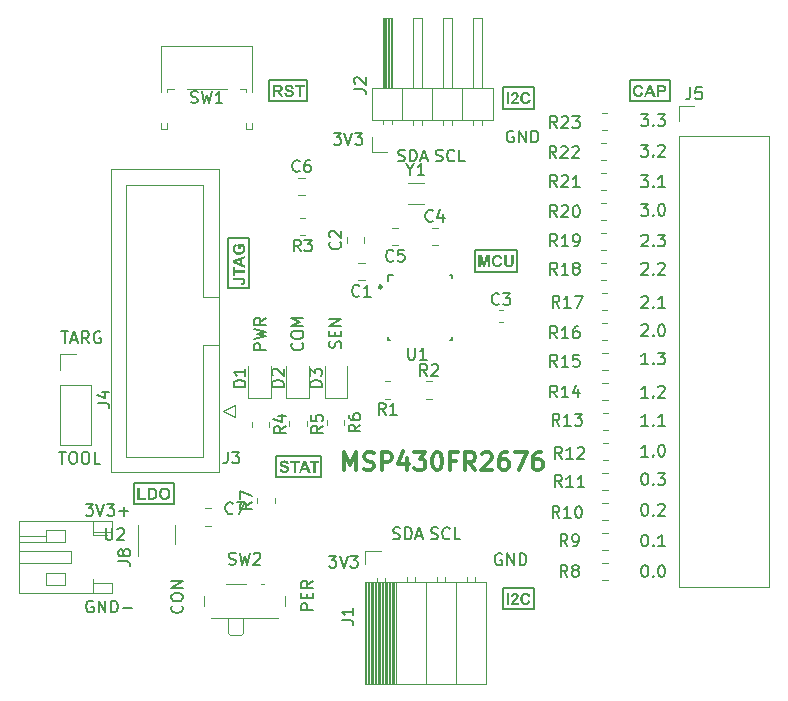
<source format=gbr>
%TF.GenerationSoftware,KiCad,Pcbnew,7.0.9*%
%TF.CreationDate,2024-01-06T14:55:19-06:00*%
%TF.ProjectId,Capsense_v2,43617073-656e-4736-955f-76322e6b6963,rev?*%
%TF.SameCoordinates,Original*%
%TF.FileFunction,Legend,Top*%
%TF.FilePolarity,Positive*%
%FSLAX46Y46*%
G04 Gerber Fmt 4.6, Leading zero omitted, Abs format (unit mm)*
G04 Created by KiCad (PCBNEW 7.0.9) date 2024-01-06 14:55:19*
%MOMM*%
%LPD*%
G01*
G04 APERTURE LIST*
%ADD10C,0.150000*%
%ADD11C,0.275000*%
%ADD12C,0.200000*%
%ADD13C,0.300000*%
%ADD14C,0.120000*%
G04 APERTURE END LIST*
D10*
X115723007Y-86090069D02*
X119123007Y-86090069D01*
X119123007Y-87890069D01*
X115723007Y-87890069D01*
X115723007Y-86090069D01*
X123700000Y-65400000D02*
X125500000Y-65400000D01*
X125500000Y-69600000D01*
X123700000Y-69600000D01*
X123700000Y-65400000D01*
X127200000Y-52000000D02*
X130400000Y-52000000D01*
X130400000Y-53800000D01*
X127200000Y-53800000D01*
X127200000Y-52000000D01*
X147000000Y-95000000D02*
X149600000Y-95000000D01*
X149600000Y-96800000D01*
X147000000Y-96800000D01*
X147000000Y-95000000D01*
D11*
X136737500Y-69511528D02*
G75*
G03*
X136737500Y-69511528I-137500J0D01*
G01*
D10*
X147000000Y-52600000D02*
X149600000Y-52600000D01*
X149600000Y-54400000D01*
X147000000Y-54400000D01*
X147000000Y-52600000D01*
X157700000Y-52000000D02*
X161100000Y-52000000D01*
X161100000Y-53800000D01*
X157700000Y-53800000D01*
X157700000Y-52000000D01*
X144600000Y-66400000D02*
X148200000Y-66400000D01*
X148200000Y-68200000D01*
X144600000Y-68200000D01*
X144600000Y-66400000D01*
X127800000Y-83800000D02*
X131600000Y-83800000D01*
X131600000Y-85600000D01*
X127800000Y-85600000D01*
X127800000Y-83800000D01*
D12*
X126895616Y-74830326D02*
X125895616Y-74830326D01*
X125895616Y-74830326D02*
X125895616Y-74449374D01*
X125895616Y-74449374D02*
X125943235Y-74354136D01*
X125943235Y-74354136D02*
X125990854Y-74306517D01*
X125990854Y-74306517D02*
X126086092Y-74258898D01*
X126086092Y-74258898D02*
X126228949Y-74258898D01*
X126228949Y-74258898D02*
X126324187Y-74306517D01*
X126324187Y-74306517D02*
X126371806Y-74354136D01*
X126371806Y-74354136D02*
X126419425Y-74449374D01*
X126419425Y-74449374D02*
X126419425Y-74830326D01*
X125895616Y-73925564D02*
X126895616Y-73687469D01*
X126895616Y-73687469D02*
X126181330Y-73496993D01*
X126181330Y-73496993D02*
X126895616Y-73306517D01*
X126895616Y-73306517D02*
X125895616Y-73068422D01*
X126895616Y-72116041D02*
X126419425Y-72449374D01*
X126895616Y-72687469D02*
X125895616Y-72687469D01*
X125895616Y-72687469D02*
X125895616Y-72306517D01*
X125895616Y-72306517D02*
X125943235Y-72211279D01*
X125943235Y-72211279D02*
X125990854Y-72163660D01*
X125990854Y-72163660D02*
X126086092Y-72116041D01*
X126086092Y-72116041D02*
X126228949Y-72116041D01*
X126228949Y-72116041D02*
X126324187Y-72163660D01*
X126324187Y-72163660D02*
X126371806Y-72211279D01*
X126371806Y-72211279D02*
X126419425Y-72306517D01*
X126419425Y-72306517D02*
X126419425Y-72687469D01*
D10*
X112260588Y-96117438D02*
X112165350Y-96069819D01*
X112165350Y-96069819D02*
X112022493Y-96069819D01*
X112022493Y-96069819D02*
X111879636Y-96117438D01*
X111879636Y-96117438D02*
X111784398Y-96212676D01*
X111784398Y-96212676D02*
X111736779Y-96307914D01*
X111736779Y-96307914D02*
X111689160Y-96498390D01*
X111689160Y-96498390D02*
X111689160Y-96641247D01*
X111689160Y-96641247D02*
X111736779Y-96831723D01*
X111736779Y-96831723D02*
X111784398Y-96926961D01*
X111784398Y-96926961D02*
X111879636Y-97022200D01*
X111879636Y-97022200D02*
X112022493Y-97069819D01*
X112022493Y-97069819D02*
X112117731Y-97069819D01*
X112117731Y-97069819D02*
X112260588Y-97022200D01*
X112260588Y-97022200D02*
X112308207Y-96974580D01*
X112308207Y-96974580D02*
X112308207Y-96641247D01*
X112308207Y-96641247D02*
X112117731Y-96641247D01*
X112736779Y-97069819D02*
X112736779Y-96069819D01*
X112736779Y-96069819D02*
X113308207Y-97069819D01*
X113308207Y-97069819D02*
X113308207Y-96069819D01*
X113784398Y-97069819D02*
X113784398Y-96069819D01*
X113784398Y-96069819D02*
X114022493Y-96069819D01*
X114022493Y-96069819D02*
X114165350Y-96117438D01*
X114165350Y-96117438D02*
X114260588Y-96212676D01*
X114260588Y-96212676D02*
X114308207Y-96307914D01*
X114308207Y-96307914D02*
X114355826Y-96498390D01*
X114355826Y-96498390D02*
X114355826Y-96641247D01*
X114355826Y-96641247D02*
X114308207Y-96831723D01*
X114308207Y-96831723D02*
X114260588Y-96926961D01*
X114260588Y-96926961D02*
X114165350Y-97022200D01*
X114165350Y-97022200D02*
X114022493Y-97069819D01*
X114022493Y-97069819D02*
X113784398Y-97069819D01*
X114784398Y-96688866D02*
X115546303Y-96688866D01*
X132241541Y-92269819D02*
X132860588Y-92269819D01*
X132860588Y-92269819D02*
X132527255Y-92650771D01*
X132527255Y-92650771D02*
X132670112Y-92650771D01*
X132670112Y-92650771D02*
X132765350Y-92698390D01*
X132765350Y-92698390D02*
X132812969Y-92746009D01*
X132812969Y-92746009D02*
X132860588Y-92841247D01*
X132860588Y-92841247D02*
X132860588Y-93079342D01*
X132860588Y-93079342D02*
X132812969Y-93174580D01*
X132812969Y-93174580D02*
X132765350Y-93222200D01*
X132765350Y-93222200D02*
X132670112Y-93269819D01*
X132670112Y-93269819D02*
X132384398Y-93269819D01*
X132384398Y-93269819D02*
X132289160Y-93222200D01*
X132289160Y-93222200D02*
X132241541Y-93174580D01*
X133146303Y-92269819D02*
X133479636Y-93269819D01*
X133479636Y-93269819D02*
X133812969Y-92269819D01*
X134051065Y-92269819D02*
X134670112Y-92269819D01*
X134670112Y-92269819D02*
X134336779Y-92650771D01*
X134336779Y-92650771D02*
X134479636Y-92650771D01*
X134479636Y-92650771D02*
X134574874Y-92698390D01*
X134574874Y-92698390D02*
X134622493Y-92746009D01*
X134622493Y-92746009D02*
X134670112Y-92841247D01*
X134670112Y-92841247D02*
X134670112Y-93079342D01*
X134670112Y-93079342D02*
X134622493Y-93174580D01*
X134622493Y-93174580D02*
X134574874Y-93222200D01*
X134574874Y-93222200D02*
X134479636Y-93269819D01*
X134479636Y-93269819D02*
X134193922Y-93269819D01*
X134193922Y-93269819D02*
X134098684Y-93222200D01*
X134098684Y-93222200D02*
X134051065Y-93174580D01*
X159260588Y-81269819D02*
X158689160Y-81269819D01*
X158974874Y-81269819D02*
X158974874Y-80269819D01*
X158974874Y-80269819D02*
X158879636Y-80412676D01*
X158879636Y-80412676D02*
X158784398Y-80507914D01*
X158784398Y-80507914D02*
X158689160Y-80555533D01*
X159689160Y-81174580D02*
X159736779Y-81222200D01*
X159736779Y-81222200D02*
X159689160Y-81269819D01*
X159689160Y-81269819D02*
X159641541Y-81222200D01*
X159641541Y-81222200D02*
X159689160Y-81174580D01*
X159689160Y-81174580D02*
X159689160Y-81269819D01*
X160689159Y-81269819D02*
X160117731Y-81269819D01*
X160403445Y-81269819D02*
X160403445Y-80269819D01*
X160403445Y-80269819D02*
X160308207Y-80412676D01*
X160308207Y-80412676D02*
X160212969Y-80507914D01*
X160212969Y-80507914D02*
X160117731Y-80555533D01*
X158927255Y-93069819D02*
X159022493Y-93069819D01*
X159022493Y-93069819D02*
X159117731Y-93117438D01*
X159117731Y-93117438D02*
X159165350Y-93165057D01*
X159165350Y-93165057D02*
X159212969Y-93260295D01*
X159212969Y-93260295D02*
X159260588Y-93450771D01*
X159260588Y-93450771D02*
X159260588Y-93688866D01*
X159260588Y-93688866D02*
X159212969Y-93879342D01*
X159212969Y-93879342D02*
X159165350Y-93974580D01*
X159165350Y-93974580D02*
X159117731Y-94022200D01*
X159117731Y-94022200D02*
X159022493Y-94069819D01*
X159022493Y-94069819D02*
X158927255Y-94069819D01*
X158927255Y-94069819D02*
X158832017Y-94022200D01*
X158832017Y-94022200D02*
X158784398Y-93974580D01*
X158784398Y-93974580D02*
X158736779Y-93879342D01*
X158736779Y-93879342D02*
X158689160Y-93688866D01*
X158689160Y-93688866D02*
X158689160Y-93450771D01*
X158689160Y-93450771D02*
X158736779Y-93260295D01*
X158736779Y-93260295D02*
X158784398Y-93165057D01*
X158784398Y-93165057D02*
X158832017Y-93117438D01*
X158832017Y-93117438D02*
X158927255Y-93069819D01*
X159689160Y-93974580D02*
X159736779Y-94022200D01*
X159736779Y-94022200D02*
X159689160Y-94069819D01*
X159689160Y-94069819D02*
X159641541Y-94022200D01*
X159641541Y-94022200D02*
X159689160Y-93974580D01*
X159689160Y-93974580D02*
X159689160Y-94069819D01*
X160355826Y-93069819D02*
X160451064Y-93069819D01*
X160451064Y-93069819D02*
X160546302Y-93117438D01*
X160546302Y-93117438D02*
X160593921Y-93165057D01*
X160593921Y-93165057D02*
X160641540Y-93260295D01*
X160641540Y-93260295D02*
X160689159Y-93450771D01*
X160689159Y-93450771D02*
X160689159Y-93688866D01*
X160689159Y-93688866D02*
X160641540Y-93879342D01*
X160641540Y-93879342D02*
X160593921Y-93974580D01*
X160593921Y-93974580D02*
X160546302Y-94022200D01*
X160546302Y-94022200D02*
X160451064Y-94069819D01*
X160451064Y-94069819D02*
X160355826Y-94069819D01*
X160355826Y-94069819D02*
X160260588Y-94022200D01*
X160260588Y-94022200D02*
X160212969Y-93974580D01*
X160212969Y-93974580D02*
X160165350Y-93879342D01*
X160165350Y-93879342D02*
X160117731Y-93688866D01*
X160117731Y-93688866D02*
X160117731Y-93450771D01*
X160117731Y-93450771D02*
X160165350Y-93260295D01*
X160165350Y-93260295D02*
X160212969Y-93165057D01*
X160212969Y-93165057D02*
X160260588Y-93117438D01*
X160260588Y-93117438D02*
X160355826Y-93069819D01*
D12*
G36*
X144899651Y-67830000D02*
G01*
X144899651Y-66813949D01*
X145203977Y-66813949D01*
X145386671Y-67507110D01*
X145567411Y-66813949D01*
X145872226Y-66813949D01*
X145872226Y-67830000D01*
X145683426Y-67830000D01*
X145683426Y-67030104D01*
X145483391Y-67830000D01*
X145287752Y-67830000D01*
X145088450Y-67030104D01*
X145088450Y-67830000D01*
X144899651Y-67830000D01*
G37*
G36*
X146712177Y-67439211D02*
G01*
X146909281Y-67501737D01*
X146906383Y-67512064D01*
X146903367Y-67522224D01*
X146900235Y-67532216D01*
X146896985Y-67542041D01*
X146893617Y-67551698D01*
X146890132Y-67561188D01*
X146886530Y-67570511D01*
X146882811Y-67579666D01*
X146878974Y-67588653D01*
X146870948Y-67606126D01*
X146862453Y-67622930D01*
X146853489Y-67639063D01*
X146844055Y-67654527D01*
X146834152Y-67669320D01*
X146823779Y-67683444D01*
X146812937Y-67696899D01*
X146801625Y-67709683D01*
X146789845Y-67721798D01*
X146777594Y-67733243D01*
X146764875Y-67744019D01*
X146758339Y-67749155D01*
X146744958Y-67758945D01*
X146731132Y-67768103D01*
X146716862Y-67776630D01*
X146702148Y-67784525D01*
X146686988Y-67791788D01*
X146671384Y-67798420D01*
X146655336Y-67804420D01*
X146638843Y-67809788D01*
X146621905Y-67814525D01*
X146604523Y-67818631D01*
X146586696Y-67822105D01*
X146568425Y-67824947D01*
X146549709Y-67827157D01*
X146530548Y-67828736D01*
X146510943Y-67829684D01*
X146500973Y-67829921D01*
X146490893Y-67830000D01*
X146478430Y-67829867D01*
X146466106Y-67829469D01*
X146453921Y-67828806D01*
X146441876Y-67827878D01*
X146429970Y-67826684D01*
X146418204Y-67825225D01*
X146406576Y-67823501D01*
X146395088Y-67821512D01*
X146383740Y-67819258D01*
X146372530Y-67816738D01*
X146361460Y-67813953D01*
X146350529Y-67810903D01*
X146339738Y-67807587D01*
X146329086Y-67804007D01*
X146318573Y-67800161D01*
X146308199Y-67796050D01*
X146297965Y-67791673D01*
X146287870Y-67787032D01*
X146277914Y-67782125D01*
X146268097Y-67776953D01*
X146258420Y-67771516D01*
X146248882Y-67765813D01*
X146239484Y-67759846D01*
X146230225Y-67753613D01*
X146221105Y-67747114D01*
X146212124Y-67740351D01*
X146203282Y-67733322D01*
X146194580Y-67726028D01*
X146186018Y-67718469D01*
X146177594Y-67710645D01*
X146169310Y-67702555D01*
X146161165Y-67694200D01*
X146153231Y-67685616D01*
X146145549Y-67676836D01*
X146138118Y-67667862D01*
X146130940Y-67658694D01*
X146124013Y-67649330D01*
X146117339Y-67639772D01*
X146110916Y-67630020D01*
X146104745Y-67620073D01*
X146098826Y-67609931D01*
X146093159Y-67599595D01*
X146087743Y-67589063D01*
X146082580Y-67578338D01*
X146077668Y-67567417D01*
X146073008Y-67556302D01*
X146068601Y-67544993D01*
X146064445Y-67533489D01*
X146060541Y-67521790D01*
X146056888Y-67509896D01*
X146053488Y-67497808D01*
X146050340Y-67485525D01*
X146047443Y-67473048D01*
X146044798Y-67460376D01*
X146042406Y-67447509D01*
X146040265Y-67434448D01*
X146038376Y-67421192D01*
X146036738Y-67407742D01*
X146035353Y-67394097D01*
X146034220Y-67380257D01*
X146033338Y-67366222D01*
X146032708Y-67351993D01*
X146032331Y-67337570D01*
X146032205Y-67322951D01*
X146032331Y-67307490D01*
X146032711Y-67292245D01*
X146033345Y-67277219D01*
X146034231Y-67262410D01*
X146035371Y-67247818D01*
X146036764Y-67233444D01*
X146038411Y-67219287D01*
X146040310Y-67205348D01*
X146042464Y-67191627D01*
X146044870Y-67178123D01*
X146047530Y-67164837D01*
X146050443Y-67151768D01*
X146053609Y-67138916D01*
X146057029Y-67126282D01*
X146060702Y-67113866D01*
X146064628Y-67101667D01*
X146068807Y-67089686D01*
X146073240Y-67077922D01*
X146077926Y-67066376D01*
X146082866Y-67055047D01*
X146088059Y-67043936D01*
X146093505Y-67033043D01*
X146099204Y-67022367D01*
X146105157Y-67011908D01*
X146111363Y-67001667D01*
X146117822Y-66991644D01*
X146124535Y-66981838D01*
X146131501Y-66972249D01*
X146138720Y-66962878D01*
X146146193Y-66953725D01*
X146153918Y-66944789D01*
X146161898Y-66936071D01*
X146170098Y-66927596D01*
X146178458Y-66919390D01*
X146186978Y-66911453D01*
X146195657Y-66903785D01*
X146204495Y-66896386D01*
X146213492Y-66889256D01*
X146222649Y-66882395D01*
X146231965Y-66875804D01*
X146241440Y-66869481D01*
X146251075Y-66863428D01*
X146260869Y-66857643D01*
X146270822Y-66852127D01*
X146280935Y-66846881D01*
X146291207Y-66841904D01*
X146301638Y-66837195D01*
X146312229Y-66832756D01*
X146322979Y-66828586D01*
X146333888Y-66824684D01*
X146344957Y-66821052D01*
X146356185Y-66817689D01*
X146367573Y-66814595D01*
X146379119Y-66811770D01*
X146390825Y-66809214D01*
X146402691Y-66806927D01*
X146414715Y-66804909D01*
X146426899Y-66803161D01*
X146439243Y-66801681D01*
X146451745Y-66800470D01*
X146464407Y-66799528D01*
X146477228Y-66798856D01*
X146490209Y-66798452D01*
X146503349Y-66798318D01*
X146514837Y-66798431D01*
X146526189Y-66798770D01*
X146537405Y-66799335D01*
X146548484Y-66800127D01*
X146559428Y-66801144D01*
X146570236Y-66802388D01*
X146580908Y-66803858D01*
X146591444Y-66805553D01*
X146601845Y-66807475D01*
X146612109Y-66809623D01*
X146622237Y-66811998D01*
X146632229Y-66814598D01*
X146642085Y-66817424D01*
X146651806Y-66820477D01*
X146661390Y-66823756D01*
X146670839Y-66827260D01*
X146680151Y-66830991D01*
X146689328Y-66834948D01*
X146698368Y-66839132D01*
X146707273Y-66843541D01*
X146716041Y-66848176D01*
X146724674Y-66853038D01*
X146733171Y-66858125D01*
X146741532Y-66863439D01*
X146749757Y-66868979D01*
X146757845Y-66874745D01*
X146765798Y-66880737D01*
X146773615Y-66886955D01*
X146781296Y-66893399D01*
X146788841Y-66900070D01*
X146796250Y-66906966D01*
X146803524Y-66914089D01*
X146811969Y-66922901D01*
X146820147Y-66932178D01*
X146828059Y-66941921D01*
X146835703Y-66952130D01*
X146843079Y-66962804D01*
X146850189Y-66973944D01*
X146857032Y-66985549D01*
X146863607Y-66997620D01*
X146869916Y-67010156D01*
X146875957Y-67023159D01*
X146881731Y-67036626D01*
X146887238Y-67050560D01*
X146892478Y-67064958D01*
X146897450Y-67079823D01*
X146902156Y-67095153D01*
X146906594Y-67110949D01*
X146705338Y-67142212D01*
X146702958Y-67132389D01*
X146700274Y-67122829D01*
X146695679Y-67108978D01*
X146690402Y-67095715D01*
X146684442Y-67083040D01*
X146677800Y-67070954D01*
X146670474Y-67059456D01*
X146662467Y-67048545D01*
X146653776Y-67038224D01*
X146644403Y-67028490D01*
X146634347Y-67019344D01*
X146630844Y-67016427D01*
X146620005Y-67008177D01*
X146608736Y-67000739D01*
X146597038Y-66994112D01*
X146584911Y-66988297D01*
X146572354Y-66983293D01*
X146559369Y-66979100D01*
X146545953Y-66975719D01*
X146532109Y-66973150D01*
X146517835Y-66971392D01*
X146508080Y-66970670D01*
X146498135Y-66970310D01*
X146493091Y-66970265D01*
X146479272Y-66970576D01*
X146465782Y-66971509D01*
X146452619Y-66973064D01*
X146439785Y-66975241D01*
X146427279Y-66978040D01*
X146415101Y-66981462D01*
X146403252Y-66985505D01*
X146391730Y-66990170D01*
X146380537Y-66995458D01*
X146369672Y-67001367D01*
X146359135Y-67007899D01*
X146348927Y-67015053D01*
X146339046Y-67022828D01*
X146329494Y-67031226D01*
X146320270Y-67040246D01*
X146311374Y-67049888D01*
X146302945Y-67060227D01*
X146295060Y-67071339D01*
X146287718Y-67083224D01*
X146280920Y-67095882D01*
X146274666Y-67109312D01*
X146268956Y-67123516D01*
X146263790Y-67138492D01*
X146259167Y-67154241D01*
X146255089Y-67170762D01*
X146251554Y-67188057D01*
X146248563Y-67206124D01*
X146246116Y-67224964D01*
X146244212Y-67244577D01*
X146243464Y-67254673D01*
X146242853Y-67264963D01*
X146242377Y-67275445D01*
X146242037Y-67286121D01*
X146241833Y-67296990D01*
X146241765Y-67308053D01*
X146241832Y-67319777D01*
X146242033Y-67331288D01*
X146242368Y-67342587D01*
X146242837Y-67353673D01*
X146243441Y-67364546D01*
X146244178Y-67375206D01*
X146245049Y-67385654D01*
X146246055Y-67395888D01*
X146247194Y-67405910D01*
X146248467Y-67415720D01*
X146251416Y-67434700D01*
X146254902Y-67452829D01*
X146258923Y-67470108D01*
X146263481Y-67486535D01*
X146268574Y-67502111D01*
X146274204Y-67516836D01*
X146280371Y-67530710D01*
X146287073Y-67543734D01*
X146294312Y-67555906D01*
X146302086Y-67567227D01*
X146310397Y-67577697D01*
X146319138Y-67587427D01*
X146328200Y-67596530D01*
X146337586Y-67605005D01*
X146347293Y-67612852D01*
X146357323Y-67620072D01*
X146367676Y-67626664D01*
X146378351Y-67632627D01*
X146389349Y-67637964D01*
X146400669Y-67642672D01*
X146412311Y-67646752D01*
X146424276Y-67650205D01*
X146436564Y-67653030D01*
X146449174Y-67655228D01*
X146462106Y-67656797D01*
X146475361Y-67657739D01*
X146488939Y-67658053D01*
X146498986Y-67657846D01*
X146508856Y-67657228D01*
X146523328Y-67655528D01*
X146537401Y-67652901D01*
X146551075Y-67649346D01*
X146564349Y-67644863D01*
X146577224Y-67639454D01*
X146589699Y-67633117D01*
X146601776Y-67625853D01*
X146613453Y-67617661D01*
X146624731Y-67608542D01*
X146628401Y-67605296D01*
X146635569Y-67598465D01*
X146642480Y-67591161D01*
X146649133Y-67583383D01*
X146655528Y-67575132D01*
X146661665Y-67566408D01*
X146667545Y-67557211D01*
X146673168Y-67547540D01*
X146678532Y-67537397D01*
X146683639Y-67526780D01*
X146688489Y-67515689D01*
X146693081Y-67504126D01*
X146697415Y-67492090D01*
X146701492Y-67479580D01*
X146705311Y-67466597D01*
X146708873Y-67453140D01*
X146712177Y-67439211D01*
G37*
G36*
X147076587Y-66813949D02*
G01*
X147280041Y-66813949D01*
X147280041Y-67365450D01*
X147280071Y-67381484D01*
X147280160Y-67396797D01*
X147280308Y-67411388D01*
X147280515Y-67425259D01*
X147280781Y-67438408D01*
X147281106Y-67450835D01*
X147281491Y-67462542D01*
X147281934Y-67473527D01*
X147282437Y-67483791D01*
X147283302Y-67497834D01*
X147284300Y-67510255D01*
X147285432Y-67521053D01*
X147287147Y-67532925D01*
X147287613Y-67535443D01*
X147290358Y-67546949D01*
X147293738Y-67558023D01*
X147297754Y-67568662D01*
X147302405Y-67578868D01*
X147307691Y-67588641D01*
X147313613Y-67597979D01*
X147320171Y-67606884D01*
X147327363Y-67615356D01*
X147335192Y-67623394D01*
X147343655Y-67630998D01*
X147349651Y-67635826D01*
X147359215Y-67642592D01*
X147369406Y-67648692D01*
X147380223Y-67654127D01*
X147391668Y-67658896D01*
X147403739Y-67663000D01*
X147416438Y-67666438D01*
X147429763Y-67669211D01*
X147443715Y-67671318D01*
X147458293Y-67672760D01*
X147468361Y-67673351D01*
X147478707Y-67673647D01*
X147483984Y-67673684D01*
X147494655Y-67673545D01*
X147504993Y-67673127D01*
X147514996Y-67672430D01*
X147529375Y-67670863D01*
X147543003Y-67668669D01*
X147555880Y-67665849D01*
X147568005Y-67662401D01*
X147579378Y-67658327D01*
X147590001Y-67653626D01*
X147599872Y-67648298D01*
X147608992Y-67642343D01*
X147614654Y-67638025D01*
X147622588Y-67631151D01*
X147629904Y-67623994D01*
X147636602Y-67616554D01*
X147642681Y-67608830D01*
X147649825Y-67598091D01*
X147655870Y-67586848D01*
X147660816Y-67575102D01*
X147664663Y-67562851D01*
X147667411Y-67550097D01*
X147669026Y-67539737D01*
X147670482Y-67528167D01*
X147671779Y-67515386D01*
X147672917Y-67501394D01*
X147673588Y-67491393D01*
X147674188Y-67480854D01*
X147674718Y-67469778D01*
X147675177Y-67458163D01*
X147675565Y-67446010D01*
X147675883Y-67433319D01*
X147676130Y-67420089D01*
X147676306Y-67406322D01*
X147676412Y-67392017D01*
X147676448Y-67377173D01*
X147676448Y-66813949D01*
X147879658Y-66813949D01*
X147879658Y-67346643D01*
X147879641Y-67357957D01*
X147879593Y-67369061D01*
X147879512Y-67379956D01*
X147879398Y-67390641D01*
X147879252Y-67401117D01*
X147879074Y-67411383D01*
X147878863Y-67421441D01*
X147878620Y-67431288D01*
X147878036Y-67450355D01*
X147877322Y-67468585D01*
X147876479Y-67485977D01*
X147875505Y-67502531D01*
X147874403Y-67518247D01*
X147873170Y-67533126D01*
X147871807Y-67547167D01*
X147870315Y-67560371D01*
X147868693Y-67572736D01*
X147866942Y-67584264D01*
X147865060Y-67594955D01*
X147863049Y-67604808D01*
X147859734Y-67618752D01*
X147855925Y-67632285D01*
X147851622Y-67645405D01*
X147846826Y-67658114D01*
X147841536Y-67670410D01*
X147835752Y-67682294D01*
X147829474Y-67693765D01*
X147822703Y-67704825D01*
X147815438Y-67715473D01*
X147807679Y-67725708D01*
X147802233Y-67732302D01*
X147793680Y-67741826D01*
X147784598Y-67750981D01*
X147774989Y-67759767D01*
X147764852Y-67768183D01*
X147754187Y-67776230D01*
X147742993Y-67783908D01*
X147731272Y-67791217D01*
X147719022Y-67798156D01*
X147706244Y-67804727D01*
X147692939Y-67810928D01*
X147683775Y-67814856D01*
X147674346Y-67818583D01*
X147664560Y-67822069D01*
X147654417Y-67825315D01*
X147643917Y-67828320D01*
X147633061Y-67831085D01*
X147621848Y-67833610D01*
X147610278Y-67835894D01*
X147598351Y-67837937D01*
X147586067Y-67839741D01*
X147573427Y-67841303D01*
X147560429Y-67842626D01*
X147547075Y-67843708D01*
X147533364Y-67844549D01*
X147519296Y-67845150D01*
X147504872Y-67845511D01*
X147490090Y-67845631D01*
X147472348Y-67845500D01*
X147455148Y-67845108D01*
X147438490Y-67844455D01*
X147422374Y-67843540D01*
X147406800Y-67842363D01*
X147391767Y-67840926D01*
X147377277Y-67839226D01*
X147363328Y-67837266D01*
X147349922Y-67835044D01*
X147337057Y-67832560D01*
X147324734Y-67829815D01*
X147312953Y-67826809D01*
X147301714Y-67823541D01*
X147291017Y-67820012D01*
X147280862Y-67816222D01*
X147271249Y-67812170D01*
X147262059Y-67807879D01*
X147253114Y-67803434D01*
X147244412Y-67798835D01*
X147231819Y-67791646D01*
X147219774Y-67784109D01*
X147208280Y-67776224D01*
X147197335Y-67767991D01*
X147186939Y-67759411D01*
X147177093Y-67750483D01*
X147167797Y-67741207D01*
X147159050Y-67731584D01*
X147153524Y-67724975D01*
X147145678Y-67714855D01*
X147138351Y-67704645D01*
X147131544Y-67694344D01*
X147125256Y-67683954D01*
X147119488Y-67673473D01*
X147114240Y-67662902D01*
X147109510Y-67652241D01*
X147105301Y-67641490D01*
X147101611Y-67630648D01*
X147098440Y-67619717D01*
X147096615Y-67612379D01*
X147094190Y-67601155D01*
X147091921Y-67589283D01*
X147089809Y-67576762D01*
X147087853Y-67563592D01*
X147086053Y-67549773D01*
X147084410Y-67535305D01*
X147082924Y-67520189D01*
X147081594Y-67504424D01*
X147080421Y-67488010D01*
X147079404Y-67470947D01*
X147078543Y-67453236D01*
X147077839Y-67434876D01*
X147077291Y-67415867D01*
X147076900Y-67396209D01*
X147076763Y-67386137D01*
X147076665Y-67375902D01*
X147076607Y-67365506D01*
X147076587Y-67354947D01*
X147076587Y-66813949D01*
G37*
D10*
X138089160Y-58822200D02*
X138232017Y-58869819D01*
X138232017Y-58869819D02*
X138470112Y-58869819D01*
X138470112Y-58869819D02*
X138565350Y-58822200D01*
X138565350Y-58822200D02*
X138612969Y-58774580D01*
X138612969Y-58774580D02*
X138660588Y-58679342D01*
X138660588Y-58679342D02*
X138660588Y-58584104D01*
X138660588Y-58584104D02*
X138612969Y-58488866D01*
X138612969Y-58488866D02*
X138565350Y-58441247D01*
X138565350Y-58441247D02*
X138470112Y-58393628D01*
X138470112Y-58393628D02*
X138279636Y-58346009D01*
X138279636Y-58346009D02*
X138184398Y-58298390D01*
X138184398Y-58298390D02*
X138136779Y-58250771D01*
X138136779Y-58250771D02*
X138089160Y-58155533D01*
X138089160Y-58155533D02*
X138089160Y-58060295D01*
X138089160Y-58060295D02*
X138136779Y-57965057D01*
X138136779Y-57965057D02*
X138184398Y-57917438D01*
X138184398Y-57917438D02*
X138279636Y-57869819D01*
X138279636Y-57869819D02*
X138517731Y-57869819D01*
X138517731Y-57869819D02*
X138660588Y-57917438D01*
X139089160Y-58869819D02*
X139089160Y-57869819D01*
X139089160Y-57869819D02*
X139327255Y-57869819D01*
X139327255Y-57869819D02*
X139470112Y-57917438D01*
X139470112Y-57917438D02*
X139565350Y-58012676D01*
X139565350Y-58012676D02*
X139612969Y-58107914D01*
X139612969Y-58107914D02*
X139660588Y-58298390D01*
X139660588Y-58298390D02*
X139660588Y-58441247D01*
X139660588Y-58441247D02*
X139612969Y-58631723D01*
X139612969Y-58631723D02*
X139565350Y-58726961D01*
X139565350Y-58726961D02*
X139470112Y-58822200D01*
X139470112Y-58822200D02*
X139327255Y-58869819D01*
X139327255Y-58869819D02*
X139089160Y-58869819D01*
X140041541Y-58584104D02*
X140517731Y-58584104D01*
X139946303Y-58869819D02*
X140279636Y-57869819D01*
X140279636Y-57869819D02*
X140612969Y-58869819D01*
X158927255Y-85269819D02*
X159022493Y-85269819D01*
X159022493Y-85269819D02*
X159117731Y-85317438D01*
X159117731Y-85317438D02*
X159165350Y-85365057D01*
X159165350Y-85365057D02*
X159212969Y-85460295D01*
X159212969Y-85460295D02*
X159260588Y-85650771D01*
X159260588Y-85650771D02*
X159260588Y-85888866D01*
X159260588Y-85888866D02*
X159212969Y-86079342D01*
X159212969Y-86079342D02*
X159165350Y-86174580D01*
X159165350Y-86174580D02*
X159117731Y-86222200D01*
X159117731Y-86222200D02*
X159022493Y-86269819D01*
X159022493Y-86269819D02*
X158927255Y-86269819D01*
X158927255Y-86269819D02*
X158832017Y-86222200D01*
X158832017Y-86222200D02*
X158784398Y-86174580D01*
X158784398Y-86174580D02*
X158736779Y-86079342D01*
X158736779Y-86079342D02*
X158689160Y-85888866D01*
X158689160Y-85888866D02*
X158689160Y-85650771D01*
X158689160Y-85650771D02*
X158736779Y-85460295D01*
X158736779Y-85460295D02*
X158784398Y-85365057D01*
X158784398Y-85365057D02*
X158832017Y-85317438D01*
X158832017Y-85317438D02*
X158927255Y-85269819D01*
X159689160Y-86174580D02*
X159736779Y-86222200D01*
X159736779Y-86222200D02*
X159689160Y-86269819D01*
X159689160Y-86269819D02*
X159641541Y-86222200D01*
X159641541Y-86222200D02*
X159689160Y-86174580D01*
X159689160Y-86174580D02*
X159689160Y-86269819D01*
X160070112Y-85269819D02*
X160689159Y-85269819D01*
X160689159Y-85269819D02*
X160355826Y-85650771D01*
X160355826Y-85650771D02*
X160498683Y-85650771D01*
X160498683Y-85650771D02*
X160593921Y-85698390D01*
X160593921Y-85698390D02*
X160641540Y-85746009D01*
X160641540Y-85746009D02*
X160689159Y-85841247D01*
X160689159Y-85841247D02*
X160689159Y-86079342D01*
X160689159Y-86079342D02*
X160641540Y-86174580D01*
X160641540Y-86174580D02*
X160593921Y-86222200D01*
X160593921Y-86222200D02*
X160498683Y-86269819D01*
X160498683Y-86269819D02*
X160212969Y-86269819D01*
X160212969Y-86269819D02*
X160117731Y-86222200D01*
X160117731Y-86222200D02*
X160070112Y-86174580D01*
X140889160Y-90822200D02*
X141032017Y-90869819D01*
X141032017Y-90869819D02*
X141270112Y-90869819D01*
X141270112Y-90869819D02*
X141365350Y-90822200D01*
X141365350Y-90822200D02*
X141412969Y-90774580D01*
X141412969Y-90774580D02*
X141460588Y-90679342D01*
X141460588Y-90679342D02*
X141460588Y-90584104D01*
X141460588Y-90584104D02*
X141412969Y-90488866D01*
X141412969Y-90488866D02*
X141365350Y-90441247D01*
X141365350Y-90441247D02*
X141270112Y-90393628D01*
X141270112Y-90393628D02*
X141079636Y-90346009D01*
X141079636Y-90346009D02*
X140984398Y-90298390D01*
X140984398Y-90298390D02*
X140936779Y-90250771D01*
X140936779Y-90250771D02*
X140889160Y-90155533D01*
X140889160Y-90155533D02*
X140889160Y-90060295D01*
X140889160Y-90060295D02*
X140936779Y-89965057D01*
X140936779Y-89965057D02*
X140984398Y-89917438D01*
X140984398Y-89917438D02*
X141079636Y-89869819D01*
X141079636Y-89869819D02*
X141317731Y-89869819D01*
X141317731Y-89869819D02*
X141460588Y-89917438D01*
X142460588Y-90774580D02*
X142412969Y-90822200D01*
X142412969Y-90822200D02*
X142270112Y-90869819D01*
X142270112Y-90869819D02*
X142174874Y-90869819D01*
X142174874Y-90869819D02*
X142032017Y-90822200D01*
X142032017Y-90822200D02*
X141936779Y-90726961D01*
X141936779Y-90726961D02*
X141889160Y-90631723D01*
X141889160Y-90631723D02*
X141841541Y-90441247D01*
X141841541Y-90441247D02*
X141841541Y-90298390D01*
X141841541Y-90298390D02*
X141889160Y-90107914D01*
X141889160Y-90107914D02*
X141936779Y-90012676D01*
X141936779Y-90012676D02*
X142032017Y-89917438D01*
X142032017Y-89917438D02*
X142174874Y-89869819D01*
X142174874Y-89869819D02*
X142270112Y-89869819D01*
X142270112Y-89869819D02*
X142412969Y-89917438D01*
X142412969Y-89917438D02*
X142460588Y-89965057D01*
X143365350Y-90869819D02*
X142889160Y-90869819D01*
X142889160Y-90869819D02*
X142889160Y-89869819D01*
X147860588Y-56317438D02*
X147765350Y-56269819D01*
X147765350Y-56269819D02*
X147622493Y-56269819D01*
X147622493Y-56269819D02*
X147479636Y-56317438D01*
X147479636Y-56317438D02*
X147384398Y-56412676D01*
X147384398Y-56412676D02*
X147336779Y-56507914D01*
X147336779Y-56507914D02*
X147289160Y-56698390D01*
X147289160Y-56698390D02*
X147289160Y-56841247D01*
X147289160Y-56841247D02*
X147336779Y-57031723D01*
X147336779Y-57031723D02*
X147384398Y-57126961D01*
X147384398Y-57126961D02*
X147479636Y-57222200D01*
X147479636Y-57222200D02*
X147622493Y-57269819D01*
X147622493Y-57269819D02*
X147717731Y-57269819D01*
X147717731Y-57269819D02*
X147860588Y-57222200D01*
X147860588Y-57222200D02*
X147908207Y-57174580D01*
X147908207Y-57174580D02*
X147908207Y-56841247D01*
X147908207Y-56841247D02*
X147717731Y-56841247D01*
X148336779Y-57269819D02*
X148336779Y-56269819D01*
X148336779Y-56269819D02*
X148908207Y-57269819D01*
X148908207Y-57269819D02*
X148908207Y-56269819D01*
X149384398Y-57269819D02*
X149384398Y-56269819D01*
X149384398Y-56269819D02*
X149622493Y-56269819D01*
X149622493Y-56269819D02*
X149765350Y-56317438D01*
X149765350Y-56317438D02*
X149860588Y-56412676D01*
X149860588Y-56412676D02*
X149908207Y-56507914D01*
X149908207Y-56507914D02*
X149955826Y-56698390D01*
X149955826Y-56698390D02*
X149955826Y-56841247D01*
X149955826Y-56841247D02*
X149908207Y-57031723D01*
X149908207Y-57031723D02*
X149860588Y-57126961D01*
X149860588Y-57126961D02*
X149765350Y-57222200D01*
X149765350Y-57222200D02*
X149622493Y-57269819D01*
X149622493Y-57269819D02*
X149384398Y-57269819D01*
D12*
G36*
X116030962Y-87520069D02*
G01*
X116030962Y-86504018D01*
X116234172Y-86504018D01*
X116234172Y-87348122D01*
X116739755Y-87348122D01*
X116739755Y-87520069D01*
X116030962Y-87520069D01*
G37*
G36*
X117266688Y-86504094D02*
G01*
X117281710Y-86504320D01*
X117296265Y-86504697D01*
X117310352Y-86505224D01*
X117323971Y-86505903D01*
X117337123Y-86506732D01*
X117349807Y-86507711D01*
X117362024Y-86508842D01*
X117373774Y-86510123D01*
X117385056Y-86511555D01*
X117395870Y-86513138D01*
X117406217Y-86514872D01*
X117416096Y-86516756D01*
X117430039Y-86519865D01*
X117442930Y-86523313D01*
X117453883Y-86526771D01*
X117464641Y-86530549D01*
X117475201Y-86534648D01*
X117485565Y-86539067D01*
X117495733Y-86543807D01*
X117505704Y-86548867D01*
X117515478Y-86554248D01*
X117525056Y-86559950D01*
X117534438Y-86565972D01*
X117543623Y-86572315D01*
X117552611Y-86578978D01*
X117561403Y-86585962D01*
X117569998Y-86593266D01*
X117578397Y-86600891D01*
X117586599Y-86608837D01*
X117594605Y-86617103D01*
X117602394Y-86625617D01*
X117609946Y-86634368D01*
X117617262Y-86643355D01*
X117624341Y-86652579D01*
X117631184Y-86662040D01*
X117637790Y-86671737D01*
X117644159Y-86681671D01*
X117650292Y-86691841D01*
X117656188Y-86702248D01*
X117661848Y-86712892D01*
X117667271Y-86723772D01*
X117672457Y-86734889D01*
X117677407Y-86746242D01*
X117682120Y-86757832D01*
X117686596Y-86769659D01*
X117690836Y-86781722D01*
X117694829Y-86794052D01*
X117698564Y-86806738D01*
X117702042Y-86819781D01*
X117705262Y-86833181D01*
X117708224Y-86846938D01*
X117710929Y-86861052D01*
X117713376Y-86875522D01*
X117715566Y-86890349D01*
X117717498Y-86905533D01*
X117719172Y-86921074D01*
X117720589Y-86936972D01*
X117721748Y-86953227D01*
X117722650Y-86969838D01*
X117723294Y-86986806D01*
X117723680Y-87004131D01*
X117723809Y-87021813D01*
X117723688Y-87037341D01*
X117723324Y-87052599D01*
X117722719Y-87067589D01*
X117721870Y-87082309D01*
X117720780Y-87096760D01*
X117719447Y-87110943D01*
X117717872Y-87124856D01*
X117716054Y-87138500D01*
X117713994Y-87151875D01*
X117711692Y-87164981D01*
X117709148Y-87177818D01*
X117706361Y-87190386D01*
X117703332Y-87202685D01*
X117700060Y-87214715D01*
X117696546Y-87226476D01*
X117692790Y-87237968D01*
X117687962Y-87251664D01*
X117682879Y-87265029D01*
X117677543Y-87278065D01*
X117671953Y-87290770D01*
X117666110Y-87303146D01*
X117660012Y-87315191D01*
X117653661Y-87326906D01*
X117647056Y-87338291D01*
X117640197Y-87349346D01*
X117633084Y-87360070D01*
X117625718Y-87370465D01*
X117618098Y-87380530D01*
X117610224Y-87390264D01*
X117602096Y-87399668D01*
X117593714Y-87408742D01*
X117585079Y-87417487D01*
X117574817Y-87427039D01*
X117563907Y-87436188D01*
X117552349Y-87444934D01*
X117544283Y-87450540D01*
X117535929Y-87455967D01*
X117527287Y-87461214D01*
X117518357Y-87466282D01*
X117509139Y-87471171D01*
X117499632Y-87475880D01*
X117489838Y-87480410D01*
X117479755Y-87484761D01*
X117469385Y-87488932D01*
X117458726Y-87492924D01*
X117447779Y-87496736D01*
X117442197Y-87498575D01*
X117429160Y-87502416D01*
X117415329Y-87505880D01*
X117405667Y-87507978D01*
X117395653Y-87509910D01*
X117385285Y-87511673D01*
X117374564Y-87513268D01*
X117363490Y-87514695D01*
X117352063Y-87515955D01*
X117340283Y-87517046D01*
X117328150Y-87517970D01*
X117315664Y-87518725D01*
X117302825Y-87519313D01*
X117289633Y-87519733D01*
X117276088Y-87519985D01*
X117262190Y-87520069D01*
X116879461Y-87520069D01*
X116879461Y-86675965D01*
X117082916Y-86675965D01*
X117082916Y-87348122D01*
X117234591Y-87348122D01*
X117245061Y-87348083D01*
X117255160Y-87347969D01*
X117269616Y-87347654D01*
X117283239Y-87347167D01*
X117296029Y-87346509D01*
X117307986Y-87345679D01*
X117319110Y-87344677D01*
X117329401Y-87343504D01*
X117341827Y-87341672D01*
X117352772Y-87339535D01*
X117357689Y-87338352D01*
X117369760Y-87334971D01*
X117381304Y-87331055D01*
X117392322Y-87326605D01*
X117402813Y-87321621D01*
X117412777Y-87316103D01*
X117422215Y-87310050D01*
X117431126Y-87303463D01*
X117439510Y-87296342D01*
X117447502Y-87288293D01*
X117455111Y-87279047D01*
X117462339Y-87268601D01*
X117467510Y-87259981D01*
X117472466Y-87250687D01*
X117477207Y-87240718D01*
X117481734Y-87230076D01*
X117486046Y-87218759D01*
X117490143Y-87206769D01*
X117492755Y-87198401D01*
X117496465Y-87185144D01*
X117499811Y-87171021D01*
X117501838Y-87161123D01*
X117503703Y-87150840D01*
X117505406Y-87140172D01*
X117506947Y-87129118D01*
X117508326Y-87117678D01*
X117509542Y-87105854D01*
X117510596Y-87093643D01*
X117511489Y-87081048D01*
X117512218Y-87068067D01*
X117512786Y-87054700D01*
X117513192Y-87040948D01*
X117513435Y-87026811D01*
X117513516Y-87012288D01*
X117513435Y-86997815D01*
X117513192Y-86983768D01*
X117512786Y-86970147D01*
X117512218Y-86956951D01*
X117511489Y-86944181D01*
X117510596Y-86931836D01*
X117509542Y-86919917D01*
X117508326Y-86908423D01*
X117506947Y-86897355D01*
X117505406Y-86886712D01*
X117503703Y-86876495D01*
X117501838Y-86866704D01*
X117498736Y-86852814D01*
X117495269Y-86839882D01*
X117492755Y-86831792D01*
X117488762Y-86820222D01*
X117484478Y-86809141D01*
X117479901Y-86798549D01*
X117475032Y-86788447D01*
X117469872Y-86778834D01*
X117464419Y-86769711D01*
X117458675Y-86761077D01*
X117452638Y-86752932D01*
X117446310Y-86745277D01*
X117437418Y-86735832D01*
X117435114Y-86733607D01*
X117425577Y-86725111D01*
X117415407Y-86717334D01*
X117404603Y-86710274D01*
X117396084Y-86705449D01*
X117387209Y-86701029D01*
X117377978Y-86697012D01*
X117368390Y-86693398D01*
X117358446Y-86690188D01*
X117348145Y-86687382D01*
X117341080Y-86685735D01*
X117329177Y-86683445D01*
X117318572Y-86681928D01*
X117306529Y-86680583D01*
X117293047Y-86679409D01*
X117283260Y-86678722D01*
X117272834Y-86678112D01*
X117261769Y-86677578D01*
X117250064Y-86677120D01*
X117237720Y-86676738D01*
X117224737Y-86676433D01*
X117211115Y-86676204D01*
X117196853Y-86676051D01*
X117181953Y-86675975D01*
X117174263Y-86675965D01*
X117082916Y-86675965D01*
X116879461Y-86675965D01*
X116879461Y-86504018D01*
X117251199Y-86504018D01*
X117266688Y-86504094D01*
G37*
G36*
X118349961Y-86488522D02*
G01*
X118363621Y-86488930D01*
X118377108Y-86489608D01*
X118390420Y-86490558D01*
X118403559Y-86491780D01*
X118416523Y-86493273D01*
X118429313Y-86495037D01*
X118441929Y-86497073D01*
X118454371Y-86499380D01*
X118466638Y-86501958D01*
X118478732Y-86504808D01*
X118490651Y-86507930D01*
X118502397Y-86511323D01*
X118513968Y-86514987D01*
X118525365Y-86518923D01*
X118536588Y-86523130D01*
X118547637Y-86527609D01*
X118558512Y-86532359D01*
X118569212Y-86537381D01*
X118579739Y-86542674D01*
X118590091Y-86548238D01*
X118600270Y-86554074D01*
X118610274Y-86560181D01*
X118620104Y-86566560D01*
X118629760Y-86573210D01*
X118639242Y-86580131D01*
X118648549Y-86587324D01*
X118657683Y-86594789D01*
X118666642Y-86602525D01*
X118675428Y-86610532D01*
X118684039Y-86618811D01*
X118692476Y-86627361D01*
X118700696Y-86636138D01*
X118708654Y-86645127D01*
X118716352Y-86654328D01*
X118723789Y-86663742D01*
X118730965Y-86673368D01*
X118737880Y-86683206D01*
X118744534Y-86693256D01*
X118750927Y-86703519D01*
X118757059Y-86713994D01*
X118762930Y-86724681D01*
X118768540Y-86735581D01*
X118773889Y-86746693D01*
X118778977Y-86758017D01*
X118783805Y-86769553D01*
X118788371Y-86781302D01*
X118792677Y-86793263D01*
X118796721Y-86805436D01*
X118800505Y-86817822D01*
X118804028Y-86830419D01*
X118807289Y-86843230D01*
X118810290Y-86856252D01*
X118813030Y-86869487D01*
X118815509Y-86882934D01*
X118817727Y-86896593D01*
X118819684Y-86910464D01*
X118821380Y-86924548D01*
X118822815Y-86938844D01*
X118823989Y-86953353D01*
X118824903Y-86968073D01*
X118825555Y-86983006D01*
X118825947Y-86998151D01*
X118826077Y-87013509D01*
X118825947Y-87028731D01*
X118825559Y-87043744D01*
X118824911Y-87058549D01*
X118824005Y-87073146D01*
X118822839Y-87087534D01*
X118821414Y-87101714D01*
X118819731Y-87115685D01*
X118817788Y-87129448D01*
X118815586Y-87143002D01*
X118813125Y-87156348D01*
X118810406Y-87169485D01*
X118807427Y-87182414D01*
X118804189Y-87195135D01*
X118800692Y-87207647D01*
X118796936Y-87219950D01*
X118792921Y-87232045D01*
X118788647Y-87243932D01*
X118784114Y-87255610D01*
X118779322Y-87267079D01*
X118774271Y-87278341D01*
X118768961Y-87289393D01*
X118763391Y-87300238D01*
X118757563Y-87310873D01*
X118751476Y-87321301D01*
X118745130Y-87331519D01*
X118738525Y-87341530D01*
X118731660Y-87351332D01*
X118724537Y-87360925D01*
X118717154Y-87370310D01*
X118709513Y-87379487D01*
X118701613Y-87388455D01*
X118693453Y-87397214D01*
X118685077Y-87405734D01*
X118676527Y-87413984D01*
X118667803Y-87421963D01*
X118658904Y-87429672D01*
X118649832Y-87437110D01*
X118640585Y-87444278D01*
X118631164Y-87451175D01*
X118621569Y-87457802D01*
X118611800Y-87464158D01*
X118601857Y-87470244D01*
X118591740Y-87476059D01*
X118581449Y-87481604D01*
X118570983Y-87486878D01*
X118560344Y-87491882D01*
X118549530Y-87496616D01*
X118538542Y-87501079D01*
X118527380Y-87505271D01*
X118516044Y-87509193D01*
X118504534Y-87512844D01*
X118492850Y-87516225D01*
X118480991Y-87519336D01*
X118468959Y-87522176D01*
X118456752Y-87524746D01*
X118444371Y-87527045D01*
X118431816Y-87529073D01*
X118419087Y-87530831D01*
X118406184Y-87532319D01*
X118393107Y-87533536D01*
X118379856Y-87534483D01*
X118366430Y-87535159D01*
X118352830Y-87535565D01*
X118339057Y-87535700D01*
X118325103Y-87535566D01*
X118311329Y-87535162D01*
X118297734Y-87534489D01*
X118284320Y-87533548D01*
X118271085Y-87532337D01*
X118258030Y-87530857D01*
X118245155Y-87529108D01*
X118232460Y-87527090D01*
X118219945Y-87524804D01*
X118207609Y-87522248D01*
X118195454Y-87519423D01*
X118183478Y-87516329D01*
X118171682Y-87512965D01*
X118160066Y-87509333D01*
X118148630Y-87505432D01*
X118137373Y-87501262D01*
X118126297Y-87496822D01*
X118115400Y-87492114D01*
X118104683Y-87487137D01*
X118094146Y-87481890D01*
X118083789Y-87476375D01*
X118073612Y-87470590D01*
X118063614Y-87464537D01*
X118053796Y-87458214D01*
X118044159Y-87451622D01*
X118034701Y-87444762D01*
X118025422Y-87437632D01*
X118016324Y-87430233D01*
X118007406Y-87422565D01*
X117998667Y-87414628D01*
X117990108Y-87406422D01*
X117981729Y-87397947D01*
X117973570Y-87389221D01*
X117965670Y-87380292D01*
X117958028Y-87371160D01*
X117950646Y-87361826D01*
X117943522Y-87352289D01*
X117936658Y-87342549D01*
X117930053Y-87332606D01*
X117923707Y-87322461D01*
X117917619Y-87312113D01*
X117911791Y-87301562D01*
X117906222Y-87290808D01*
X117900912Y-87279852D01*
X117895861Y-87268693D01*
X117891069Y-87257331D01*
X117886536Y-87245766D01*
X117882262Y-87233999D01*
X117878247Y-87222029D01*
X117874491Y-87209856D01*
X117870994Y-87197481D01*
X117867756Y-87184902D01*
X117864777Y-87172121D01*
X117862057Y-87159138D01*
X117859596Y-87145951D01*
X117857395Y-87132562D01*
X117855452Y-87118970D01*
X117853768Y-87105175D01*
X117852343Y-87091178D01*
X117851178Y-87076978D01*
X117850271Y-87062575D01*
X117849624Y-87047969D01*
X117849235Y-87033161D01*
X117849106Y-87018149D01*
X117849170Y-87011311D01*
X118058666Y-87011311D01*
X118058743Y-87022067D01*
X118058974Y-87032660D01*
X118059359Y-87043089D01*
X118059899Y-87053355D01*
X118060592Y-87063457D01*
X118061439Y-87073395D01*
X118062441Y-87083170D01*
X118064906Y-87102228D01*
X118067988Y-87120632D01*
X118071686Y-87138382D01*
X118076000Y-87155477D01*
X118080931Y-87171918D01*
X118086478Y-87187704D01*
X118092641Y-87202835D01*
X118099421Y-87217313D01*
X118106817Y-87231135D01*
X118114829Y-87244303D01*
X118123458Y-87256817D01*
X118132703Y-87268676D01*
X118137556Y-87274360D01*
X118147614Y-87285185D01*
X118158004Y-87295312D01*
X118168726Y-87304740D01*
X118179780Y-87313470D01*
X118191166Y-87321501D01*
X118202884Y-87328834D01*
X118214934Y-87335469D01*
X118227316Y-87341405D01*
X118240030Y-87346643D01*
X118253076Y-87351182D01*
X118266454Y-87355023D01*
X118280164Y-87358166D01*
X118294206Y-87360610D01*
X118308580Y-87362356D01*
X118323286Y-87363404D01*
X118338324Y-87363753D01*
X118353357Y-87363407D01*
X118368049Y-87362368D01*
X118382399Y-87360636D01*
X118396408Y-87358212D01*
X118410075Y-87355095D01*
X118423401Y-87351285D01*
X118436385Y-87346783D01*
X118449027Y-87341588D01*
X118461328Y-87335700D01*
X118473287Y-87329120D01*
X118484905Y-87321847D01*
X118496181Y-87313882D01*
X118507116Y-87305224D01*
X118517709Y-87295873D01*
X118527960Y-87285829D01*
X118537870Y-87275093D01*
X118547305Y-87263634D01*
X118556131Y-87251482D01*
X118564349Y-87238637D01*
X118571958Y-87225099D01*
X118578958Y-87210869D01*
X118585349Y-87195947D01*
X118591132Y-87180331D01*
X118596306Y-87164023D01*
X118600871Y-87147023D01*
X118604827Y-87129330D01*
X118608175Y-87110944D01*
X118610914Y-87091865D01*
X118612056Y-87082066D01*
X118613045Y-87072094D01*
X118613882Y-87061948D01*
X118614566Y-87051630D01*
X118615099Y-87041138D01*
X118615480Y-87030473D01*
X118615708Y-87019635D01*
X118615784Y-87008624D01*
X118615710Y-86997736D01*
X118615487Y-86987022D01*
X118615116Y-86976483D01*
X118614597Y-86966118D01*
X118613929Y-86955928D01*
X118613113Y-86945913D01*
X118612149Y-86936072D01*
X118609775Y-86916914D01*
X118606808Y-86898455D01*
X118603248Y-86880694D01*
X118599094Y-86863631D01*
X118594346Y-86847267D01*
X118589005Y-86831601D01*
X118583071Y-86816633D01*
X118576543Y-86802364D01*
X118569422Y-86788793D01*
X118561707Y-86775921D01*
X118553399Y-86763747D01*
X118544498Y-86752272D01*
X118539824Y-86746796D01*
X118530136Y-86736326D01*
X118520060Y-86726531D01*
X118509596Y-86717412D01*
X118498746Y-86708969D01*
X118487508Y-86701200D01*
X118475882Y-86694108D01*
X118463870Y-86687691D01*
X118451470Y-86681949D01*
X118438682Y-86676883D01*
X118425507Y-86672492D01*
X118411945Y-86668777D01*
X118397996Y-86665738D01*
X118383659Y-86663373D01*
X118368935Y-86661685D01*
X118353823Y-86660671D01*
X118338324Y-86660334D01*
X118322792Y-86660675D01*
X118307641Y-86661700D01*
X118292872Y-86663408D01*
X118278485Y-86665799D01*
X118264479Y-86668873D01*
X118250855Y-86672630D01*
X118237612Y-86677070D01*
X118224751Y-86682193D01*
X118212272Y-86688000D01*
X118200174Y-86694490D01*
X118188458Y-86701662D01*
X118177124Y-86709518D01*
X118166171Y-86718057D01*
X118155600Y-86727279D01*
X118145410Y-86737184D01*
X118135602Y-86747773D01*
X118126286Y-86759049D01*
X118117570Y-86771018D01*
X118109456Y-86783679D01*
X118101943Y-86797033D01*
X118095030Y-86811080D01*
X118088719Y-86825820D01*
X118083009Y-86841252D01*
X118077900Y-86857377D01*
X118073392Y-86874194D01*
X118069485Y-86891704D01*
X118066179Y-86909907D01*
X118063474Y-86928802D01*
X118062347Y-86938510D01*
X118061371Y-86948390D01*
X118060544Y-86958444D01*
X118059868Y-86968671D01*
X118059342Y-86979071D01*
X118058966Y-86989645D01*
X118058741Y-87000391D01*
X118058666Y-87011311D01*
X117849170Y-87011311D01*
X117849285Y-86999017D01*
X117849823Y-86980273D01*
X117850720Y-86961915D01*
X117851975Y-86943945D01*
X117853590Y-86926363D01*
X117855563Y-86909168D01*
X117857895Y-86892360D01*
X117860585Y-86875939D01*
X117863634Y-86859906D01*
X117867042Y-86844260D01*
X117870809Y-86829001D01*
X117874934Y-86814130D01*
X117879418Y-86799647D01*
X117884261Y-86785550D01*
X117889463Y-86771841D01*
X117895023Y-86758519D01*
X117899425Y-86748904D01*
X117904022Y-86739415D01*
X117908813Y-86730052D01*
X117913799Y-86720814D01*
X117918980Y-86711703D01*
X117924355Y-86702717D01*
X117929925Y-86693858D01*
X117935690Y-86685124D01*
X117941649Y-86676517D01*
X117947803Y-86668035D01*
X117954151Y-86659679D01*
X117960694Y-86651449D01*
X117967432Y-86643345D01*
X117974364Y-86635367D01*
X117981491Y-86627515D01*
X117988813Y-86619789D01*
X117996305Y-86612220D01*
X118003883Y-86604898D01*
X118011547Y-86597825D01*
X118019297Y-86590999D01*
X118027133Y-86584422D01*
X118035055Y-86578093D01*
X118043062Y-86572011D01*
X118051155Y-86566178D01*
X118059335Y-86560593D01*
X118067600Y-86555256D01*
X118075951Y-86550167D01*
X118088638Y-86542998D01*
X118101519Y-86536388D01*
X118114593Y-86530336D01*
X118118994Y-86528443D01*
X118130890Y-86523592D01*
X118143010Y-86519054D01*
X118155353Y-86514830D01*
X118167919Y-86510918D01*
X118180708Y-86507319D01*
X118193721Y-86504034D01*
X118206957Y-86501061D01*
X118220416Y-86498401D01*
X118234098Y-86496054D01*
X118248004Y-86494020D01*
X118262133Y-86492298D01*
X118276485Y-86490890D01*
X118291060Y-86489795D01*
X118305859Y-86489013D01*
X118320881Y-86488543D01*
X118336126Y-86488387D01*
X118349961Y-86488522D01*
G37*
D10*
X158641541Y-60069819D02*
X159260588Y-60069819D01*
X159260588Y-60069819D02*
X158927255Y-60450771D01*
X158927255Y-60450771D02*
X159070112Y-60450771D01*
X159070112Y-60450771D02*
X159165350Y-60498390D01*
X159165350Y-60498390D02*
X159212969Y-60546009D01*
X159212969Y-60546009D02*
X159260588Y-60641247D01*
X159260588Y-60641247D02*
X159260588Y-60879342D01*
X159260588Y-60879342D02*
X159212969Y-60974580D01*
X159212969Y-60974580D02*
X159165350Y-61022200D01*
X159165350Y-61022200D02*
X159070112Y-61069819D01*
X159070112Y-61069819D02*
X158784398Y-61069819D01*
X158784398Y-61069819D02*
X158689160Y-61022200D01*
X158689160Y-61022200D02*
X158641541Y-60974580D01*
X159689160Y-60974580D02*
X159736779Y-61022200D01*
X159736779Y-61022200D02*
X159689160Y-61069819D01*
X159689160Y-61069819D02*
X159641541Y-61022200D01*
X159641541Y-61022200D02*
X159689160Y-60974580D01*
X159689160Y-60974580D02*
X159689160Y-61069819D01*
X160689159Y-61069819D02*
X160117731Y-61069819D01*
X160403445Y-61069819D02*
X160403445Y-60069819D01*
X160403445Y-60069819D02*
X160308207Y-60212676D01*
X160308207Y-60212676D02*
X160212969Y-60307914D01*
X160212969Y-60307914D02*
X160117731Y-60355533D01*
X158641541Y-54869819D02*
X159260588Y-54869819D01*
X159260588Y-54869819D02*
X158927255Y-55250771D01*
X158927255Y-55250771D02*
X159070112Y-55250771D01*
X159070112Y-55250771D02*
X159165350Y-55298390D01*
X159165350Y-55298390D02*
X159212969Y-55346009D01*
X159212969Y-55346009D02*
X159260588Y-55441247D01*
X159260588Y-55441247D02*
X159260588Y-55679342D01*
X159260588Y-55679342D02*
X159212969Y-55774580D01*
X159212969Y-55774580D02*
X159165350Y-55822200D01*
X159165350Y-55822200D02*
X159070112Y-55869819D01*
X159070112Y-55869819D02*
X158784398Y-55869819D01*
X158784398Y-55869819D02*
X158689160Y-55822200D01*
X158689160Y-55822200D02*
X158641541Y-55774580D01*
X159689160Y-55774580D02*
X159736779Y-55822200D01*
X159736779Y-55822200D02*
X159689160Y-55869819D01*
X159689160Y-55869819D02*
X159641541Y-55822200D01*
X159641541Y-55822200D02*
X159689160Y-55774580D01*
X159689160Y-55774580D02*
X159689160Y-55869819D01*
X160070112Y-54869819D02*
X160689159Y-54869819D01*
X160689159Y-54869819D02*
X160355826Y-55250771D01*
X160355826Y-55250771D02*
X160498683Y-55250771D01*
X160498683Y-55250771D02*
X160593921Y-55298390D01*
X160593921Y-55298390D02*
X160641540Y-55346009D01*
X160641540Y-55346009D02*
X160689159Y-55441247D01*
X160689159Y-55441247D02*
X160689159Y-55679342D01*
X160689159Y-55679342D02*
X160641540Y-55774580D01*
X160641540Y-55774580D02*
X160593921Y-55822200D01*
X160593921Y-55822200D02*
X160498683Y-55869819D01*
X160498683Y-55869819D02*
X160212969Y-55869819D01*
X160212969Y-55869819D02*
X160117731Y-55822200D01*
X160117731Y-55822200D02*
X160070112Y-55774580D01*
X158641541Y-57469819D02*
X159260588Y-57469819D01*
X159260588Y-57469819D02*
X158927255Y-57850771D01*
X158927255Y-57850771D02*
X159070112Y-57850771D01*
X159070112Y-57850771D02*
X159165350Y-57898390D01*
X159165350Y-57898390D02*
X159212969Y-57946009D01*
X159212969Y-57946009D02*
X159260588Y-58041247D01*
X159260588Y-58041247D02*
X159260588Y-58279342D01*
X159260588Y-58279342D02*
X159212969Y-58374580D01*
X159212969Y-58374580D02*
X159165350Y-58422200D01*
X159165350Y-58422200D02*
X159070112Y-58469819D01*
X159070112Y-58469819D02*
X158784398Y-58469819D01*
X158784398Y-58469819D02*
X158689160Y-58422200D01*
X158689160Y-58422200D02*
X158641541Y-58374580D01*
X159689160Y-58374580D02*
X159736779Y-58422200D01*
X159736779Y-58422200D02*
X159689160Y-58469819D01*
X159689160Y-58469819D02*
X159641541Y-58422200D01*
X159641541Y-58422200D02*
X159689160Y-58374580D01*
X159689160Y-58374580D02*
X159689160Y-58469819D01*
X160117731Y-57565057D02*
X160165350Y-57517438D01*
X160165350Y-57517438D02*
X160260588Y-57469819D01*
X160260588Y-57469819D02*
X160498683Y-57469819D01*
X160498683Y-57469819D02*
X160593921Y-57517438D01*
X160593921Y-57517438D02*
X160641540Y-57565057D01*
X160641540Y-57565057D02*
X160689159Y-57660295D01*
X160689159Y-57660295D02*
X160689159Y-57755533D01*
X160689159Y-57755533D02*
X160641540Y-57898390D01*
X160641540Y-57898390D02*
X160070112Y-58469819D01*
X160070112Y-58469819D02*
X160689159Y-58469819D01*
X158689160Y-72765057D02*
X158736779Y-72717438D01*
X158736779Y-72717438D02*
X158832017Y-72669819D01*
X158832017Y-72669819D02*
X159070112Y-72669819D01*
X159070112Y-72669819D02*
X159165350Y-72717438D01*
X159165350Y-72717438D02*
X159212969Y-72765057D01*
X159212969Y-72765057D02*
X159260588Y-72860295D01*
X159260588Y-72860295D02*
X159260588Y-72955533D01*
X159260588Y-72955533D02*
X159212969Y-73098390D01*
X159212969Y-73098390D02*
X158641541Y-73669819D01*
X158641541Y-73669819D02*
X159260588Y-73669819D01*
X159689160Y-73574580D02*
X159736779Y-73622200D01*
X159736779Y-73622200D02*
X159689160Y-73669819D01*
X159689160Y-73669819D02*
X159641541Y-73622200D01*
X159641541Y-73622200D02*
X159689160Y-73574580D01*
X159689160Y-73574580D02*
X159689160Y-73669819D01*
X160355826Y-72669819D02*
X160451064Y-72669819D01*
X160451064Y-72669819D02*
X160546302Y-72717438D01*
X160546302Y-72717438D02*
X160593921Y-72765057D01*
X160593921Y-72765057D02*
X160641540Y-72860295D01*
X160641540Y-72860295D02*
X160689159Y-73050771D01*
X160689159Y-73050771D02*
X160689159Y-73288866D01*
X160689159Y-73288866D02*
X160641540Y-73479342D01*
X160641540Y-73479342D02*
X160593921Y-73574580D01*
X160593921Y-73574580D02*
X160546302Y-73622200D01*
X160546302Y-73622200D02*
X160451064Y-73669819D01*
X160451064Y-73669819D02*
X160355826Y-73669819D01*
X160355826Y-73669819D02*
X160260588Y-73622200D01*
X160260588Y-73622200D02*
X160212969Y-73574580D01*
X160212969Y-73574580D02*
X160165350Y-73479342D01*
X160165350Y-73479342D02*
X160117731Y-73288866D01*
X160117731Y-73288866D02*
X160117731Y-73050771D01*
X160117731Y-73050771D02*
X160165350Y-72860295D01*
X160165350Y-72860295D02*
X160212969Y-72765057D01*
X160212969Y-72765057D02*
X160260588Y-72717438D01*
X160260588Y-72717438D02*
X160355826Y-72669819D01*
X111641541Y-87869819D02*
X112260588Y-87869819D01*
X112260588Y-87869819D02*
X111927255Y-88250771D01*
X111927255Y-88250771D02*
X112070112Y-88250771D01*
X112070112Y-88250771D02*
X112165350Y-88298390D01*
X112165350Y-88298390D02*
X112212969Y-88346009D01*
X112212969Y-88346009D02*
X112260588Y-88441247D01*
X112260588Y-88441247D02*
X112260588Y-88679342D01*
X112260588Y-88679342D02*
X112212969Y-88774580D01*
X112212969Y-88774580D02*
X112165350Y-88822200D01*
X112165350Y-88822200D02*
X112070112Y-88869819D01*
X112070112Y-88869819D02*
X111784398Y-88869819D01*
X111784398Y-88869819D02*
X111689160Y-88822200D01*
X111689160Y-88822200D02*
X111641541Y-88774580D01*
X112546303Y-87869819D02*
X112879636Y-88869819D01*
X112879636Y-88869819D02*
X113212969Y-87869819D01*
X113451065Y-87869819D02*
X114070112Y-87869819D01*
X114070112Y-87869819D02*
X113736779Y-88250771D01*
X113736779Y-88250771D02*
X113879636Y-88250771D01*
X113879636Y-88250771D02*
X113974874Y-88298390D01*
X113974874Y-88298390D02*
X114022493Y-88346009D01*
X114022493Y-88346009D02*
X114070112Y-88441247D01*
X114070112Y-88441247D02*
X114070112Y-88679342D01*
X114070112Y-88679342D02*
X114022493Y-88774580D01*
X114022493Y-88774580D02*
X113974874Y-88822200D01*
X113974874Y-88822200D02*
X113879636Y-88869819D01*
X113879636Y-88869819D02*
X113593922Y-88869819D01*
X113593922Y-88869819D02*
X113498684Y-88822200D01*
X113498684Y-88822200D02*
X113451065Y-88774580D01*
X114498684Y-88488866D02*
X115260589Y-88488866D01*
X114879636Y-88869819D02*
X114879636Y-88107914D01*
X119774580Y-96491792D02*
X119822200Y-96539411D01*
X119822200Y-96539411D02*
X119869819Y-96682268D01*
X119869819Y-96682268D02*
X119869819Y-96777506D01*
X119869819Y-96777506D02*
X119822200Y-96920363D01*
X119822200Y-96920363D02*
X119726961Y-97015601D01*
X119726961Y-97015601D02*
X119631723Y-97063220D01*
X119631723Y-97063220D02*
X119441247Y-97110839D01*
X119441247Y-97110839D02*
X119298390Y-97110839D01*
X119298390Y-97110839D02*
X119107914Y-97063220D01*
X119107914Y-97063220D02*
X119012676Y-97015601D01*
X119012676Y-97015601D02*
X118917438Y-96920363D01*
X118917438Y-96920363D02*
X118869819Y-96777506D01*
X118869819Y-96777506D02*
X118869819Y-96682268D01*
X118869819Y-96682268D02*
X118917438Y-96539411D01*
X118917438Y-96539411D02*
X118965057Y-96491792D01*
X118869819Y-95872744D02*
X118869819Y-95682268D01*
X118869819Y-95682268D02*
X118917438Y-95587030D01*
X118917438Y-95587030D02*
X119012676Y-95491792D01*
X119012676Y-95491792D02*
X119203152Y-95444173D01*
X119203152Y-95444173D02*
X119536485Y-95444173D01*
X119536485Y-95444173D02*
X119726961Y-95491792D01*
X119726961Y-95491792D02*
X119822200Y-95587030D01*
X119822200Y-95587030D02*
X119869819Y-95682268D01*
X119869819Y-95682268D02*
X119869819Y-95872744D01*
X119869819Y-95872744D02*
X119822200Y-95967982D01*
X119822200Y-95967982D02*
X119726961Y-96063220D01*
X119726961Y-96063220D02*
X119536485Y-96110839D01*
X119536485Y-96110839D02*
X119203152Y-96110839D01*
X119203152Y-96110839D02*
X119012676Y-96063220D01*
X119012676Y-96063220D02*
X118917438Y-95967982D01*
X118917438Y-95967982D02*
X118869819Y-95872744D01*
X119869819Y-95015601D02*
X118869819Y-95015601D01*
X118869819Y-95015601D02*
X119869819Y-94444173D01*
X119869819Y-94444173D02*
X118869819Y-94444173D01*
X158927255Y-90469819D02*
X159022493Y-90469819D01*
X159022493Y-90469819D02*
X159117731Y-90517438D01*
X159117731Y-90517438D02*
X159165350Y-90565057D01*
X159165350Y-90565057D02*
X159212969Y-90660295D01*
X159212969Y-90660295D02*
X159260588Y-90850771D01*
X159260588Y-90850771D02*
X159260588Y-91088866D01*
X159260588Y-91088866D02*
X159212969Y-91279342D01*
X159212969Y-91279342D02*
X159165350Y-91374580D01*
X159165350Y-91374580D02*
X159117731Y-91422200D01*
X159117731Y-91422200D02*
X159022493Y-91469819D01*
X159022493Y-91469819D02*
X158927255Y-91469819D01*
X158927255Y-91469819D02*
X158832017Y-91422200D01*
X158832017Y-91422200D02*
X158784398Y-91374580D01*
X158784398Y-91374580D02*
X158736779Y-91279342D01*
X158736779Y-91279342D02*
X158689160Y-91088866D01*
X158689160Y-91088866D02*
X158689160Y-90850771D01*
X158689160Y-90850771D02*
X158736779Y-90660295D01*
X158736779Y-90660295D02*
X158784398Y-90565057D01*
X158784398Y-90565057D02*
X158832017Y-90517438D01*
X158832017Y-90517438D02*
X158927255Y-90469819D01*
X159689160Y-91374580D02*
X159736779Y-91422200D01*
X159736779Y-91422200D02*
X159689160Y-91469819D01*
X159689160Y-91469819D02*
X159641541Y-91422200D01*
X159641541Y-91422200D02*
X159689160Y-91374580D01*
X159689160Y-91374580D02*
X159689160Y-91469819D01*
X160689159Y-91469819D02*
X160117731Y-91469819D01*
X160403445Y-91469819D02*
X160403445Y-90469819D01*
X160403445Y-90469819D02*
X160308207Y-90612676D01*
X160308207Y-90612676D02*
X160212969Y-90707914D01*
X160212969Y-90707914D02*
X160117731Y-90755533D01*
X137689160Y-90822200D02*
X137832017Y-90869819D01*
X137832017Y-90869819D02*
X138070112Y-90869819D01*
X138070112Y-90869819D02*
X138165350Y-90822200D01*
X138165350Y-90822200D02*
X138212969Y-90774580D01*
X138212969Y-90774580D02*
X138260588Y-90679342D01*
X138260588Y-90679342D02*
X138260588Y-90584104D01*
X138260588Y-90584104D02*
X138212969Y-90488866D01*
X138212969Y-90488866D02*
X138165350Y-90441247D01*
X138165350Y-90441247D02*
X138070112Y-90393628D01*
X138070112Y-90393628D02*
X137879636Y-90346009D01*
X137879636Y-90346009D02*
X137784398Y-90298390D01*
X137784398Y-90298390D02*
X137736779Y-90250771D01*
X137736779Y-90250771D02*
X137689160Y-90155533D01*
X137689160Y-90155533D02*
X137689160Y-90060295D01*
X137689160Y-90060295D02*
X137736779Y-89965057D01*
X137736779Y-89965057D02*
X137784398Y-89917438D01*
X137784398Y-89917438D02*
X137879636Y-89869819D01*
X137879636Y-89869819D02*
X138117731Y-89869819D01*
X138117731Y-89869819D02*
X138260588Y-89917438D01*
X138689160Y-90869819D02*
X138689160Y-89869819D01*
X138689160Y-89869819D02*
X138927255Y-89869819D01*
X138927255Y-89869819D02*
X139070112Y-89917438D01*
X139070112Y-89917438D02*
X139165350Y-90012676D01*
X139165350Y-90012676D02*
X139212969Y-90107914D01*
X139212969Y-90107914D02*
X139260588Y-90298390D01*
X139260588Y-90298390D02*
X139260588Y-90441247D01*
X139260588Y-90441247D02*
X139212969Y-90631723D01*
X139212969Y-90631723D02*
X139165350Y-90726961D01*
X139165350Y-90726961D02*
X139070112Y-90822200D01*
X139070112Y-90822200D02*
X138927255Y-90869819D01*
X138927255Y-90869819D02*
X138689160Y-90869819D01*
X139641541Y-90584104D02*
X140117731Y-90584104D01*
X139546303Y-90869819D02*
X139879636Y-89869819D01*
X139879636Y-89869819D02*
X140212969Y-90869819D01*
D12*
X129971980Y-74258898D02*
X130019600Y-74306517D01*
X130019600Y-74306517D02*
X130067219Y-74449374D01*
X130067219Y-74449374D02*
X130067219Y-74544612D01*
X130067219Y-74544612D02*
X130019600Y-74687469D01*
X130019600Y-74687469D02*
X129924361Y-74782707D01*
X129924361Y-74782707D02*
X129829123Y-74830326D01*
X129829123Y-74830326D02*
X129638647Y-74877945D01*
X129638647Y-74877945D02*
X129495790Y-74877945D01*
X129495790Y-74877945D02*
X129305314Y-74830326D01*
X129305314Y-74830326D02*
X129210076Y-74782707D01*
X129210076Y-74782707D02*
X129114838Y-74687469D01*
X129114838Y-74687469D02*
X129067219Y-74544612D01*
X129067219Y-74544612D02*
X129067219Y-74449374D01*
X129067219Y-74449374D02*
X129114838Y-74306517D01*
X129114838Y-74306517D02*
X129162457Y-74258898D01*
X129067219Y-73639850D02*
X129067219Y-73449374D01*
X129067219Y-73449374D02*
X129114838Y-73354136D01*
X129114838Y-73354136D02*
X129210076Y-73258898D01*
X129210076Y-73258898D02*
X129400552Y-73211279D01*
X129400552Y-73211279D02*
X129733885Y-73211279D01*
X129733885Y-73211279D02*
X129924361Y-73258898D01*
X129924361Y-73258898D02*
X130019600Y-73354136D01*
X130019600Y-73354136D02*
X130067219Y-73449374D01*
X130067219Y-73449374D02*
X130067219Y-73639850D01*
X130067219Y-73639850D02*
X130019600Y-73735088D01*
X130019600Y-73735088D02*
X129924361Y-73830326D01*
X129924361Y-73830326D02*
X129733885Y-73877945D01*
X129733885Y-73877945D02*
X129400552Y-73877945D01*
X129400552Y-73877945D02*
X129210076Y-73830326D01*
X129210076Y-73830326D02*
X129114838Y-73735088D01*
X129114838Y-73735088D02*
X129067219Y-73639850D01*
X130067219Y-72782707D02*
X129067219Y-72782707D01*
X129067219Y-72782707D02*
X129781504Y-72449374D01*
X129781504Y-72449374D02*
X129067219Y-72116041D01*
X129067219Y-72116041D02*
X130067219Y-72116041D01*
G36*
X127940987Y-52413976D02*
G01*
X127950819Y-52414056D01*
X127969963Y-52414377D01*
X127988417Y-52414911D01*
X128006180Y-52415659D01*
X128023252Y-52416621D01*
X128039633Y-52417796D01*
X128055324Y-52419185D01*
X128070324Y-52420788D01*
X128084633Y-52422605D01*
X128098252Y-52424635D01*
X128111179Y-52426879D01*
X128123416Y-52429337D01*
X128134962Y-52432008D01*
X128145818Y-52434893D01*
X128155983Y-52437992D01*
X128165457Y-52441304D01*
X128178938Y-52446809D01*
X128191904Y-52453065D01*
X128204354Y-52460073D01*
X128216290Y-52467832D01*
X128227710Y-52476342D01*
X128238615Y-52485603D01*
X128249005Y-52495616D01*
X128258879Y-52506380D01*
X128265176Y-52513973D01*
X128271244Y-52521901D01*
X128277083Y-52530162D01*
X128282693Y-52538757D01*
X128288017Y-52547599D01*
X128292997Y-52556599D01*
X128297634Y-52565757D01*
X128301927Y-52575073D01*
X128305877Y-52584548D01*
X128309484Y-52594181D01*
X128312746Y-52603973D01*
X128315666Y-52613923D01*
X128318242Y-52624031D01*
X128320474Y-52634298D01*
X128322364Y-52644723D01*
X128323909Y-52655307D01*
X128325111Y-52666049D01*
X128325970Y-52676949D01*
X128326485Y-52688008D01*
X128326657Y-52699225D01*
X128326396Y-52713387D01*
X128325615Y-52727237D01*
X128324313Y-52740773D01*
X128322489Y-52753996D01*
X128320145Y-52766907D01*
X128317280Y-52779504D01*
X128313894Y-52791789D01*
X128309987Y-52803761D01*
X128305559Y-52815420D01*
X128300611Y-52826765D01*
X128295141Y-52837798D01*
X128289150Y-52848518D01*
X128282639Y-52858925D01*
X128275606Y-52869019D01*
X128268053Y-52878801D01*
X128259979Y-52888269D01*
X128251416Y-52897366D01*
X128242336Y-52906034D01*
X128232739Y-52914272D01*
X128222625Y-52922081D01*
X128211993Y-52929461D01*
X128200845Y-52936411D01*
X128189180Y-52942933D01*
X128176997Y-52949024D01*
X128164297Y-52954687D01*
X128151081Y-52959920D01*
X128137347Y-52964724D01*
X128123096Y-52969098D01*
X128108328Y-52973043D01*
X128093042Y-52976559D01*
X128077240Y-52979645D01*
X128060921Y-52982302D01*
X128073082Y-52989650D01*
X128084834Y-52997132D01*
X128096180Y-53004746D01*
X128107117Y-53012493D01*
X128117646Y-53020373D01*
X128127768Y-53028387D01*
X128137481Y-53036534D01*
X128146787Y-53044813D01*
X128155685Y-53053226D01*
X128164175Y-53061772D01*
X128169609Y-53067543D01*
X128177931Y-53076834D01*
X128186776Y-53087395D01*
X128192964Y-53095143D01*
X128199385Y-53103454D01*
X128206039Y-53112331D01*
X128212926Y-53121773D01*
X128220045Y-53131779D01*
X128227397Y-53142350D01*
X128234982Y-53153486D01*
X128242800Y-53165187D01*
X128250850Y-53177452D01*
X128259133Y-53190283D01*
X128267649Y-53203678D01*
X128276398Y-53217638D01*
X128285380Y-53232163D01*
X128408478Y-53430000D01*
X128165212Y-53430000D01*
X128018178Y-53206517D01*
X128008572Y-53192381D01*
X127999352Y-53178914D01*
X127990521Y-53166117D01*
X127982076Y-53153990D01*
X127974019Y-53142532D01*
X127966349Y-53131745D01*
X127959067Y-53121627D01*
X127952172Y-53112178D01*
X127945664Y-53103400D01*
X127939543Y-53095291D01*
X127931089Y-53084384D01*
X127923506Y-53074984D01*
X127916795Y-53067091D01*
X127910956Y-53060704D01*
X127903697Y-53053430D01*
X127896331Y-53046752D01*
X127886974Y-53039241D01*
X127877450Y-53032660D01*
X127867759Y-53027010D01*
X127857901Y-53022289D01*
X127849895Y-53019183D01*
X127838896Y-53015946D01*
X127828765Y-53013752D01*
X127817452Y-53011909D01*
X127804955Y-53010417D01*
X127794807Y-53009528D01*
X127783992Y-53008837D01*
X127772513Y-53008343D01*
X127760368Y-53008047D01*
X127747557Y-53007948D01*
X127706280Y-53007948D01*
X127706280Y-53430000D01*
X127503070Y-53430000D01*
X127503070Y-52585896D01*
X127706280Y-52585896D01*
X127706280Y-52836001D01*
X127856734Y-52836001D01*
X127874592Y-52835954D01*
X127891592Y-52835814D01*
X127907733Y-52835580D01*
X127923015Y-52835253D01*
X127937439Y-52834832D01*
X127951004Y-52834318D01*
X127963710Y-52833710D01*
X127975558Y-52833009D01*
X127986547Y-52832214D01*
X127996677Y-52831326D01*
X128010263Y-52829818D01*
X128021916Y-52828100D01*
X128031638Y-52826172D01*
X128039427Y-52824033D01*
X128050412Y-52819793D01*
X128060622Y-52814707D01*
X128070057Y-52808774D01*
X128078716Y-52801994D01*
X128086600Y-52794367D01*
X128093709Y-52785894D01*
X128096336Y-52782267D01*
X128102317Y-52772668D01*
X128107284Y-52762342D01*
X128111237Y-52751288D01*
X128114177Y-52739506D01*
X128115799Y-52729557D01*
X128116772Y-52719142D01*
X128117096Y-52708262D01*
X128116673Y-52696107D01*
X128115402Y-52684555D01*
X128113284Y-52673606D01*
X128110319Y-52663260D01*
X128106506Y-52653517D01*
X128101847Y-52644377D01*
X128096340Y-52635840D01*
X128089986Y-52627906D01*
X128082857Y-52620625D01*
X128075026Y-52614045D01*
X128066492Y-52608168D01*
X128057257Y-52602993D01*
X128047319Y-52598521D01*
X128036680Y-52594750D01*
X128025338Y-52591682D01*
X128013293Y-52589316D01*
X128003169Y-52588331D01*
X127991593Y-52587663D01*
X127980882Y-52587232D01*
X127968432Y-52586861D01*
X127954243Y-52586551D01*
X127943818Y-52586377D01*
X127932620Y-52586230D01*
X127920649Y-52586110D01*
X127907905Y-52586016D01*
X127894389Y-52585950D01*
X127880100Y-52585910D01*
X127865038Y-52585896D01*
X127706280Y-52585896D01*
X127503070Y-52585896D01*
X127503070Y-52413949D01*
X127930983Y-52413949D01*
X127940987Y-52413976D01*
G37*
G36*
X128460990Y-53101737D02*
G01*
X128658827Y-53086106D01*
X128661199Y-53097995D01*
X128663857Y-53109484D01*
X128666801Y-53120572D01*
X128670032Y-53131260D01*
X128673548Y-53141547D01*
X128677351Y-53151433D01*
X128681441Y-53160918D01*
X128685816Y-53170003D01*
X128690478Y-53178687D01*
X128698007Y-53190962D01*
X128706180Y-53202335D01*
X128714997Y-53212806D01*
X128724458Y-53222376D01*
X128731123Y-53228255D01*
X128741716Y-53236374D01*
X128752979Y-53243694D01*
X128764912Y-53250215D01*
X128777514Y-53255938D01*
X128790786Y-53260863D01*
X128804728Y-53264989D01*
X128814395Y-53267296D01*
X128824359Y-53269248D01*
X128834621Y-53270845D01*
X128845181Y-53272087D01*
X128856038Y-53272974D01*
X128867193Y-53273507D01*
X128878646Y-53273684D01*
X128890730Y-53273525D01*
X128902436Y-53273047D01*
X128913765Y-53272250D01*
X128924716Y-53271135D01*
X128935289Y-53269701D01*
X128945484Y-53267948D01*
X128955302Y-53265877D01*
X128969319Y-53262172D01*
X128982487Y-53257751D01*
X128994805Y-53252613D01*
X129006272Y-53246757D01*
X129016890Y-53240185D01*
X129026657Y-53232896D01*
X129035561Y-53225082D01*
X129043590Y-53217027D01*
X129050742Y-53208733D01*
X129057019Y-53200198D01*
X129062420Y-53191422D01*
X129066945Y-53182406D01*
X129070595Y-53173150D01*
X129073368Y-53163653D01*
X129075266Y-53153915D01*
X129076288Y-53143938D01*
X129076482Y-53137152D01*
X129075970Y-53126418D01*
X129074431Y-53116196D01*
X129071867Y-53106487D01*
X129068277Y-53097291D01*
X129063662Y-53088608D01*
X129058021Y-53080437D01*
X129055478Y-53077313D01*
X129048156Y-53069759D01*
X129039320Y-53062515D01*
X129031161Y-53056943D01*
X129022032Y-53051570D01*
X129011935Y-53046395D01*
X129000867Y-53041419D01*
X128988831Y-53036641D01*
X128982449Y-53034326D01*
X128972050Y-53030838D01*
X128962382Y-53027811D01*
X128951112Y-53024432D01*
X128938242Y-53020701D01*
X128928772Y-53018019D01*
X128918590Y-53015179D01*
X128907696Y-53012183D01*
X128896091Y-53009031D01*
X128883774Y-53005722D01*
X128870745Y-53002257D01*
X128857004Y-52998636D01*
X128842552Y-52994857D01*
X128827388Y-52990923D01*
X128819539Y-52988897D01*
X128809422Y-52986269D01*
X128799495Y-52983606D01*
X128789758Y-52980907D01*
X128780212Y-52978173D01*
X128761691Y-52972599D01*
X128743931Y-52966885D01*
X128726932Y-52961028D01*
X128710694Y-52955031D01*
X128695218Y-52948893D01*
X128680504Y-52942613D01*
X128666550Y-52936192D01*
X128653358Y-52929630D01*
X128640928Y-52922927D01*
X128629258Y-52916082D01*
X128618351Y-52909096D01*
X128608204Y-52901969D01*
X128598819Y-52894701D01*
X128590195Y-52887292D01*
X128578956Y-52876645D01*
X128568442Y-52865711D01*
X128558653Y-52854488D01*
X128549590Y-52842977D01*
X128541251Y-52831178D01*
X128533637Y-52819091D01*
X128526749Y-52806716D01*
X128520586Y-52794052D01*
X128515147Y-52781101D01*
X128510434Y-52767861D01*
X128506446Y-52754333D01*
X128503183Y-52740517D01*
X128500646Y-52726413D01*
X128498833Y-52712021D01*
X128497745Y-52697341D01*
X128497383Y-52682372D01*
X128497765Y-52667897D01*
X128498911Y-52653598D01*
X128500822Y-52639475D01*
X128503496Y-52625528D01*
X128506935Y-52611758D01*
X128511138Y-52598163D01*
X128516106Y-52584744D01*
X128521837Y-52571501D01*
X128528333Y-52558434D01*
X128533088Y-52549821D01*
X128538183Y-52541286D01*
X128540858Y-52537048D01*
X128546473Y-52528687D01*
X128552387Y-52520580D01*
X128558601Y-52512727D01*
X128565114Y-52505128D01*
X128571927Y-52497783D01*
X128579040Y-52490691D01*
X128586452Y-52483853D01*
X128594164Y-52477269D01*
X128602175Y-52470939D01*
X128610486Y-52464862D01*
X128619097Y-52459040D01*
X128628007Y-52453471D01*
X128637216Y-52448156D01*
X128646726Y-52443094D01*
X128656534Y-52438287D01*
X128666643Y-52433733D01*
X128677063Y-52429444D01*
X128687747Y-52425432D01*
X128698694Y-52421697D01*
X128709904Y-52418239D01*
X128721378Y-52415057D01*
X128733115Y-52412152D01*
X128745115Y-52409523D01*
X128757379Y-52407172D01*
X128769906Y-52405096D01*
X128782696Y-52403298D01*
X128795750Y-52401776D01*
X128809067Y-52400531D01*
X128822647Y-52399563D01*
X128836491Y-52398871D01*
X128850598Y-52398456D01*
X128864968Y-52398318D01*
X128876722Y-52398401D01*
X128888293Y-52398651D01*
X128899681Y-52399067D01*
X128910886Y-52399650D01*
X128921907Y-52400399D01*
X128932745Y-52401314D01*
X128943401Y-52402397D01*
X128953872Y-52403645D01*
X128964161Y-52405060D01*
X128974267Y-52406642D01*
X128984189Y-52408390D01*
X128993928Y-52410305D01*
X129003484Y-52412386D01*
X129022047Y-52417047D01*
X129039877Y-52422375D01*
X129056974Y-52428368D01*
X129073338Y-52435028D01*
X129088969Y-52442353D01*
X129103868Y-52450345D01*
X129118034Y-52459002D01*
X129131468Y-52468325D01*
X129144168Y-52478314D01*
X129150244Y-52483558D01*
X129161886Y-52494436D01*
X129172817Y-52505758D01*
X129183036Y-52517524D01*
X129192544Y-52529736D01*
X129201339Y-52542391D01*
X129209423Y-52555492D01*
X129216795Y-52569037D01*
X129223456Y-52583026D01*
X129229404Y-52597461D01*
X129234641Y-52612339D01*
X129239166Y-52627663D01*
X129242980Y-52643431D01*
X129246081Y-52659643D01*
X129248471Y-52676300D01*
X129250150Y-52693402D01*
X129251116Y-52710949D01*
X129047662Y-52710949D01*
X129044971Y-52697261D01*
X129041751Y-52684316D01*
X129038004Y-52672113D01*
X129033728Y-52660654D01*
X129028925Y-52649937D01*
X129023593Y-52639963D01*
X129017734Y-52630731D01*
X129011346Y-52622243D01*
X129004430Y-52614497D01*
X128996986Y-52607494D01*
X128991730Y-52603237D01*
X128983292Y-52597345D01*
X128974099Y-52592032D01*
X128964150Y-52587298D01*
X128953445Y-52583145D01*
X128941985Y-52579570D01*
X128929769Y-52576576D01*
X128916797Y-52574161D01*
X128903070Y-52572325D01*
X128888587Y-52571070D01*
X128878512Y-52570554D01*
X128868101Y-52570297D01*
X128862770Y-52570265D01*
X128851867Y-52570404D01*
X128841261Y-52570822D01*
X128830953Y-52571518D01*
X128820943Y-52572493D01*
X128811231Y-52573747D01*
X128797220Y-52576150D01*
X128783879Y-52579180D01*
X128771208Y-52582836D01*
X128759207Y-52587119D01*
X128747876Y-52592029D01*
X128737214Y-52597566D01*
X128727222Y-52603730D01*
X128724040Y-52605924D01*
X128714752Y-52613480D01*
X128707038Y-52621800D01*
X128700899Y-52630883D01*
X128696334Y-52640729D01*
X128693343Y-52651338D01*
X128691926Y-52662711D01*
X128691800Y-52667473D01*
X128692539Y-52678143D01*
X128694758Y-52688325D01*
X128698455Y-52698017D01*
X128703630Y-52707220D01*
X128710285Y-52715934D01*
X128718419Y-52724160D01*
X128722086Y-52727313D01*
X128730244Y-52733307D01*
X128740338Y-52739383D01*
X128752369Y-52745540D01*
X128761465Y-52749690D01*
X128771422Y-52753877D01*
X128782239Y-52758100D01*
X128793917Y-52762359D01*
X128806455Y-52766654D01*
X128819854Y-52770985D01*
X128834114Y-52775353D01*
X128849234Y-52779757D01*
X128865215Y-52784197D01*
X128882056Y-52788674D01*
X128899758Y-52793187D01*
X128908932Y-52795457D01*
X128927192Y-52799981D01*
X128944847Y-52804516D01*
X128961897Y-52809064D01*
X128978343Y-52813622D01*
X128994183Y-52818192D01*
X129009419Y-52822774D01*
X129024049Y-52827367D01*
X129038075Y-52831971D01*
X129051496Y-52836587D01*
X129064312Y-52841214D01*
X129076523Y-52845853D01*
X129088130Y-52850503D01*
X129099131Y-52855164D01*
X129109528Y-52859837D01*
X129119319Y-52864522D01*
X129128506Y-52869218D01*
X129137269Y-52874027D01*
X129145790Y-52879053D01*
X129154069Y-52884293D01*
X129166032Y-52892559D01*
X129177450Y-52901309D01*
X129188323Y-52910545D01*
X129198651Y-52920266D01*
X129208433Y-52930472D01*
X129217670Y-52941163D01*
X129226362Y-52952339D01*
X129234508Y-52964000D01*
X129239637Y-52972044D01*
X129246839Y-52984540D01*
X129253332Y-52997572D01*
X129257268Y-53006559D01*
X129260889Y-53015784D01*
X129264194Y-53025247D01*
X129267186Y-53034949D01*
X129269862Y-53044890D01*
X129272223Y-53055069D01*
X129274269Y-53065486D01*
X129276001Y-53076142D01*
X129277418Y-53087037D01*
X129278520Y-53098170D01*
X129279307Y-53109541D01*
X129279779Y-53121152D01*
X129279937Y-53133000D01*
X129279749Y-53143826D01*
X129279185Y-53154566D01*
X129278245Y-53165220D01*
X129276929Y-53175788D01*
X129275238Y-53186271D01*
X129273170Y-53196667D01*
X129270727Y-53206978D01*
X129267908Y-53217203D01*
X129264713Y-53227342D01*
X129261141Y-53237395D01*
X129257194Y-53247362D01*
X129252872Y-53257243D01*
X129248173Y-53267039D01*
X129243098Y-53276749D01*
X129237647Y-53286372D01*
X129231821Y-53295910D01*
X129225651Y-53305252D01*
X129219170Y-53314289D01*
X129212378Y-53323021D01*
X129205275Y-53331448D01*
X129197861Y-53339569D01*
X129190135Y-53347384D01*
X129182099Y-53354895D01*
X129173752Y-53362100D01*
X129165094Y-53369000D01*
X129156125Y-53375594D01*
X129146844Y-53381884D01*
X129137253Y-53387868D01*
X129127351Y-53393546D01*
X129117137Y-53398920D01*
X129106613Y-53403988D01*
X129095778Y-53408750D01*
X129084618Y-53413216D01*
X129073120Y-53417394D01*
X129061285Y-53421284D01*
X129049112Y-53424886D01*
X129036601Y-53428199D01*
X129023753Y-53431225D01*
X129010566Y-53433962D01*
X128997042Y-53436411D01*
X128983181Y-53438572D01*
X128968981Y-53440445D01*
X128954444Y-53442029D01*
X128939569Y-53443326D01*
X128924356Y-53444334D01*
X128908806Y-53445055D01*
X128892918Y-53445487D01*
X128876692Y-53445631D01*
X128864841Y-53445545D01*
X128853163Y-53445289D01*
X128841659Y-53444860D01*
X128830328Y-53444261D01*
X128819169Y-53443490D01*
X128808184Y-53442548D01*
X128797373Y-53441435D01*
X128786734Y-53440151D01*
X128776269Y-53438695D01*
X128765976Y-53437068D01*
X128755857Y-53435270D01*
X128745911Y-53433301D01*
X128736138Y-53431160D01*
X128726539Y-53428848D01*
X128707859Y-53423710D01*
X128689872Y-53417888D01*
X128672577Y-53411380D01*
X128655975Y-53404187D01*
X128640066Y-53396309D01*
X128624850Y-53387746D01*
X128610326Y-53378499D01*
X128596495Y-53368566D01*
X128583356Y-53357948D01*
X128570885Y-53346643D01*
X128559058Y-53334710D01*
X128547873Y-53322150D01*
X128537332Y-53308962D01*
X128527433Y-53295146D01*
X128518178Y-53280702D01*
X128509565Y-53265631D01*
X128501596Y-53249931D01*
X128494269Y-53233604D01*
X128487586Y-53216650D01*
X128481546Y-53199067D01*
X128476149Y-53180857D01*
X128471395Y-53162018D01*
X128469259Y-53152364D01*
X128467283Y-53142552D01*
X128465469Y-53132584D01*
X128463815Y-53122459D01*
X128462323Y-53112176D01*
X128460990Y-53101737D01*
G37*
G36*
X129672191Y-53430000D02*
G01*
X129672191Y-52585896D01*
X129373482Y-52585896D01*
X129373482Y-52413949D01*
X130173621Y-52413949D01*
X130173621Y-52585896D01*
X129875645Y-52585896D01*
X129875645Y-53430000D01*
X129672191Y-53430000D01*
G37*
X133219600Y-74677945D02*
X133267219Y-74535088D01*
X133267219Y-74535088D02*
X133267219Y-74296993D01*
X133267219Y-74296993D02*
X133219600Y-74201755D01*
X133219600Y-74201755D02*
X133171980Y-74154136D01*
X133171980Y-74154136D02*
X133076742Y-74106517D01*
X133076742Y-74106517D02*
X132981504Y-74106517D01*
X132981504Y-74106517D02*
X132886266Y-74154136D01*
X132886266Y-74154136D02*
X132838647Y-74201755D01*
X132838647Y-74201755D02*
X132791028Y-74296993D01*
X132791028Y-74296993D02*
X132743409Y-74487469D01*
X132743409Y-74487469D02*
X132695790Y-74582707D01*
X132695790Y-74582707D02*
X132648171Y-74630326D01*
X132648171Y-74630326D02*
X132552933Y-74677945D01*
X132552933Y-74677945D02*
X132457695Y-74677945D01*
X132457695Y-74677945D02*
X132362457Y-74630326D01*
X132362457Y-74630326D02*
X132314838Y-74582707D01*
X132314838Y-74582707D02*
X132267219Y-74487469D01*
X132267219Y-74487469D02*
X132267219Y-74249374D01*
X132267219Y-74249374D02*
X132314838Y-74106517D01*
X132743409Y-73677945D02*
X132743409Y-73344612D01*
X133267219Y-73201755D02*
X133267219Y-73677945D01*
X133267219Y-73677945D02*
X132267219Y-73677945D01*
X132267219Y-73677945D02*
X132267219Y-73201755D01*
X133267219Y-72773183D02*
X132267219Y-72773183D01*
X132267219Y-72773183D02*
X133267219Y-72201755D01*
X133267219Y-72201755D02*
X132267219Y-72201755D01*
D10*
X132641541Y-56469819D02*
X133260588Y-56469819D01*
X133260588Y-56469819D02*
X132927255Y-56850771D01*
X132927255Y-56850771D02*
X133070112Y-56850771D01*
X133070112Y-56850771D02*
X133165350Y-56898390D01*
X133165350Y-56898390D02*
X133212969Y-56946009D01*
X133212969Y-56946009D02*
X133260588Y-57041247D01*
X133260588Y-57041247D02*
X133260588Y-57279342D01*
X133260588Y-57279342D02*
X133212969Y-57374580D01*
X133212969Y-57374580D02*
X133165350Y-57422200D01*
X133165350Y-57422200D02*
X133070112Y-57469819D01*
X133070112Y-57469819D02*
X132784398Y-57469819D01*
X132784398Y-57469819D02*
X132689160Y-57422200D01*
X132689160Y-57422200D02*
X132641541Y-57374580D01*
X133546303Y-56469819D02*
X133879636Y-57469819D01*
X133879636Y-57469819D02*
X134212969Y-56469819D01*
X134451065Y-56469819D02*
X135070112Y-56469819D01*
X135070112Y-56469819D02*
X134736779Y-56850771D01*
X134736779Y-56850771D02*
X134879636Y-56850771D01*
X134879636Y-56850771D02*
X134974874Y-56898390D01*
X134974874Y-56898390D02*
X135022493Y-56946009D01*
X135022493Y-56946009D02*
X135070112Y-57041247D01*
X135070112Y-57041247D02*
X135070112Y-57279342D01*
X135070112Y-57279342D02*
X135022493Y-57374580D01*
X135022493Y-57374580D02*
X134974874Y-57422200D01*
X134974874Y-57422200D02*
X134879636Y-57469819D01*
X134879636Y-57469819D02*
X134593922Y-57469819D01*
X134593922Y-57469819D02*
X134498684Y-57422200D01*
X134498684Y-57422200D02*
X134451065Y-57374580D01*
X158641541Y-62469819D02*
X159260588Y-62469819D01*
X159260588Y-62469819D02*
X158927255Y-62850771D01*
X158927255Y-62850771D02*
X159070112Y-62850771D01*
X159070112Y-62850771D02*
X159165350Y-62898390D01*
X159165350Y-62898390D02*
X159212969Y-62946009D01*
X159212969Y-62946009D02*
X159260588Y-63041247D01*
X159260588Y-63041247D02*
X159260588Y-63279342D01*
X159260588Y-63279342D02*
X159212969Y-63374580D01*
X159212969Y-63374580D02*
X159165350Y-63422200D01*
X159165350Y-63422200D02*
X159070112Y-63469819D01*
X159070112Y-63469819D02*
X158784398Y-63469819D01*
X158784398Y-63469819D02*
X158689160Y-63422200D01*
X158689160Y-63422200D02*
X158641541Y-63374580D01*
X159689160Y-63374580D02*
X159736779Y-63422200D01*
X159736779Y-63422200D02*
X159689160Y-63469819D01*
X159689160Y-63469819D02*
X159641541Y-63422200D01*
X159641541Y-63422200D02*
X159689160Y-63374580D01*
X159689160Y-63374580D02*
X159689160Y-63469819D01*
X160355826Y-62469819D02*
X160451064Y-62469819D01*
X160451064Y-62469819D02*
X160546302Y-62517438D01*
X160546302Y-62517438D02*
X160593921Y-62565057D01*
X160593921Y-62565057D02*
X160641540Y-62660295D01*
X160641540Y-62660295D02*
X160689159Y-62850771D01*
X160689159Y-62850771D02*
X160689159Y-63088866D01*
X160689159Y-63088866D02*
X160641540Y-63279342D01*
X160641540Y-63279342D02*
X160593921Y-63374580D01*
X160593921Y-63374580D02*
X160546302Y-63422200D01*
X160546302Y-63422200D02*
X160451064Y-63469819D01*
X160451064Y-63469819D02*
X160355826Y-63469819D01*
X160355826Y-63469819D02*
X160260588Y-63422200D01*
X160260588Y-63422200D02*
X160212969Y-63374580D01*
X160212969Y-63374580D02*
X160165350Y-63279342D01*
X160165350Y-63279342D02*
X160117731Y-63088866D01*
X160117731Y-63088866D02*
X160117731Y-62850771D01*
X160117731Y-62850771D02*
X160165350Y-62660295D01*
X160165350Y-62660295D02*
X160212969Y-62565057D01*
X160212969Y-62565057D02*
X160260588Y-62517438D01*
X160260588Y-62517438D02*
X160355826Y-62469819D01*
X159260588Y-78869819D02*
X158689160Y-78869819D01*
X158974874Y-78869819D02*
X158974874Y-77869819D01*
X158974874Y-77869819D02*
X158879636Y-78012676D01*
X158879636Y-78012676D02*
X158784398Y-78107914D01*
X158784398Y-78107914D02*
X158689160Y-78155533D01*
X159689160Y-78774580D02*
X159736779Y-78822200D01*
X159736779Y-78822200D02*
X159689160Y-78869819D01*
X159689160Y-78869819D02*
X159641541Y-78822200D01*
X159641541Y-78822200D02*
X159689160Y-78774580D01*
X159689160Y-78774580D02*
X159689160Y-78869819D01*
X160117731Y-77965057D02*
X160165350Y-77917438D01*
X160165350Y-77917438D02*
X160260588Y-77869819D01*
X160260588Y-77869819D02*
X160498683Y-77869819D01*
X160498683Y-77869819D02*
X160593921Y-77917438D01*
X160593921Y-77917438D02*
X160641540Y-77965057D01*
X160641540Y-77965057D02*
X160689159Y-78060295D01*
X160689159Y-78060295D02*
X160689159Y-78155533D01*
X160689159Y-78155533D02*
X160641540Y-78298390D01*
X160641540Y-78298390D02*
X160070112Y-78869819D01*
X160070112Y-78869819D02*
X160689159Y-78869819D01*
X159260588Y-76069819D02*
X158689160Y-76069819D01*
X158974874Y-76069819D02*
X158974874Y-75069819D01*
X158974874Y-75069819D02*
X158879636Y-75212676D01*
X158879636Y-75212676D02*
X158784398Y-75307914D01*
X158784398Y-75307914D02*
X158689160Y-75355533D01*
X159689160Y-75974580D02*
X159736779Y-76022200D01*
X159736779Y-76022200D02*
X159689160Y-76069819D01*
X159689160Y-76069819D02*
X159641541Y-76022200D01*
X159641541Y-76022200D02*
X159689160Y-75974580D01*
X159689160Y-75974580D02*
X159689160Y-76069819D01*
X160070112Y-75069819D02*
X160689159Y-75069819D01*
X160689159Y-75069819D02*
X160355826Y-75450771D01*
X160355826Y-75450771D02*
X160498683Y-75450771D01*
X160498683Y-75450771D02*
X160593921Y-75498390D01*
X160593921Y-75498390D02*
X160641540Y-75546009D01*
X160641540Y-75546009D02*
X160689159Y-75641247D01*
X160689159Y-75641247D02*
X160689159Y-75879342D01*
X160689159Y-75879342D02*
X160641540Y-75974580D01*
X160641540Y-75974580D02*
X160593921Y-76022200D01*
X160593921Y-76022200D02*
X160498683Y-76069819D01*
X160498683Y-76069819D02*
X160212969Y-76069819D01*
X160212969Y-76069819D02*
X160117731Y-76022200D01*
X160117731Y-76022200D02*
X160070112Y-75974580D01*
D12*
G36*
X158646650Y-53039211D02*
G01*
X158843754Y-53101737D01*
X158840856Y-53112064D01*
X158837841Y-53122224D01*
X158834708Y-53132216D01*
X158831458Y-53142041D01*
X158828090Y-53151698D01*
X158824606Y-53161188D01*
X158821003Y-53170511D01*
X158817284Y-53179666D01*
X158813447Y-53188653D01*
X158805422Y-53206126D01*
X158796926Y-53222930D01*
X158787962Y-53239063D01*
X158778528Y-53254527D01*
X158768625Y-53269320D01*
X158758252Y-53283444D01*
X158747410Y-53296899D01*
X158736099Y-53309683D01*
X158724318Y-53321798D01*
X158712067Y-53333243D01*
X158699348Y-53344019D01*
X158692812Y-53349155D01*
X158679431Y-53358945D01*
X158665605Y-53368103D01*
X158651335Y-53376630D01*
X158636621Y-53384525D01*
X158621461Y-53391788D01*
X158605858Y-53398420D01*
X158589809Y-53404420D01*
X158573316Y-53409788D01*
X158556378Y-53414525D01*
X158538996Y-53418631D01*
X158521169Y-53422105D01*
X158502898Y-53424947D01*
X158484182Y-53427157D01*
X158465021Y-53428736D01*
X158445416Y-53429684D01*
X158435446Y-53429921D01*
X158425366Y-53430000D01*
X158412903Y-53429867D01*
X158400579Y-53429469D01*
X158388395Y-53428806D01*
X158376349Y-53427878D01*
X158364443Y-53426684D01*
X158352677Y-53425225D01*
X158341050Y-53423501D01*
X158329562Y-53421512D01*
X158318213Y-53419258D01*
X158307003Y-53416738D01*
X158295933Y-53413953D01*
X158285003Y-53410903D01*
X158274211Y-53407587D01*
X158263559Y-53404007D01*
X158253046Y-53400161D01*
X158242672Y-53396050D01*
X158232438Y-53391673D01*
X158222343Y-53387032D01*
X158212387Y-53382125D01*
X158202571Y-53376953D01*
X158192893Y-53371516D01*
X158183356Y-53365813D01*
X158173957Y-53359846D01*
X158164698Y-53353613D01*
X158155578Y-53347114D01*
X158146597Y-53340351D01*
X158137756Y-53333322D01*
X158129053Y-53326028D01*
X158120491Y-53318469D01*
X158112067Y-53310645D01*
X158103783Y-53302555D01*
X158095638Y-53294200D01*
X158087704Y-53285616D01*
X158080022Y-53276836D01*
X158072591Y-53267862D01*
X158065413Y-53258694D01*
X158058486Y-53249330D01*
X158051812Y-53239772D01*
X158045389Y-53230020D01*
X158039218Y-53220073D01*
X158033299Y-53209931D01*
X158027632Y-53199595D01*
X158022216Y-53189063D01*
X158017053Y-53178338D01*
X158012141Y-53167417D01*
X158007482Y-53156302D01*
X158003074Y-53144993D01*
X157998918Y-53133489D01*
X157995014Y-53121790D01*
X157991362Y-53109896D01*
X157987961Y-53097808D01*
X157984813Y-53085525D01*
X157981916Y-53073048D01*
X157979272Y-53060376D01*
X157976879Y-53047509D01*
X157974738Y-53034448D01*
X157972849Y-53021192D01*
X157971212Y-53007742D01*
X157969826Y-52994097D01*
X157968693Y-52980257D01*
X157967811Y-52966222D01*
X157967182Y-52951993D01*
X157966804Y-52937570D01*
X157966678Y-52922951D01*
X157966804Y-52907490D01*
X157967184Y-52892245D01*
X157967818Y-52877219D01*
X157968704Y-52862410D01*
X157969844Y-52847818D01*
X157971237Y-52833444D01*
X157972884Y-52819287D01*
X157974784Y-52805348D01*
X157976937Y-52791627D01*
X157979343Y-52778123D01*
X157982003Y-52764837D01*
X157984916Y-52751768D01*
X157988082Y-52738916D01*
X157991502Y-52726282D01*
X157995175Y-52713866D01*
X157999101Y-52701667D01*
X158003281Y-52689686D01*
X158007713Y-52677922D01*
X158012400Y-52666376D01*
X158017339Y-52655047D01*
X158022532Y-52643936D01*
X158027978Y-52633043D01*
X158033677Y-52622367D01*
X158039630Y-52611908D01*
X158045836Y-52601667D01*
X158052295Y-52591644D01*
X158059008Y-52581838D01*
X158065974Y-52572249D01*
X158073193Y-52562878D01*
X158080666Y-52553725D01*
X158088392Y-52544789D01*
X158096371Y-52536071D01*
X158104571Y-52527596D01*
X158112932Y-52519390D01*
X158121451Y-52511453D01*
X158130130Y-52503785D01*
X158138968Y-52496386D01*
X158147965Y-52489256D01*
X158157122Y-52482395D01*
X158166438Y-52475804D01*
X158175913Y-52469481D01*
X158185548Y-52463428D01*
X158195342Y-52457643D01*
X158205295Y-52452127D01*
X158215408Y-52446881D01*
X158225680Y-52441904D01*
X158236112Y-52437195D01*
X158246702Y-52432756D01*
X158257452Y-52428586D01*
X158268362Y-52424684D01*
X158279430Y-52421052D01*
X158290658Y-52417689D01*
X158302046Y-52414595D01*
X158313592Y-52411770D01*
X158325298Y-52409214D01*
X158337164Y-52406927D01*
X158349188Y-52404909D01*
X158361372Y-52403161D01*
X158373716Y-52401681D01*
X158386218Y-52400470D01*
X158398880Y-52399528D01*
X158411702Y-52398856D01*
X158424682Y-52398452D01*
X158437822Y-52398318D01*
X158449310Y-52398431D01*
X158460662Y-52398770D01*
X158471878Y-52399335D01*
X158482958Y-52400127D01*
X158493902Y-52401144D01*
X158504709Y-52402388D01*
X158515382Y-52403858D01*
X158525918Y-52405553D01*
X158536318Y-52407475D01*
X158546582Y-52409623D01*
X158556710Y-52411998D01*
X158566702Y-52414598D01*
X158576559Y-52417424D01*
X158586279Y-52420477D01*
X158595863Y-52423756D01*
X158605312Y-52427260D01*
X158614624Y-52430991D01*
X158623801Y-52434948D01*
X158632841Y-52439132D01*
X158641746Y-52443541D01*
X158650515Y-52448176D01*
X158659147Y-52453038D01*
X158667644Y-52458125D01*
X158676005Y-52463439D01*
X158684230Y-52468979D01*
X158692319Y-52474745D01*
X158700271Y-52480737D01*
X158708088Y-52486955D01*
X158715769Y-52493399D01*
X158723314Y-52500070D01*
X158730724Y-52506966D01*
X158737997Y-52514089D01*
X158746442Y-52522901D01*
X158754620Y-52532178D01*
X158762532Y-52541921D01*
X158770176Y-52552130D01*
X158777553Y-52562804D01*
X158784662Y-52573944D01*
X158791505Y-52585549D01*
X158798080Y-52597620D01*
X158804389Y-52610156D01*
X158810430Y-52623159D01*
X158816204Y-52636626D01*
X158821711Y-52650560D01*
X158826951Y-52664958D01*
X158831923Y-52679823D01*
X158836629Y-52695153D01*
X158841067Y-52710949D01*
X158639811Y-52742212D01*
X158637431Y-52732389D01*
X158634747Y-52722829D01*
X158630152Y-52708978D01*
X158624875Y-52695715D01*
X158618915Y-52683040D01*
X158612273Y-52670954D01*
X158604948Y-52659456D01*
X158596940Y-52648545D01*
X158588249Y-52638224D01*
X158578876Y-52628490D01*
X158568821Y-52619344D01*
X158565317Y-52616427D01*
X158554478Y-52608177D01*
X158543209Y-52600739D01*
X158531511Y-52594112D01*
X158519384Y-52588297D01*
X158506828Y-52583293D01*
X158493842Y-52579100D01*
X158480426Y-52575719D01*
X158466582Y-52573150D01*
X158452308Y-52571392D01*
X158442554Y-52570670D01*
X158432608Y-52570310D01*
X158427564Y-52570265D01*
X158413745Y-52570576D01*
X158400255Y-52571509D01*
X158387092Y-52573064D01*
X158374258Y-52575241D01*
X158361752Y-52578040D01*
X158349574Y-52581462D01*
X158337725Y-52585505D01*
X158326203Y-52590170D01*
X158315010Y-52595458D01*
X158304145Y-52601367D01*
X158293608Y-52607899D01*
X158283400Y-52615053D01*
X158273519Y-52622828D01*
X158263967Y-52631226D01*
X158254743Y-52640246D01*
X158245847Y-52649888D01*
X158237418Y-52660227D01*
X158229533Y-52671339D01*
X158222191Y-52683224D01*
X158215393Y-52695882D01*
X158209139Y-52709312D01*
X158203429Y-52723516D01*
X158198263Y-52738492D01*
X158193640Y-52754241D01*
X158189562Y-52770762D01*
X158186027Y-52788057D01*
X158183036Y-52806124D01*
X158180589Y-52824964D01*
X158178685Y-52844577D01*
X158177938Y-52854673D01*
X158177326Y-52864963D01*
X158176850Y-52875445D01*
X158176510Y-52886121D01*
X158176306Y-52896990D01*
X158176238Y-52908053D01*
X158176305Y-52919777D01*
X158176506Y-52931288D01*
X158176841Y-52942587D01*
X158177311Y-52953673D01*
X158177914Y-52964546D01*
X158178651Y-52975206D01*
X158179522Y-52985654D01*
X158180528Y-52995888D01*
X158181667Y-53005910D01*
X158182941Y-53015720D01*
X158185890Y-53034700D01*
X158189375Y-53052829D01*
X158193396Y-53070108D01*
X158197954Y-53086535D01*
X158203048Y-53102111D01*
X158208678Y-53116836D01*
X158214844Y-53130710D01*
X158221546Y-53143734D01*
X158228785Y-53155906D01*
X158236559Y-53167227D01*
X158244870Y-53177697D01*
X158253611Y-53187427D01*
X158262673Y-53196530D01*
X158272059Y-53205005D01*
X158281766Y-53212852D01*
X158291797Y-53220072D01*
X158302149Y-53226664D01*
X158312824Y-53232627D01*
X158323822Y-53237964D01*
X158335142Y-53242672D01*
X158346785Y-53246752D01*
X158358750Y-53250205D01*
X158371037Y-53253030D01*
X158383647Y-53255228D01*
X158396580Y-53256797D01*
X158409834Y-53257739D01*
X158423412Y-53258053D01*
X158433459Y-53257846D01*
X158443329Y-53257228D01*
X158457801Y-53255528D01*
X158471874Y-53252901D01*
X158485548Y-53249346D01*
X158498822Y-53244863D01*
X158511697Y-53239454D01*
X158524173Y-53233117D01*
X158536249Y-53225853D01*
X158547926Y-53217661D01*
X158559204Y-53208542D01*
X158562875Y-53205296D01*
X158570043Y-53198465D01*
X158576953Y-53191161D01*
X158583606Y-53183383D01*
X158590001Y-53175132D01*
X158596138Y-53166408D01*
X158602018Y-53157211D01*
X158607641Y-53147540D01*
X158613005Y-53137397D01*
X158618113Y-53126780D01*
X158622962Y-53115689D01*
X158627554Y-53104126D01*
X158631888Y-53092090D01*
X158635965Y-53079580D01*
X158639784Y-53066597D01*
X158643346Y-53053140D01*
X158646650Y-53039211D01*
G37*
G36*
X159920621Y-53430000D02*
G01*
X159699581Y-53430000D01*
X159611653Y-53195526D01*
X159208897Y-53195526D01*
X159125854Y-53430000D01*
X158910188Y-53430000D01*
X159067090Y-53023579D01*
X159271423Y-53023579D01*
X159546196Y-53023579D01*
X159407466Y-52664054D01*
X159271423Y-53023579D01*
X159067090Y-53023579D01*
X159302442Y-52413949D01*
X159517376Y-52413949D01*
X159920621Y-53430000D01*
G37*
G36*
X160360498Y-52413964D02*
G01*
X160371720Y-52414008D01*
X160382689Y-52414082D01*
X160393406Y-52414186D01*
X160403870Y-52414319D01*
X160414081Y-52414482D01*
X160424039Y-52414674D01*
X160443197Y-52415147D01*
X160461343Y-52415739D01*
X160478478Y-52416448D01*
X160494602Y-52417277D01*
X160509715Y-52418223D01*
X160523816Y-52419288D01*
X160536906Y-52420471D01*
X160548984Y-52421772D01*
X160560052Y-52423192D01*
X160570108Y-52424730D01*
X160583295Y-52427259D01*
X160590823Y-52429092D01*
X160601551Y-52432109D01*
X160612057Y-52435542D01*
X160622342Y-52439391D01*
X160632405Y-52443655D01*
X160642248Y-52448336D01*
X160651868Y-52453433D01*
X160661268Y-52458945D01*
X160670446Y-52464874D01*
X160679403Y-52471218D01*
X160688138Y-52477979D01*
X160696653Y-52485156D01*
X160704945Y-52492748D01*
X160713017Y-52500757D01*
X160720867Y-52509181D01*
X160728496Y-52518022D01*
X160735903Y-52527278D01*
X160742972Y-52536915D01*
X160749585Y-52546898D01*
X160755741Y-52557225D01*
X160761442Y-52567899D01*
X160766686Y-52578917D01*
X160771475Y-52590281D01*
X160775807Y-52601990D01*
X160779684Y-52614045D01*
X160783104Y-52626445D01*
X160786068Y-52639191D01*
X160788577Y-52652282D01*
X160790629Y-52665718D01*
X160792225Y-52679499D01*
X160793365Y-52693626D01*
X160794049Y-52708099D01*
X160794277Y-52722916D01*
X160794146Y-52734342D01*
X160793751Y-52745539D01*
X160793092Y-52756507D01*
X160792171Y-52767247D01*
X160790986Y-52777757D01*
X160789537Y-52788038D01*
X160787826Y-52798090D01*
X160785851Y-52807913D01*
X160783613Y-52817507D01*
X160779761Y-52831469D01*
X160775318Y-52844916D01*
X160770282Y-52857847D01*
X160764653Y-52870264D01*
X160760572Y-52878255D01*
X160754093Y-52889832D01*
X160747297Y-52900932D01*
X160740183Y-52911556D01*
X160732751Y-52921703D01*
X160725001Y-52931374D01*
X160716934Y-52940568D01*
X160708549Y-52949286D01*
X160699847Y-52957527D01*
X160690827Y-52965291D01*
X160681489Y-52972579D01*
X160675087Y-52977173D01*
X160665361Y-52983693D01*
X160655601Y-52989787D01*
X160645806Y-52995456D01*
X160635977Y-53000701D01*
X160626114Y-53005520D01*
X160616217Y-53009914D01*
X160606285Y-53013883D01*
X160596318Y-53017428D01*
X160586318Y-53020547D01*
X160576283Y-53023241D01*
X160569574Y-53024801D01*
X160555354Y-53027376D01*
X160545237Y-53028952D01*
X160534610Y-53030416D01*
X160523474Y-53031767D01*
X160511829Y-53033005D01*
X160499674Y-53034131D01*
X160487009Y-53035144D01*
X160473836Y-53036045D01*
X160460152Y-53036833D01*
X160445960Y-53037508D01*
X160431257Y-53038071D01*
X160416045Y-53038521D01*
X160400324Y-53038859D01*
X160384094Y-53039084D01*
X160367353Y-53039197D01*
X160358792Y-53039211D01*
X160226168Y-53039211D01*
X160226168Y-53430000D01*
X160022714Y-53430000D01*
X160022714Y-52585896D01*
X160226168Y-52585896D01*
X160226168Y-52867264D01*
X160337543Y-52867264D01*
X160352253Y-52867204D01*
X160366341Y-52867024D01*
X160379807Y-52866723D01*
X160392650Y-52866302D01*
X160404872Y-52865761D01*
X160416472Y-52865100D01*
X160427449Y-52864319D01*
X160437805Y-52863417D01*
X160447538Y-52862395D01*
X160460972Y-52860637D01*
X160473006Y-52858609D01*
X160483641Y-52856310D01*
X160495643Y-52852823D01*
X160498255Y-52851877D01*
X160508116Y-52847694D01*
X160517428Y-52842962D01*
X160526190Y-52837680D01*
X160534403Y-52831849D01*
X160542066Y-52825468D01*
X160549180Y-52818538D01*
X160555744Y-52811058D01*
X160561758Y-52803028D01*
X160567139Y-52794556D01*
X160571803Y-52785748D01*
X160575749Y-52776604D01*
X160578977Y-52767124D01*
X160581488Y-52757309D01*
X160583282Y-52747158D01*
X160584358Y-52736670D01*
X160584717Y-52725847D01*
X160584434Y-52715892D01*
X160583174Y-52703132D01*
X160580907Y-52690960D01*
X160577633Y-52679376D01*
X160573351Y-52668379D01*
X160568062Y-52657970D01*
X160561765Y-52648149D01*
X160554460Y-52638915D01*
X160552477Y-52636699D01*
X160544146Y-52628318D01*
X160535273Y-52620762D01*
X160525858Y-52614030D01*
X160515901Y-52608122D01*
X160505403Y-52603039D01*
X160494362Y-52598780D01*
X160482780Y-52595345D01*
X160470655Y-52592735D01*
X160460409Y-52591132D01*
X160447865Y-52589743D01*
X160436949Y-52588841D01*
X160424741Y-52588060D01*
X160411240Y-52587399D01*
X160396448Y-52586858D01*
X160385868Y-52586564D01*
X160374714Y-52586324D01*
X160362985Y-52586137D01*
X160350683Y-52586003D01*
X160337805Y-52585923D01*
X160324354Y-52585896D01*
X160226168Y-52585896D01*
X160022714Y-52585896D01*
X160022714Y-52413949D01*
X160349023Y-52413949D01*
X160360498Y-52413964D01*
G37*
D13*
X133554510Y-85000828D02*
X133554510Y-83500828D01*
X133554510Y-83500828D02*
X134054510Y-84572257D01*
X134054510Y-84572257D02*
X134554510Y-83500828D01*
X134554510Y-83500828D02*
X134554510Y-85000828D01*
X135197368Y-84929400D02*
X135411654Y-85000828D01*
X135411654Y-85000828D02*
X135768796Y-85000828D01*
X135768796Y-85000828D02*
X135911654Y-84929400D01*
X135911654Y-84929400D02*
X135983082Y-84857971D01*
X135983082Y-84857971D02*
X136054511Y-84715114D01*
X136054511Y-84715114D02*
X136054511Y-84572257D01*
X136054511Y-84572257D02*
X135983082Y-84429400D01*
X135983082Y-84429400D02*
X135911654Y-84357971D01*
X135911654Y-84357971D02*
X135768796Y-84286542D01*
X135768796Y-84286542D02*
X135483082Y-84215114D01*
X135483082Y-84215114D02*
X135340225Y-84143685D01*
X135340225Y-84143685D02*
X135268796Y-84072257D01*
X135268796Y-84072257D02*
X135197368Y-83929400D01*
X135197368Y-83929400D02*
X135197368Y-83786542D01*
X135197368Y-83786542D02*
X135268796Y-83643685D01*
X135268796Y-83643685D02*
X135340225Y-83572257D01*
X135340225Y-83572257D02*
X135483082Y-83500828D01*
X135483082Y-83500828D02*
X135840225Y-83500828D01*
X135840225Y-83500828D02*
X136054511Y-83572257D01*
X136697367Y-85000828D02*
X136697367Y-83500828D01*
X136697367Y-83500828D02*
X137268796Y-83500828D01*
X137268796Y-83500828D02*
X137411653Y-83572257D01*
X137411653Y-83572257D02*
X137483082Y-83643685D01*
X137483082Y-83643685D02*
X137554510Y-83786542D01*
X137554510Y-83786542D02*
X137554510Y-84000828D01*
X137554510Y-84000828D02*
X137483082Y-84143685D01*
X137483082Y-84143685D02*
X137411653Y-84215114D01*
X137411653Y-84215114D02*
X137268796Y-84286542D01*
X137268796Y-84286542D02*
X136697367Y-84286542D01*
X138840225Y-84000828D02*
X138840225Y-85000828D01*
X138483082Y-83429400D02*
X138125939Y-84500828D01*
X138125939Y-84500828D02*
X139054510Y-84500828D01*
X139483081Y-83500828D02*
X140411653Y-83500828D01*
X140411653Y-83500828D02*
X139911653Y-84072257D01*
X139911653Y-84072257D02*
X140125938Y-84072257D01*
X140125938Y-84072257D02*
X140268796Y-84143685D01*
X140268796Y-84143685D02*
X140340224Y-84215114D01*
X140340224Y-84215114D02*
X140411653Y-84357971D01*
X140411653Y-84357971D02*
X140411653Y-84715114D01*
X140411653Y-84715114D02*
X140340224Y-84857971D01*
X140340224Y-84857971D02*
X140268796Y-84929400D01*
X140268796Y-84929400D02*
X140125938Y-85000828D01*
X140125938Y-85000828D02*
X139697367Y-85000828D01*
X139697367Y-85000828D02*
X139554510Y-84929400D01*
X139554510Y-84929400D02*
X139483081Y-84857971D01*
X141340224Y-83500828D02*
X141483081Y-83500828D01*
X141483081Y-83500828D02*
X141625938Y-83572257D01*
X141625938Y-83572257D02*
X141697367Y-83643685D01*
X141697367Y-83643685D02*
X141768795Y-83786542D01*
X141768795Y-83786542D02*
X141840224Y-84072257D01*
X141840224Y-84072257D02*
X141840224Y-84429400D01*
X141840224Y-84429400D02*
X141768795Y-84715114D01*
X141768795Y-84715114D02*
X141697367Y-84857971D01*
X141697367Y-84857971D02*
X141625938Y-84929400D01*
X141625938Y-84929400D02*
X141483081Y-85000828D01*
X141483081Y-85000828D02*
X141340224Y-85000828D01*
X141340224Y-85000828D02*
X141197367Y-84929400D01*
X141197367Y-84929400D02*
X141125938Y-84857971D01*
X141125938Y-84857971D02*
X141054509Y-84715114D01*
X141054509Y-84715114D02*
X140983081Y-84429400D01*
X140983081Y-84429400D02*
X140983081Y-84072257D01*
X140983081Y-84072257D02*
X141054509Y-83786542D01*
X141054509Y-83786542D02*
X141125938Y-83643685D01*
X141125938Y-83643685D02*
X141197367Y-83572257D01*
X141197367Y-83572257D02*
X141340224Y-83500828D01*
X142983080Y-84215114D02*
X142483080Y-84215114D01*
X142483080Y-85000828D02*
X142483080Y-83500828D01*
X142483080Y-83500828D02*
X143197366Y-83500828D01*
X144625937Y-85000828D02*
X144125937Y-84286542D01*
X143768794Y-85000828D02*
X143768794Y-83500828D01*
X143768794Y-83500828D02*
X144340223Y-83500828D01*
X144340223Y-83500828D02*
X144483080Y-83572257D01*
X144483080Y-83572257D02*
X144554509Y-83643685D01*
X144554509Y-83643685D02*
X144625937Y-83786542D01*
X144625937Y-83786542D02*
X144625937Y-84000828D01*
X144625937Y-84000828D02*
X144554509Y-84143685D01*
X144554509Y-84143685D02*
X144483080Y-84215114D01*
X144483080Y-84215114D02*
X144340223Y-84286542D01*
X144340223Y-84286542D02*
X143768794Y-84286542D01*
X145197366Y-83643685D02*
X145268794Y-83572257D01*
X145268794Y-83572257D02*
X145411652Y-83500828D01*
X145411652Y-83500828D02*
X145768794Y-83500828D01*
X145768794Y-83500828D02*
X145911652Y-83572257D01*
X145911652Y-83572257D02*
X145983080Y-83643685D01*
X145983080Y-83643685D02*
X146054509Y-83786542D01*
X146054509Y-83786542D02*
X146054509Y-83929400D01*
X146054509Y-83929400D02*
X145983080Y-84143685D01*
X145983080Y-84143685D02*
X145125937Y-85000828D01*
X145125937Y-85000828D02*
X146054509Y-85000828D01*
X147340223Y-83500828D02*
X147054508Y-83500828D01*
X147054508Y-83500828D02*
X146911651Y-83572257D01*
X146911651Y-83572257D02*
X146840223Y-83643685D01*
X146840223Y-83643685D02*
X146697365Y-83857971D01*
X146697365Y-83857971D02*
X146625937Y-84143685D01*
X146625937Y-84143685D02*
X146625937Y-84715114D01*
X146625937Y-84715114D02*
X146697365Y-84857971D01*
X146697365Y-84857971D02*
X146768794Y-84929400D01*
X146768794Y-84929400D02*
X146911651Y-85000828D01*
X146911651Y-85000828D02*
X147197365Y-85000828D01*
X147197365Y-85000828D02*
X147340223Y-84929400D01*
X147340223Y-84929400D02*
X147411651Y-84857971D01*
X147411651Y-84857971D02*
X147483080Y-84715114D01*
X147483080Y-84715114D02*
X147483080Y-84357971D01*
X147483080Y-84357971D02*
X147411651Y-84215114D01*
X147411651Y-84215114D02*
X147340223Y-84143685D01*
X147340223Y-84143685D02*
X147197365Y-84072257D01*
X147197365Y-84072257D02*
X146911651Y-84072257D01*
X146911651Y-84072257D02*
X146768794Y-84143685D01*
X146768794Y-84143685D02*
X146697365Y-84215114D01*
X146697365Y-84215114D02*
X146625937Y-84357971D01*
X147983079Y-83500828D02*
X148983079Y-83500828D01*
X148983079Y-83500828D02*
X148340222Y-85000828D01*
X150197365Y-83500828D02*
X149911650Y-83500828D01*
X149911650Y-83500828D02*
X149768793Y-83572257D01*
X149768793Y-83572257D02*
X149697365Y-83643685D01*
X149697365Y-83643685D02*
X149554507Y-83857971D01*
X149554507Y-83857971D02*
X149483079Y-84143685D01*
X149483079Y-84143685D02*
X149483079Y-84715114D01*
X149483079Y-84715114D02*
X149554507Y-84857971D01*
X149554507Y-84857971D02*
X149625936Y-84929400D01*
X149625936Y-84929400D02*
X149768793Y-85000828D01*
X149768793Y-85000828D02*
X150054507Y-85000828D01*
X150054507Y-85000828D02*
X150197365Y-84929400D01*
X150197365Y-84929400D02*
X150268793Y-84857971D01*
X150268793Y-84857971D02*
X150340222Y-84715114D01*
X150340222Y-84715114D02*
X150340222Y-84357971D01*
X150340222Y-84357971D02*
X150268793Y-84215114D01*
X150268793Y-84215114D02*
X150197365Y-84143685D01*
X150197365Y-84143685D02*
X150054507Y-84072257D01*
X150054507Y-84072257D02*
X149768793Y-84072257D01*
X149768793Y-84072257D02*
X149625936Y-84143685D01*
X149625936Y-84143685D02*
X149554507Y-84215114D01*
X149554507Y-84215114D02*
X149483079Y-84357971D01*
D10*
X109393922Y-83469819D02*
X109965350Y-83469819D01*
X109679636Y-84469819D02*
X109679636Y-83469819D01*
X110489160Y-83469819D02*
X110679636Y-83469819D01*
X110679636Y-83469819D02*
X110774874Y-83517438D01*
X110774874Y-83517438D02*
X110870112Y-83612676D01*
X110870112Y-83612676D02*
X110917731Y-83803152D01*
X110917731Y-83803152D02*
X110917731Y-84136485D01*
X110917731Y-84136485D02*
X110870112Y-84326961D01*
X110870112Y-84326961D02*
X110774874Y-84422200D01*
X110774874Y-84422200D02*
X110679636Y-84469819D01*
X110679636Y-84469819D02*
X110489160Y-84469819D01*
X110489160Y-84469819D02*
X110393922Y-84422200D01*
X110393922Y-84422200D02*
X110298684Y-84326961D01*
X110298684Y-84326961D02*
X110251065Y-84136485D01*
X110251065Y-84136485D02*
X110251065Y-83803152D01*
X110251065Y-83803152D02*
X110298684Y-83612676D01*
X110298684Y-83612676D02*
X110393922Y-83517438D01*
X110393922Y-83517438D02*
X110489160Y-83469819D01*
X111536779Y-83469819D02*
X111727255Y-83469819D01*
X111727255Y-83469819D02*
X111822493Y-83517438D01*
X111822493Y-83517438D02*
X111917731Y-83612676D01*
X111917731Y-83612676D02*
X111965350Y-83803152D01*
X111965350Y-83803152D02*
X111965350Y-84136485D01*
X111965350Y-84136485D02*
X111917731Y-84326961D01*
X111917731Y-84326961D02*
X111822493Y-84422200D01*
X111822493Y-84422200D02*
X111727255Y-84469819D01*
X111727255Y-84469819D02*
X111536779Y-84469819D01*
X111536779Y-84469819D02*
X111441541Y-84422200D01*
X111441541Y-84422200D02*
X111346303Y-84326961D01*
X111346303Y-84326961D02*
X111298684Y-84136485D01*
X111298684Y-84136485D02*
X111298684Y-83803152D01*
X111298684Y-83803152D02*
X111346303Y-83612676D01*
X111346303Y-83612676D02*
X111441541Y-83517438D01*
X111441541Y-83517438D02*
X111536779Y-83469819D01*
X112870112Y-84469819D02*
X112393922Y-84469819D01*
X112393922Y-84469819D02*
X112393922Y-83469819D01*
X146860588Y-92117438D02*
X146765350Y-92069819D01*
X146765350Y-92069819D02*
X146622493Y-92069819D01*
X146622493Y-92069819D02*
X146479636Y-92117438D01*
X146479636Y-92117438D02*
X146384398Y-92212676D01*
X146384398Y-92212676D02*
X146336779Y-92307914D01*
X146336779Y-92307914D02*
X146289160Y-92498390D01*
X146289160Y-92498390D02*
X146289160Y-92641247D01*
X146289160Y-92641247D02*
X146336779Y-92831723D01*
X146336779Y-92831723D02*
X146384398Y-92926961D01*
X146384398Y-92926961D02*
X146479636Y-93022200D01*
X146479636Y-93022200D02*
X146622493Y-93069819D01*
X146622493Y-93069819D02*
X146717731Y-93069819D01*
X146717731Y-93069819D02*
X146860588Y-93022200D01*
X146860588Y-93022200D02*
X146908207Y-92974580D01*
X146908207Y-92974580D02*
X146908207Y-92641247D01*
X146908207Y-92641247D02*
X146717731Y-92641247D01*
X147336779Y-93069819D02*
X147336779Y-92069819D01*
X147336779Y-92069819D02*
X147908207Y-93069819D01*
X147908207Y-93069819D02*
X147908207Y-92069819D01*
X148384398Y-93069819D02*
X148384398Y-92069819D01*
X148384398Y-92069819D02*
X148622493Y-92069819D01*
X148622493Y-92069819D02*
X148765350Y-92117438D01*
X148765350Y-92117438D02*
X148860588Y-92212676D01*
X148860588Y-92212676D02*
X148908207Y-92307914D01*
X148908207Y-92307914D02*
X148955826Y-92498390D01*
X148955826Y-92498390D02*
X148955826Y-92641247D01*
X148955826Y-92641247D02*
X148908207Y-92831723D01*
X148908207Y-92831723D02*
X148860588Y-92926961D01*
X148860588Y-92926961D02*
X148765350Y-93022200D01*
X148765350Y-93022200D02*
X148622493Y-93069819D01*
X148622493Y-93069819D02*
X148384398Y-93069819D01*
X158927255Y-87869819D02*
X159022493Y-87869819D01*
X159022493Y-87869819D02*
X159117731Y-87917438D01*
X159117731Y-87917438D02*
X159165350Y-87965057D01*
X159165350Y-87965057D02*
X159212969Y-88060295D01*
X159212969Y-88060295D02*
X159260588Y-88250771D01*
X159260588Y-88250771D02*
X159260588Y-88488866D01*
X159260588Y-88488866D02*
X159212969Y-88679342D01*
X159212969Y-88679342D02*
X159165350Y-88774580D01*
X159165350Y-88774580D02*
X159117731Y-88822200D01*
X159117731Y-88822200D02*
X159022493Y-88869819D01*
X159022493Y-88869819D02*
X158927255Y-88869819D01*
X158927255Y-88869819D02*
X158832017Y-88822200D01*
X158832017Y-88822200D02*
X158784398Y-88774580D01*
X158784398Y-88774580D02*
X158736779Y-88679342D01*
X158736779Y-88679342D02*
X158689160Y-88488866D01*
X158689160Y-88488866D02*
X158689160Y-88250771D01*
X158689160Y-88250771D02*
X158736779Y-88060295D01*
X158736779Y-88060295D02*
X158784398Y-87965057D01*
X158784398Y-87965057D02*
X158832017Y-87917438D01*
X158832017Y-87917438D02*
X158927255Y-87869819D01*
X159689160Y-88774580D02*
X159736779Y-88822200D01*
X159736779Y-88822200D02*
X159689160Y-88869819D01*
X159689160Y-88869819D02*
X159641541Y-88822200D01*
X159641541Y-88822200D02*
X159689160Y-88774580D01*
X159689160Y-88774580D02*
X159689160Y-88869819D01*
X160117731Y-87965057D02*
X160165350Y-87917438D01*
X160165350Y-87917438D02*
X160260588Y-87869819D01*
X160260588Y-87869819D02*
X160498683Y-87869819D01*
X160498683Y-87869819D02*
X160593921Y-87917438D01*
X160593921Y-87917438D02*
X160641540Y-87965057D01*
X160641540Y-87965057D02*
X160689159Y-88060295D01*
X160689159Y-88060295D02*
X160689159Y-88155533D01*
X160689159Y-88155533D02*
X160641540Y-88298390D01*
X160641540Y-88298390D02*
X160070112Y-88869819D01*
X160070112Y-88869819D02*
X160689159Y-88869819D01*
X158689160Y-65165057D02*
X158736779Y-65117438D01*
X158736779Y-65117438D02*
X158832017Y-65069819D01*
X158832017Y-65069819D02*
X159070112Y-65069819D01*
X159070112Y-65069819D02*
X159165350Y-65117438D01*
X159165350Y-65117438D02*
X159212969Y-65165057D01*
X159212969Y-65165057D02*
X159260588Y-65260295D01*
X159260588Y-65260295D02*
X159260588Y-65355533D01*
X159260588Y-65355533D02*
X159212969Y-65498390D01*
X159212969Y-65498390D02*
X158641541Y-66069819D01*
X158641541Y-66069819D02*
X159260588Y-66069819D01*
X159689160Y-65974580D02*
X159736779Y-66022200D01*
X159736779Y-66022200D02*
X159689160Y-66069819D01*
X159689160Y-66069819D02*
X159641541Y-66022200D01*
X159641541Y-66022200D02*
X159689160Y-65974580D01*
X159689160Y-65974580D02*
X159689160Y-66069819D01*
X160070112Y-65069819D02*
X160689159Y-65069819D01*
X160689159Y-65069819D02*
X160355826Y-65450771D01*
X160355826Y-65450771D02*
X160498683Y-65450771D01*
X160498683Y-65450771D02*
X160593921Y-65498390D01*
X160593921Y-65498390D02*
X160641540Y-65546009D01*
X160641540Y-65546009D02*
X160689159Y-65641247D01*
X160689159Y-65641247D02*
X160689159Y-65879342D01*
X160689159Y-65879342D02*
X160641540Y-65974580D01*
X160641540Y-65974580D02*
X160593921Y-66022200D01*
X160593921Y-66022200D02*
X160498683Y-66069819D01*
X160498683Y-66069819D02*
X160212969Y-66069819D01*
X160212969Y-66069819D02*
X160117731Y-66022200D01*
X160117731Y-66022200D02*
X160070112Y-65974580D01*
D12*
G36*
X124113949Y-68934228D02*
G01*
X124113949Y-68731507D01*
X124756064Y-68731507D01*
X124771589Y-68731593D01*
X124786659Y-68731850D01*
X124801272Y-68732280D01*
X124815430Y-68732881D01*
X124829131Y-68733653D01*
X124842377Y-68734598D01*
X124855166Y-68735714D01*
X124867500Y-68737002D01*
X124879377Y-68738462D01*
X124890798Y-68740093D01*
X124901763Y-68741897D01*
X124912272Y-68743872D01*
X124922325Y-68746018D01*
X124931922Y-68748337D01*
X124945463Y-68752136D01*
X124949748Y-68753489D01*
X124960694Y-68757371D01*
X124971368Y-68761629D01*
X124981768Y-68766263D01*
X124991895Y-68771273D01*
X125001750Y-68776658D01*
X125011332Y-68782420D01*
X125020641Y-68788558D01*
X125029677Y-68795071D01*
X125038440Y-68801960D01*
X125046930Y-68809226D01*
X125055148Y-68816867D01*
X125063092Y-68824884D01*
X125070764Y-68833277D01*
X125078163Y-68842046D01*
X125085289Y-68851191D01*
X125092142Y-68860711D01*
X125098619Y-68870613D01*
X125104678Y-68880899D01*
X125110320Y-68891572D01*
X125115543Y-68902629D01*
X125120349Y-68914073D01*
X125124737Y-68925901D01*
X125128707Y-68938115D01*
X125132259Y-68950715D01*
X125135393Y-68963700D01*
X125138109Y-68977070D01*
X125140407Y-68990826D01*
X125142288Y-69004967D01*
X125143751Y-69019494D01*
X125144795Y-69034406D01*
X125145422Y-69049704D01*
X125145631Y-69065387D01*
X125145306Y-69083772D01*
X125144330Y-69101619D01*
X125142703Y-69118928D01*
X125140426Y-69135698D01*
X125137498Y-69151931D01*
X125133919Y-69167625D01*
X125129689Y-69182782D01*
X125124809Y-69197400D01*
X125119279Y-69211480D01*
X125113097Y-69225022D01*
X125106265Y-69238026D01*
X125098782Y-69250492D01*
X125090649Y-69262420D01*
X125081865Y-69273810D01*
X125072430Y-69284662D01*
X125062344Y-69294975D01*
X125051599Y-69304709D01*
X125040244Y-69313820D01*
X125028281Y-69322309D01*
X125015709Y-69330177D01*
X125002529Y-69337422D01*
X124988739Y-69344045D01*
X124974341Y-69350046D01*
X124959335Y-69355425D01*
X124943719Y-69360182D01*
X124927495Y-69364317D01*
X124910663Y-69367830D01*
X124893221Y-69370721D01*
X124875171Y-69372990D01*
X124856512Y-69374636D01*
X124837245Y-69375661D01*
X124827383Y-69375940D01*
X124817369Y-69376064D01*
X124801737Y-69184333D01*
X124812077Y-69183833D01*
X124822032Y-69183188D01*
X124836242Y-69181949D01*
X124849584Y-69180383D01*
X124862059Y-69178491D01*
X124873667Y-69176273D01*
X124884407Y-69173729D01*
X124894280Y-69170858D01*
X124906096Y-69166522D01*
X124916369Y-69161607D01*
X124920928Y-69158932D01*
X124930356Y-69152447D01*
X124938857Y-69145356D01*
X124946430Y-69137660D01*
X124953076Y-69129359D01*
X124958795Y-69120453D01*
X124963586Y-69110941D01*
X124967450Y-69100824D01*
X124970387Y-69090101D01*
X124972396Y-69078773D01*
X124973478Y-69066840D01*
X124973684Y-69058548D01*
X124973341Y-69046167D01*
X124972310Y-69034485D01*
X124970593Y-69023504D01*
X124968189Y-69013222D01*
X124965097Y-69003640D01*
X124959907Y-68991952D01*
X124953496Y-68981509D01*
X124945863Y-68972310D01*
X124937009Y-68964355D01*
X124934605Y-68962561D01*
X124923458Y-68955920D01*
X124913369Y-68951521D01*
X124901799Y-68947620D01*
X124888748Y-68944217D01*
X124874216Y-68941311D01*
X124863705Y-68939651D01*
X124852536Y-68938213D01*
X124840708Y-68936995D01*
X124828222Y-68935999D01*
X124815078Y-68935224D01*
X124801275Y-68934671D01*
X124786814Y-68934339D01*
X124771695Y-68934228D01*
X124113949Y-68934228D01*
G37*
G36*
X125130000Y-68292358D02*
G01*
X124285896Y-68292358D01*
X124285896Y-68591067D01*
X124113949Y-68591067D01*
X124113949Y-67790928D01*
X124285896Y-67790928D01*
X124285896Y-68088904D01*
X125130000Y-68088904D01*
X125130000Y-68292358D01*
G37*
G36*
X125130000Y-67080669D02*
G01*
X124895526Y-67168597D01*
X124895526Y-67571353D01*
X125130000Y-67654396D01*
X125130000Y-67870062D01*
X124113949Y-67477808D01*
X124113949Y-67372784D01*
X124364054Y-67372784D01*
X124723579Y-67508827D01*
X124723579Y-67234054D01*
X124364054Y-67372784D01*
X124113949Y-67372784D01*
X124113949Y-67262875D01*
X125130000Y-66859630D01*
X125130000Y-67080669D01*
G37*
G36*
X124754842Y-66289078D02*
G01*
X124582896Y-66289078D01*
X124582896Y-65850662D01*
X124991270Y-65850662D01*
X124998875Y-65858885D01*
X125006367Y-65867553D01*
X125013744Y-65876669D01*
X125021006Y-65886230D01*
X125028154Y-65896239D01*
X125035187Y-65906693D01*
X125042106Y-65917595D01*
X125048911Y-65928942D01*
X125055601Y-65940737D01*
X125062176Y-65952977D01*
X125068637Y-65965665D01*
X125074984Y-65978798D01*
X125081216Y-65992379D01*
X125087333Y-66006405D01*
X125093336Y-66020879D01*
X125099225Y-66035799D01*
X125104844Y-66050954D01*
X125110101Y-66066134D01*
X125114996Y-66081339D01*
X125119528Y-66096569D01*
X125123697Y-66111824D01*
X125127504Y-66127103D01*
X125130948Y-66142408D01*
X125134030Y-66157737D01*
X125136749Y-66173091D01*
X125139105Y-66188469D01*
X125141099Y-66203873D01*
X125142731Y-66219301D01*
X125144000Y-66234754D01*
X125144906Y-66250232D01*
X125145450Y-66265735D01*
X125145631Y-66281263D01*
X125145566Y-66291100D01*
X125145045Y-66310536D01*
X125144003Y-66329656D01*
X125142440Y-66348458D01*
X125140357Y-66366945D01*
X125137752Y-66385114D01*
X125134627Y-66402967D01*
X125130980Y-66420502D01*
X125126813Y-66437722D01*
X125122124Y-66454624D01*
X125116915Y-66471210D01*
X125111185Y-66487478D01*
X125104934Y-66503431D01*
X125098162Y-66519066D01*
X125090869Y-66534385D01*
X125083055Y-66549386D01*
X125078953Y-66556769D01*
X125070395Y-66571226D01*
X125061390Y-66585227D01*
X125051939Y-66598772D01*
X125042042Y-66611861D01*
X125031697Y-66624493D01*
X125020907Y-66636670D01*
X125009670Y-66648391D01*
X124997986Y-66659656D01*
X124985856Y-66670465D01*
X124973280Y-66680817D01*
X124960256Y-66690714D01*
X124946787Y-66700154D01*
X124932871Y-66709139D01*
X124918508Y-66717667D01*
X124903699Y-66725740D01*
X124888443Y-66733356D01*
X124872849Y-66740514D01*
X124857085Y-66747209D01*
X124841151Y-66753443D01*
X124825047Y-66759215D01*
X124808773Y-66764526D01*
X124792330Y-66769374D01*
X124775717Y-66773761D01*
X124758934Y-66777686D01*
X124741981Y-66781149D01*
X124724858Y-66784151D01*
X124707565Y-66786691D01*
X124690103Y-66788769D01*
X124672471Y-66790385D01*
X124654669Y-66791539D01*
X124636697Y-66792232D01*
X124618555Y-66792463D01*
X124608698Y-66792398D01*
X124598910Y-66792205D01*
X124579541Y-66791432D01*
X124560449Y-66790144D01*
X124541634Y-66788341D01*
X124523095Y-66786023D01*
X124504833Y-66783189D01*
X124486848Y-66779840D01*
X124469139Y-66775976D01*
X124451708Y-66771597D01*
X124434552Y-66766703D01*
X124417674Y-66761293D01*
X124401072Y-66755368D01*
X124384747Y-66748928D01*
X124368698Y-66741973D01*
X124352927Y-66734503D01*
X124337431Y-66726517D01*
X124322268Y-66718036D01*
X124307554Y-66709077D01*
X124293287Y-66699641D01*
X124279470Y-66689728D01*
X124266100Y-66679338D01*
X124253179Y-66668471D01*
X124240707Y-66657128D01*
X124228682Y-66645307D01*
X124217107Y-66633009D01*
X124205979Y-66620233D01*
X124195300Y-66606981D01*
X124185070Y-66593252D01*
X124175288Y-66579046D01*
X124165954Y-66564363D01*
X124157069Y-66549203D01*
X124148632Y-66533565D01*
X124142539Y-66521261D01*
X124136839Y-66508588D01*
X124131533Y-66495547D01*
X124126619Y-66482137D01*
X124122099Y-66468359D01*
X124117972Y-66454213D01*
X124114237Y-66439699D01*
X124110896Y-66424816D01*
X124107948Y-66409565D01*
X124105393Y-66393946D01*
X124103231Y-66377959D01*
X124101462Y-66361603D01*
X124100087Y-66344879D01*
X124099104Y-66327787D01*
X124098514Y-66310327D01*
X124098318Y-66292498D01*
X124098399Y-66280854D01*
X124098642Y-66269372D01*
X124099048Y-66258050D01*
X124099615Y-66246889D01*
X124100345Y-66235889D01*
X124101237Y-66225050D01*
X124102291Y-66214371D01*
X124103508Y-66203853D01*
X124104887Y-66193496D01*
X124106427Y-66183299D01*
X124108130Y-66173264D01*
X124109996Y-66163389D01*
X124112023Y-66153675D01*
X124114213Y-66144121D01*
X124119078Y-66125497D01*
X124124593Y-66107515D01*
X124130756Y-66090177D01*
X124137568Y-66073482D01*
X124145029Y-66057429D01*
X124153139Y-66042020D01*
X124161897Y-66027254D01*
X124171304Y-66013131D01*
X124181360Y-65999651D01*
X124191989Y-65986755D01*
X124203113Y-65974448D01*
X124214734Y-65962728D01*
X124226851Y-65951596D01*
X124239463Y-65941051D01*
X124252572Y-65931095D01*
X124266177Y-65921726D01*
X124280279Y-65912944D01*
X124294876Y-65904751D01*
X124309969Y-65897145D01*
X124325559Y-65890127D01*
X124341645Y-65883696D01*
X124358226Y-65877854D01*
X124375304Y-65872599D01*
X124392878Y-65867931D01*
X124410949Y-65863852D01*
X124442212Y-66065840D01*
X124432389Y-66068643D01*
X124422829Y-66071740D01*
X124413529Y-66075131D01*
X124400070Y-66080768D01*
X124387200Y-66087067D01*
X124374917Y-66094026D01*
X124363223Y-66101647D01*
X124352117Y-66109929D01*
X124341599Y-66118872D01*
X124331669Y-66128476D01*
X124322328Y-66138741D01*
X124316427Y-66145952D01*
X124308177Y-66157201D01*
X124300739Y-66168964D01*
X124294112Y-66181243D01*
X124288297Y-66194037D01*
X124283293Y-66207347D01*
X124279100Y-66221171D01*
X124276756Y-66230674D01*
X124274773Y-66240405D01*
X124273150Y-66250366D01*
X124271888Y-66260555D01*
X124270986Y-66270974D01*
X124270445Y-66281621D01*
X124270265Y-66292498D01*
X124270600Y-66308954D01*
X124271604Y-66324982D01*
X124273279Y-66340583D01*
X124275623Y-66355757D01*
X124278637Y-66370503D01*
X124282320Y-66384822D01*
X124286674Y-66398713D01*
X124291697Y-66412177D01*
X124297390Y-66425213D01*
X124303753Y-66437822D01*
X124310785Y-66450004D01*
X124318487Y-66461758D01*
X124326859Y-66473085D01*
X124335901Y-66483984D01*
X124345613Y-66494456D01*
X124355994Y-66504501D01*
X124367005Y-66514024D01*
X124378667Y-66522933D01*
X124390979Y-66531228D01*
X124403942Y-66538908D01*
X124417556Y-66545974D01*
X124431820Y-66552426D01*
X124446735Y-66558263D01*
X124462301Y-66563485D01*
X124478517Y-66568093D01*
X124495384Y-66572087D01*
X124512902Y-66575466D01*
X124531070Y-66578231D01*
X124549889Y-66580382D01*
X124569359Y-66581918D01*
X124579338Y-66582456D01*
X124589480Y-66582840D01*
X124599784Y-66583070D01*
X124610251Y-66583147D01*
X124621519Y-66583069D01*
X124632610Y-66582836D01*
X124643524Y-66582447D01*
X124654260Y-66581903D01*
X124664819Y-66581203D01*
X124675200Y-66580347D01*
X124685404Y-66579337D01*
X124695430Y-66578170D01*
X124705279Y-66576848D01*
X124714951Y-66575371D01*
X124733761Y-66571950D01*
X124751862Y-66567906D01*
X124769253Y-66563241D01*
X124785934Y-66557953D01*
X124801905Y-66552044D01*
X124817166Y-66545512D01*
X124831718Y-66538359D01*
X124845560Y-66530583D01*
X124858691Y-66522185D01*
X124871114Y-66513165D01*
X124882826Y-66503524D01*
X124893828Y-66493347D01*
X124904121Y-66482786D01*
X124913703Y-66471839D01*
X124922576Y-66460506D01*
X124930739Y-66448788D01*
X124938193Y-66436685D01*
X124944936Y-66424196D01*
X124950969Y-66411322D01*
X124956293Y-66398062D01*
X124960907Y-66384417D01*
X124964811Y-66370386D01*
X124968005Y-66355970D01*
X124970490Y-66341169D01*
X124972264Y-66325982D01*
X124973329Y-66310410D01*
X124973684Y-66294452D01*
X124973459Y-66282495D01*
X124972782Y-66270529D01*
X124971655Y-66258555D01*
X124970078Y-66246572D01*
X124968049Y-66234581D01*
X124965570Y-66222581D01*
X124962639Y-66210573D01*
X124959258Y-66198556D01*
X124955427Y-66186530D01*
X124951144Y-66174496D01*
X124948039Y-66166468D01*
X124943133Y-66154583D01*
X124938035Y-66143015D01*
X124932744Y-66131765D01*
X124927259Y-66120833D01*
X124921581Y-66110219D01*
X124915710Y-66099922D01*
X124909645Y-66089943D01*
X124903388Y-66080281D01*
X124896937Y-66070938D01*
X124890293Y-66061912D01*
X124885757Y-66056071D01*
X124754842Y-66056071D01*
X124754842Y-66289078D01*
G37*
G36*
X147296231Y-54030000D02*
G01*
X147296231Y-53013949D01*
X147499441Y-53013949D01*
X147499441Y-54030000D01*
X147296231Y-54030000D01*
G37*
G36*
X148300558Y-53842421D02*
G01*
X148300558Y-54030000D01*
X147623761Y-54030000D01*
X147625306Y-54017432D01*
X147627196Y-54004949D01*
X147629428Y-53992550D01*
X147632004Y-53980235D01*
X147634924Y-53968004D01*
X147638186Y-53955857D01*
X147641793Y-53943793D01*
X147645743Y-53931814D01*
X147650036Y-53919918D01*
X147654673Y-53908107D01*
X147659653Y-53896380D01*
X147664977Y-53884736D01*
X147670644Y-53873177D01*
X147676655Y-53861701D01*
X147683009Y-53850309D01*
X147689706Y-53839002D01*
X147696995Y-53827475D01*
X147705120Y-53815489D01*
X147714084Y-53803044D01*
X147723885Y-53790138D01*
X147734524Y-53776772D01*
X147746001Y-53762947D01*
X147758315Y-53748661D01*
X147771467Y-53733916D01*
X147778357Y-53726371D01*
X147785456Y-53718711D01*
X147792765Y-53710936D01*
X147800284Y-53703046D01*
X147808011Y-53695041D01*
X147815948Y-53686921D01*
X147824095Y-53678686D01*
X147832451Y-53670337D01*
X147841017Y-53661872D01*
X147849791Y-53653292D01*
X147858776Y-53644597D01*
X147867969Y-53635788D01*
X147877372Y-53626863D01*
X147886985Y-53617823D01*
X147896807Y-53608669D01*
X147906838Y-53599399D01*
X147914906Y-53591934D01*
X147922777Y-53584622D01*
X147930450Y-53577461D01*
X147937926Y-53570453D01*
X147945204Y-53563597D01*
X147959168Y-53550341D01*
X147972342Y-53537693D01*
X147984726Y-53525655D01*
X147996319Y-53514225D01*
X148007123Y-53503404D01*
X148017137Y-53493192D01*
X148026361Y-53483588D01*
X148034795Y-53474593D01*
X148042439Y-53466207D01*
X148049293Y-53458429D01*
X148058093Y-53447904D01*
X148065116Y-53438748D01*
X148067062Y-53436001D01*
X148074176Y-53424885D01*
X148080591Y-53413796D01*
X148086306Y-53402732D01*
X148091322Y-53391694D01*
X148095637Y-53380681D01*
X148099253Y-53369695D01*
X148102169Y-53358734D01*
X148104385Y-53347799D01*
X148105901Y-53336889D01*
X148106718Y-53326006D01*
X148106873Y-53318764D01*
X148106568Y-53307026D01*
X148105654Y-53295806D01*
X148104130Y-53285107D01*
X148101996Y-53274927D01*
X148099253Y-53265266D01*
X148094646Y-53253193D01*
X148088956Y-53242044D01*
X148082182Y-53231818D01*
X148074324Y-53222516D01*
X148072191Y-53220334D01*
X148063108Y-53212263D01*
X148053201Y-53205268D01*
X148042469Y-53199349D01*
X148030914Y-53194506D01*
X148018534Y-53190739D01*
X148008708Y-53188620D01*
X147998418Y-53187107D01*
X147987665Y-53186199D01*
X147976448Y-53185896D01*
X147965309Y-53186214D01*
X147954609Y-53187167D01*
X147944346Y-53188756D01*
X147934522Y-53190980D01*
X147925135Y-53193839D01*
X147913301Y-53198640D01*
X147902245Y-53204570D01*
X147891968Y-53211630D01*
X147882469Y-53219820D01*
X147880216Y-53222044D01*
X147871770Y-53231829D01*
X147866052Y-53240150D01*
X147860862Y-53249312D01*
X147856201Y-53259315D01*
X147852067Y-53270160D01*
X147848461Y-53281846D01*
X147845384Y-53294374D01*
X147842834Y-53307744D01*
X147840813Y-53321955D01*
X147839758Y-53331896D01*
X147838939Y-53342212D01*
X147646475Y-53323161D01*
X147647616Y-53312918D01*
X147648900Y-53302857D01*
X147650327Y-53292979D01*
X147651898Y-53283284D01*
X147655471Y-53264442D01*
X147659619Y-53246331D01*
X147664340Y-53228951D01*
X147669637Y-53212301D01*
X147675507Y-53196382D01*
X147681952Y-53181195D01*
X147688971Y-53166737D01*
X147696564Y-53153011D01*
X147704732Y-53140016D01*
X147713474Y-53127751D01*
X147722791Y-53116217D01*
X147732682Y-53105414D01*
X147743147Y-53095342D01*
X147754187Y-53086001D01*
X147765720Y-53077276D01*
X147777607Y-53069114D01*
X147789847Y-53061515D01*
X147802440Y-53054478D01*
X147815386Y-53048005D01*
X147828684Y-53042094D01*
X147842336Y-53036747D01*
X147856341Y-53031962D01*
X147870699Y-53027740D01*
X147885410Y-53024082D01*
X147900474Y-53020986D01*
X147915891Y-53018452D01*
X147931660Y-53016482D01*
X147947783Y-53015075D01*
X147964259Y-53014231D01*
X147981088Y-53013949D01*
X147999463Y-53014262D01*
X148017339Y-53015201D01*
X148034718Y-53016766D01*
X148051598Y-53018956D01*
X148067980Y-53021773D01*
X148083865Y-53025215D01*
X148099251Y-53029283D01*
X148114139Y-53033977D01*
X148128530Y-53039297D01*
X148142422Y-53045243D01*
X148155816Y-53051815D01*
X148168712Y-53059012D01*
X148181111Y-53066835D01*
X148193011Y-53075285D01*
X148204413Y-53084360D01*
X148215317Y-53094061D01*
X148225639Y-53104198D01*
X148235295Y-53114642D01*
X148244286Y-53125394D01*
X148252610Y-53136452D01*
X148260268Y-53147818D01*
X148267261Y-53159491D01*
X148273587Y-53171472D01*
X148279248Y-53183759D01*
X148284242Y-53196354D01*
X148288571Y-53209256D01*
X148292233Y-53222465D01*
X148295230Y-53235981D01*
X148297561Y-53249805D01*
X148299226Y-53263936D01*
X148300225Y-53278374D01*
X148300558Y-53293119D01*
X148300343Y-53305748D01*
X148299699Y-53318266D01*
X148298626Y-53330673D01*
X148297123Y-53342967D01*
X148295191Y-53355150D01*
X148292830Y-53367222D01*
X148290039Y-53379182D01*
X148286819Y-53391030D01*
X148283170Y-53402766D01*
X148279091Y-53414391D01*
X148276133Y-53422079D01*
X148271305Y-53433582D01*
X148265978Y-53445191D01*
X148260154Y-53456909D01*
X148253831Y-53468733D01*
X148247010Y-53480665D01*
X148239692Y-53492704D01*
X148231875Y-53504851D01*
X148226387Y-53513008D01*
X148220678Y-53521213D01*
X148214747Y-53529466D01*
X148208596Y-53537766D01*
X148202222Y-53546115D01*
X148198953Y-53550307D01*
X148191864Y-53558985D01*
X148183789Y-53568350D01*
X148174725Y-53578402D01*
X148164675Y-53589141D01*
X148157426Y-53596682D01*
X148149738Y-53604528D01*
X148141611Y-53612680D01*
X148133045Y-53621137D01*
X148124041Y-53629899D01*
X148114597Y-53638967D01*
X148104715Y-53648340D01*
X148094394Y-53658018D01*
X148083634Y-53668001D01*
X148072435Y-53678290D01*
X148061278Y-53688483D01*
X148050644Y-53698241D01*
X148040533Y-53707565D01*
X148030944Y-53716453D01*
X148021879Y-53724906D01*
X148013336Y-53732924D01*
X148005316Y-53740507D01*
X147997819Y-53747655D01*
X147987553Y-53757561D01*
X147978464Y-53766488D01*
X147970552Y-53774437D01*
X147961832Y-53783512D01*
X147956664Y-53789176D01*
X147949258Y-53797689D01*
X147942305Y-53806130D01*
X147935805Y-53814500D01*
X147929759Y-53822798D01*
X147924166Y-53831024D01*
X147918052Y-53840801D01*
X147917096Y-53842421D01*
X148300558Y-53842421D01*
G37*
G36*
X149114131Y-53639211D02*
G01*
X149311235Y-53701737D01*
X149308337Y-53712064D01*
X149305321Y-53722224D01*
X149302189Y-53732216D01*
X149298939Y-53742041D01*
X149295571Y-53751698D01*
X149292086Y-53761188D01*
X149288484Y-53770511D01*
X149284765Y-53779666D01*
X149280928Y-53788653D01*
X149272902Y-53806126D01*
X149264407Y-53822930D01*
X149255443Y-53839063D01*
X149246009Y-53854527D01*
X149236106Y-53869320D01*
X149225733Y-53883444D01*
X149214891Y-53896899D01*
X149203579Y-53909683D01*
X149191798Y-53921798D01*
X149179548Y-53933243D01*
X149166828Y-53944019D01*
X149160293Y-53949155D01*
X149146912Y-53958945D01*
X149133086Y-53968103D01*
X149118816Y-53976630D01*
X149104101Y-53984525D01*
X149088942Y-53991788D01*
X149073338Y-53998420D01*
X149057290Y-54004420D01*
X149040797Y-54009788D01*
X149023859Y-54014525D01*
X149006477Y-54018631D01*
X148988650Y-54022105D01*
X148970379Y-54024947D01*
X148951662Y-54027157D01*
X148932502Y-54028736D01*
X148912897Y-54029684D01*
X148902927Y-54029921D01*
X148892847Y-54030000D01*
X148880384Y-54029867D01*
X148868060Y-54029469D01*
X148855875Y-54028806D01*
X148843830Y-54027878D01*
X148831924Y-54026684D01*
X148820158Y-54025225D01*
X148808530Y-54023501D01*
X148797042Y-54021512D01*
X148785694Y-54019258D01*
X148774484Y-54016738D01*
X148763414Y-54013953D01*
X148752483Y-54010903D01*
X148741692Y-54007587D01*
X148731040Y-54004007D01*
X148720527Y-54000161D01*
X148710153Y-53996050D01*
X148699919Y-53991673D01*
X148689824Y-53987032D01*
X148679868Y-53982125D01*
X148670051Y-53976953D01*
X148660374Y-53971516D01*
X148650836Y-53965813D01*
X148641438Y-53959846D01*
X148632178Y-53953613D01*
X148623059Y-53947114D01*
X148614078Y-53940351D01*
X148605236Y-53933322D01*
X148596534Y-53926028D01*
X148587971Y-53918469D01*
X148579548Y-53910645D01*
X148571264Y-53902555D01*
X148563119Y-53894200D01*
X148555185Y-53885616D01*
X148547503Y-53876836D01*
X148540072Y-53867862D01*
X148532894Y-53858694D01*
X148525967Y-53849330D01*
X148519293Y-53839772D01*
X148512870Y-53830020D01*
X148506699Y-53820073D01*
X148500780Y-53809931D01*
X148495112Y-53799595D01*
X148489697Y-53789063D01*
X148484534Y-53778338D01*
X148479622Y-53767417D01*
X148474962Y-53756302D01*
X148470555Y-53744993D01*
X148466399Y-53733489D01*
X148462495Y-53721790D01*
X148458842Y-53709896D01*
X148455442Y-53697808D01*
X148452294Y-53685525D01*
X148449397Y-53673048D01*
X148446752Y-53660376D01*
X148444360Y-53647509D01*
X148442219Y-53634448D01*
X148440330Y-53621192D01*
X148438692Y-53607742D01*
X148437307Y-53594097D01*
X148436174Y-53580257D01*
X148435292Y-53566222D01*
X148434662Y-53551993D01*
X148434285Y-53537570D01*
X148434159Y-53522951D01*
X148434285Y-53507490D01*
X148434665Y-53492245D01*
X148435298Y-53477219D01*
X148436185Y-53462410D01*
X148437325Y-53447818D01*
X148438718Y-53433444D01*
X148440365Y-53419287D01*
X148442264Y-53405348D01*
X148444418Y-53391627D01*
X148446824Y-53378123D01*
X148449484Y-53364837D01*
X148452397Y-53351768D01*
X148455563Y-53338916D01*
X148458983Y-53326282D01*
X148462656Y-53313866D01*
X148466582Y-53301667D01*
X148470761Y-53289686D01*
X148475194Y-53277922D01*
X148479880Y-53266376D01*
X148484820Y-53255047D01*
X148490013Y-53243936D01*
X148495459Y-53233043D01*
X148501158Y-53222367D01*
X148507111Y-53211908D01*
X148513317Y-53201667D01*
X148519776Y-53191644D01*
X148526489Y-53181838D01*
X148533455Y-53172249D01*
X148540674Y-53162878D01*
X148548147Y-53153725D01*
X148555872Y-53144789D01*
X148563852Y-53136071D01*
X148572052Y-53127596D01*
X148580412Y-53119390D01*
X148588932Y-53111453D01*
X148597610Y-53103785D01*
X148606449Y-53096386D01*
X148615446Y-53089256D01*
X148624603Y-53082395D01*
X148633919Y-53075804D01*
X148643394Y-53069481D01*
X148653029Y-53063428D01*
X148662823Y-53057643D01*
X148672776Y-53052127D01*
X148682889Y-53046881D01*
X148693161Y-53041904D01*
X148703592Y-53037195D01*
X148714183Y-53032756D01*
X148724933Y-53028586D01*
X148735842Y-53024684D01*
X148746911Y-53021052D01*
X148758139Y-53017689D01*
X148769526Y-53014595D01*
X148781073Y-53011770D01*
X148792779Y-53009214D01*
X148804644Y-53006927D01*
X148816669Y-53004909D01*
X148828853Y-53003161D01*
X148841196Y-53001681D01*
X148853699Y-53000470D01*
X148866361Y-52999528D01*
X148879182Y-52998856D01*
X148892163Y-52998452D01*
X148905303Y-52998318D01*
X148916791Y-52998431D01*
X148928143Y-52998770D01*
X148939358Y-52999335D01*
X148950438Y-53000127D01*
X148961382Y-53001144D01*
X148972190Y-53002388D01*
X148982862Y-53003858D01*
X148993398Y-53005553D01*
X149003799Y-53007475D01*
X149014063Y-53009623D01*
X149024191Y-53011998D01*
X149034183Y-53014598D01*
X149044039Y-53017424D01*
X149053760Y-53020477D01*
X149063344Y-53023756D01*
X149072793Y-53027260D01*
X149082105Y-53030991D01*
X149091282Y-53034948D01*
X149100322Y-53039132D01*
X149109227Y-53043541D01*
X149117995Y-53048176D01*
X149126628Y-53053038D01*
X149135125Y-53058125D01*
X149143486Y-53063439D01*
X149151710Y-53068979D01*
X149159799Y-53074745D01*
X149167752Y-53080737D01*
X149175569Y-53086955D01*
X149183250Y-53093399D01*
X149190795Y-53100070D01*
X149198204Y-53106966D01*
X149205478Y-53114089D01*
X149213923Y-53122901D01*
X149222101Y-53132178D01*
X149230012Y-53141921D01*
X149237657Y-53152130D01*
X149245033Y-53162804D01*
X149252143Y-53173944D01*
X149258986Y-53185549D01*
X149265561Y-53197620D01*
X149271870Y-53210156D01*
X149277911Y-53223159D01*
X149283685Y-53236626D01*
X149289192Y-53250560D01*
X149294432Y-53264958D01*
X149299404Y-53279823D01*
X149304110Y-53295153D01*
X149308548Y-53310949D01*
X149107292Y-53342212D01*
X149104911Y-53332389D01*
X149102228Y-53322829D01*
X149097633Y-53308978D01*
X149092356Y-53295715D01*
X149086396Y-53283040D01*
X149079754Y-53270954D01*
X149072428Y-53259456D01*
X149064421Y-53248545D01*
X149055730Y-53238224D01*
X149046357Y-53228490D01*
X149036301Y-53219344D01*
X149032798Y-53216427D01*
X149021959Y-53208177D01*
X149010690Y-53200739D01*
X148998992Y-53194112D01*
X148986865Y-53188297D01*
X148974308Y-53183293D01*
X148961322Y-53179100D01*
X148947907Y-53175719D01*
X148934063Y-53173150D01*
X148919789Y-53171392D01*
X148910034Y-53170670D01*
X148900089Y-53170310D01*
X148895045Y-53170265D01*
X148881226Y-53170576D01*
X148867735Y-53171509D01*
X148854573Y-53173064D01*
X148841739Y-53175241D01*
X148829233Y-53178040D01*
X148817055Y-53181462D01*
X148805205Y-53185505D01*
X148793684Y-53190170D01*
X148782491Y-53195458D01*
X148771626Y-53201367D01*
X148761089Y-53207899D01*
X148750881Y-53215053D01*
X148741000Y-53222828D01*
X148731448Y-53231226D01*
X148722224Y-53240246D01*
X148713328Y-53249888D01*
X148704899Y-53260227D01*
X148697014Y-53271339D01*
X148689672Y-53283224D01*
X148682874Y-53295882D01*
X148676620Y-53309312D01*
X148670910Y-53323516D01*
X148665744Y-53338492D01*
X148661121Y-53354241D01*
X148657043Y-53370762D01*
X148653508Y-53388057D01*
X148650517Y-53406124D01*
X148648070Y-53424964D01*
X148646166Y-53444577D01*
X148645418Y-53454673D01*
X148644807Y-53464963D01*
X148644331Y-53475445D01*
X148643991Y-53486121D01*
X148643787Y-53496990D01*
X148643719Y-53508053D01*
X148643786Y-53519777D01*
X148643987Y-53531288D01*
X148644322Y-53542587D01*
X148644791Y-53553673D01*
X148645395Y-53564546D01*
X148646132Y-53575206D01*
X148647003Y-53585654D01*
X148648008Y-53595888D01*
X148649148Y-53605910D01*
X148650421Y-53615720D01*
X148653370Y-53634700D01*
X148656856Y-53652829D01*
X148660877Y-53670108D01*
X148665435Y-53686535D01*
X148670528Y-53702111D01*
X148676158Y-53716836D01*
X148682325Y-53730710D01*
X148689027Y-53743734D01*
X148696266Y-53755906D01*
X148704040Y-53767227D01*
X148712351Y-53777697D01*
X148721091Y-53787427D01*
X148730154Y-53796530D01*
X148739539Y-53805005D01*
X148749247Y-53812852D01*
X148759277Y-53820072D01*
X148769630Y-53826664D01*
X148780305Y-53832627D01*
X148791303Y-53837964D01*
X148802623Y-53842672D01*
X148814265Y-53846752D01*
X148826230Y-53850205D01*
X148838518Y-53853030D01*
X148851128Y-53855228D01*
X148864060Y-53856797D01*
X148877315Y-53857739D01*
X148890893Y-53858053D01*
X148900940Y-53857846D01*
X148910810Y-53857228D01*
X148925282Y-53855528D01*
X148939355Y-53852901D01*
X148953028Y-53849346D01*
X148966303Y-53844863D01*
X148979178Y-53839454D01*
X148991653Y-53833117D01*
X149003730Y-53825853D01*
X149015407Y-53817661D01*
X149026685Y-53808542D01*
X149030355Y-53805296D01*
X149037523Y-53798465D01*
X149044434Y-53791161D01*
X149051086Y-53783383D01*
X149057482Y-53775132D01*
X149063619Y-53766408D01*
X149069499Y-53757211D01*
X149075121Y-53747540D01*
X149080486Y-53737397D01*
X149085593Y-53726780D01*
X149090443Y-53715689D01*
X149095035Y-53704126D01*
X149099369Y-53692090D01*
X149103446Y-53679580D01*
X149107265Y-53666597D01*
X149110827Y-53653140D01*
X149114131Y-53639211D01*
G37*
D10*
X141289160Y-58822200D02*
X141432017Y-58869819D01*
X141432017Y-58869819D02*
X141670112Y-58869819D01*
X141670112Y-58869819D02*
X141765350Y-58822200D01*
X141765350Y-58822200D02*
X141812969Y-58774580D01*
X141812969Y-58774580D02*
X141860588Y-58679342D01*
X141860588Y-58679342D02*
X141860588Y-58584104D01*
X141860588Y-58584104D02*
X141812969Y-58488866D01*
X141812969Y-58488866D02*
X141765350Y-58441247D01*
X141765350Y-58441247D02*
X141670112Y-58393628D01*
X141670112Y-58393628D02*
X141479636Y-58346009D01*
X141479636Y-58346009D02*
X141384398Y-58298390D01*
X141384398Y-58298390D02*
X141336779Y-58250771D01*
X141336779Y-58250771D02*
X141289160Y-58155533D01*
X141289160Y-58155533D02*
X141289160Y-58060295D01*
X141289160Y-58060295D02*
X141336779Y-57965057D01*
X141336779Y-57965057D02*
X141384398Y-57917438D01*
X141384398Y-57917438D02*
X141479636Y-57869819D01*
X141479636Y-57869819D02*
X141717731Y-57869819D01*
X141717731Y-57869819D02*
X141860588Y-57917438D01*
X142860588Y-58774580D02*
X142812969Y-58822200D01*
X142812969Y-58822200D02*
X142670112Y-58869819D01*
X142670112Y-58869819D02*
X142574874Y-58869819D01*
X142574874Y-58869819D02*
X142432017Y-58822200D01*
X142432017Y-58822200D02*
X142336779Y-58726961D01*
X142336779Y-58726961D02*
X142289160Y-58631723D01*
X142289160Y-58631723D02*
X142241541Y-58441247D01*
X142241541Y-58441247D02*
X142241541Y-58298390D01*
X142241541Y-58298390D02*
X142289160Y-58107914D01*
X142289160Y-58107914D02*
X142336779Y-58012676D01*
X142336779Y-58012676D02*
X142432017Y-57917438D01*
X142432017Y-57917438D02*
X142574874Y-57869819D01*
X142574874Y-57869819D02*
X142670112Y-57869819D01*
X142670112Y-57869819D02*
X142812969Y-57917438D01*
X142812969Y-57917438D02*
X142860588Y-57965057D01*
X143765350Y-58869819D02*
X143289160Y-58869819D01*
X143289160Y-58869819D02*
X143289160Y-57869819D01*
D12*
G36*
X128050802Y-84901737D02*
G01*
X128248639Y-84886106D01*
X128251011Y-84897995D01*
X128253669Y-84909484D01*
X128256613Y-84920572D01*
X128259843Y-84931260D01*
X128263360Y-84941547D01*
X128267163Y-84951433D01*
X128271252Y-84960918D01*
X128275628Y-84970003D01*
X128280289Y-84978687D01*
X128287818Y-84990962D01*
X128295991Y-85002335D01*
X128304808Y-85012806D01*
X128314269Y-85022376D01*
X128320935Y-85028255D01*
X128331528Y-85036374D01*
X128342791Y-85043694D01*
X128354723Y-85050215D01*
X128367325Y-85055938D01*
X128380598Y-85060863D01*
X128394539Y-85064989D01*
X128404206Y-85067296D01*
X128414170Y-85069248D01*
X128424433Y-85070845D01*
X128434992Y-85072087D01*
X128445850Y-85072974D01*
X128457005Y-85073507D01*
X128468457Y-85073684D01*
X128480542Y-85073525D01*
X128492248Y-85073047D01*
X128503577Y-85072250D01*
X128514528Y-85071135D01*
X128525101Y-85069701D01*
X128535296Y-85067948D01*
X128545113Y-85065877D01*
X128559131Y-85062172D01*
X128572299Y-85057751D01*
X128584616Y-85052613D01*
X128596084Y-85046757D01*
X128606701Y-85040185D01*
X128616468Y-85032896D01*
X128625373Y-85025082D01*
X128633401Y-85017027D01*
X128640554Y-85008733D01*
X128646831Y-85000198D01*
X128652232Y-84991422D01*
X128656757Y-84982406D01*
X128660406Y-84973150D01*
X128663180Y-84963653D01*
X128665078Y-84953915D01*
X128666099Y-84943938D01*
X128666294Y-84937152D01*
X128665781Y-84926418D01*
X128664243Y-84916196D01*
X128661679Y-84906487D01*
X128658089Y-84897291D01*
X128653474Y-84888608D01*
X128647833Y-84880437D01*
X128645289Y-84877313D01*
X128637968Y-84869759D01*
X128629132Y-84862515D01*
X128620973Y-84856943D01*
X128611844Y-84851570D01*
X128601746Y-84846395D01*
X128590679Y-84841419D01*
X128578642Y-84836641D01*
X128572260Y-84834326D01*
X128561861Y-84830838D01*
X128552193Y-84827811D01*
X128540924Y-84824432D01*
X128528053Y-84820701D01*
X128518583Y-84818019D01*
X128508401Y-84815179D01*
X128497508Y-84812183D01*
X128485902Y-84809031D01*
X128473585Y-84805722D01*
X128460556Y-84802257D01*
X128446816Y-84798636D01*
X128432363Y-84794857D01*
X128417199Y-84790923D01*
X128409351Y-84788897D01*
X128399233Y-84786269D01*
X128389306Y-84783606D01*
X128379570Y-84780907D01*
X128370024Y-84778173D01*
X128351502Y-84772599D01*
X128333742Y-84766885D01*
X128316743Y-84761028D01*
X128300506Y-84755031D01*
X128285030Y-84748893D01*
X128270315Y-84742613D01*
X128256362Y-84736192D01*
X128243170Y-84729630D01*
X128230739Y-84722927D01*
X128219070Y-84716082D01*
X128208162Y-84709096D01*
X128198016Y-84701969D01*
X128188630Y-84694701D01*
X128180006Y-84687292D01*
X128168767Y-84676645D01*
X128158254Y-84665711D01*
X128148465Y-84654488D01*
X128139401Y-84642977D01*
X128131063Y-84631178D01*
X128123449Y-84619091D01*
X128116561Y-84606716D01*
X128110397Y-84594052D01*
X128104959Y-84581101D01*
X128100246Y-84567861D01*
X128096258Y-84554333D01*
X128092995Y-84540517D01*
X128090457Y-84526413D01*
X128088644Y-84512021D01*
X128087557Y-84497341D01*
X128087194Y-84482372D01*
X128087576Y-84467897D01*
X128088723Y-84453598D01*
X128090633Y-84439475D01*
X128093308Y-84425528D01*
X128096747Y-84411758D01*
X128100950Y-84398163D01*
X128105917Y-84384744D01*
X128111649Y-84371501D01*
X128118145Y-84358434D01*
X128122900Y-84349821D01*
X128127995Y-84341286D01*
X128130669Y-84337048D01*
X128136284Y-84328687D01*
X128142198Y-84320580D01*
X128148412Y-84312727D01*
X128154926Y-84305128D01*
X128161739Y-84297783D01*
X128168851Y-84290691D01*
X128176264Y-84283853D01*
X128183975Y-84277269D01*
X128191987Y-84270939D01*
X128200298Y-84264862D01*
X128208908Y-84259040D01*
X128217818Y-84253471D01*
X128227028Y-84248156D01*
X128236537Y-84243094D01*
X128246346Y-84238287D01*
X128256454Y-84233733D01*
X128266875Y-84229444D01*
X128277559Y-84225432D01*
X128288506Y-84221697D01*
X128299716Y-84218239D01*
X128311190Y-84215057D01*
X128322927Y-84212152D01*
X128334927Y-84209523D01*
X128347191Y-84207172D01*
X128359718Y-84205096D01*
X128372508Y-84203298D01*
X128385562Y-84201776D01*
X128398879Y-84200531D01*
X128412459Y-84199563D01*
X128426302Y-84198871D01*
X128440409Y-84198456D01*
X128454780Y-84198318D01*
X128466534Y-84198401D01*
X128478105Y-84198651D01*
X128489493Y-84199067D01*
X128500697Y-84199650D01*
X128511719Y-84200399D01*
X128522557Y-84201314D01*
X128533212Y-84202397D01*
X128543684Y-84203645D01*
X128553973Y-84205060D01*
X128564078Y-84206642D01*
X128574001Y-84208390D01*
X128583740Y-84210305D01*
X128593296Y-84212386D01*
X128611858Y-84217047D01*
X128629688Y-84222375D01*
X128646785Y-84228368D01*
X128663149Y-84235028D01*
X128678781Y-84242353D01*
X128693680Y-84250345D01*
X128707846Y-84259002D01*
X128721279Y-84268325D01*
X128733980Y-84278314D01*
X128740055Y-84283558D01*
X128751698Y-84294436D01*
X128762629Y-84305758D01*
X128772848Y-84317524D01*
X128782355Y-84329736D01*
X128791151Y-84342391D01*
X128799235Y-84355492D01*
X128806607Y-84369037D01*
X128813267Y-84383026D01*
X128819216Y-84397461D01*
X128824453Y-84412339D01*
X128828978Y-84427663D01*
X128832791Y-84443431D01*
X128835893Y-84459643D01*
X128838283Y-84476300D01*
X128839961Y-84493402D01*
X128840928Y-84510949D01*
X128637473Y-84510949D01*
X128634782Y-84497261D01*
X128631563Y-84484316D01*
X128627815Y-84472113D01*
X128623540Y-84460654D01*
X128618737Y-84449937D01*
X128613405Y-84439963D01*
X128607545Y-84430731D01*
X128601157Y-84422243D01*
X128594242Y-84414497D01*
X128586798Y-84407494D01*
X128581542Y-84403237D01*
X128573104Y-84397345D01*
X128563910Y-84392032D01*
X128553961Y-84387298D01*
X128543257Y-84383145D01*
X128531796Y-84379570D01*
X128519580Y-84376576D01*
X128506609Y-84374161D01*
X128492882Y-84372325D01*
X128478399Y-84371070D01*
X128468324Y-84370554D01*
X128457913Y-84370297D01*
X128452581Y-84370265D01*
X128441678Y-84370404D01*
X128431073Y-84370822D01*
X128420765Y-84371518D01*
X128410755Y-84372493D01*
X128401042Y-84373747D01*
X128387032Y-84376150D01*
X128373691Y-84379180D01*
X128361020Y-84382836D01*
X128349019Y-84387119D01*
X128337687Y-84392029D01*
X128327025Y-84397566D01*
X128317033Y-84403730D01*
X128313852Y-84405924D01*
X128304564Y-84413480D01*
X128296850Y-84421800D01*
X128290711Y-84430883D01*
X128286145Y-84440729D01*
X128283154Y-84451338D01*
X128281737Y-84462711D01*
X128281612Y-84467473D01*
X128282351Y-84478143D01*
X128284569Y-84488325D01*
X128288266Y-84498017D01*
X128293442Y-84507220D01*
X128300097Y-84515934D01*
X128308230Y-84524160D01*
X128311898Y-84527313D01*
X128320056Y-84533307D01*
X128330150Y-84539383D01*
X128342181Y-84545540D01*
X128351277Y-84549690D01*
X128361233Y-84553877D01*
X128372051Y-84558100D01*
X128383729Y-84562359D01*
X128396267Y-84566654D01*
X128409666Y-84570985D01*
X128423926Y-84575353D01*
X128439046Y-84579757D01*
X128455027Y-84584197D01*
X128471868Y-84588674D01*
X128489570Y-84593187D01*
X128498743Y-84595457D01*
X128517003Y-84599981D01*
X128534659Y-84604516D01*
X128551709Y-84609064D01*
X128568154Y-84613622D01*
X128583995Y-84618192D01*
X128599230Y-84622774D01*
X128613861Y-84627367D01*
X128627887Y-84631971D01*
X128641308Y-84636587D01*
X128654124Y-84641214D01*
X128666335Y-84645853D01*
X128677941Y-84650503D01*
X128688943Y-84655164D01*
X128699339Y-84659837D01*
X128709131Y-84664522D01*
X128718318Y-84669218D01*
X128727081Y-84674027D01*
X128735602Y-84679053D01*
X128743880Y-84684293D01*
X128755844Y-84692559D01*
X128767262Y-84701309D01*
X128778135Y-84710545D01*
X128788462Y-84720266D01*
X128798245Y-84730472D01*
X128807482Y-84741163D01*
X128816173Y-84752339D01*
X128824320Y-84764000D01*
X128829448Y-84772044D01*
X128836650Y-84784540D01*
X128843144Y-84797572D01*
X128847079Y-84806559D01*
X128850700Y-84815784D01*
X128854006Y-84825247D01*
X128856997Y-84834949D01*
X128859673Y-84844890D01*
X128862035Y-84855069D01*
X128864081Y-84865486D01*
X128865813Y-84876142D01*
X128867230Y-84887037D01*
X128868331Y-84898170D01*
X128869119Y-84909541D01*
X128869591Y-84921152D01*
X128869748Y-84933000D01*
X128869560Y-84943826D01*
X128868996Y-84954566D01*
X128868057Y-84965220D01*
X128866741Y-84975788D01*
X128865049Y-84986271D01*
X128862982Y-84996667D01*
X128860539Y-85006978D01*
X128857719Y-85017203D01*
X128854524Y-85027342D01*
X128850953Y-85037395D01*
X128847006Y-85047362D01*
X128842683Y-85057243D01*
X128837984Y-85067039D01*
X128832910Y-85076749D01*
X128827459Y-85086372D01*
X128821632Y-85095910D01*
X128815462Y-85105252D01*
X128808981Y-85114289D01*
X128802189Y-85123021D01*
X128795086Y-85131448D01*
X128787672Y-85139569D01*
X128779947Y-85147384D01*
X128771911Y-85154895D01*
X128763564Y-85162100D01*
X128754905Y-85169000D01*
X128745936Y-85175594D01*
X128736656Y-85181884D01*
X128727065Y-85187868D01*
X128717162Y-85193546D01*
X128706949Y-85198920D01*
X128696425Y-85203988D01*
X128685589Y-85208750D01*
X128674429Y-85213216D01*
X128662932Y-85217394D01*
X128651097Y-85221284D01*
X128638924Y-85224886D01*
X128626413Y-85228199D01*
X128613564Y-85231225D01*
X128600378Y-85233962D01*
X128586854Y-85236411D01*
X128572992Y-85238572D01*
X128558793Y-85240445D01*
X128544256Y-85242029D01*
X128529381Y-85243326D01*
X128514168Y-85244334D01*
X128498617Y-85245055D01*
X128482729Y-85245487D01*
X128466503Y-85245631D01*
X128454653Y-85245545D01*
X128442975Y-85245289D01*
X128431470Y-85244860D01*
X128420139Y-85244261D01*
X128408981Y-85243490D01*
X128397996Y-85242548D01*
X128387184Y-85241435D01*
X128376546Y-85240151D01*
X128366080Y-85238695D01*
X128355788Y-85237068D01*
X128345669Y-85235270D01*
X128335723Y-85233301D01*
X128325950Y-85231160D01*
X128316350Y-85228848D01*
X128297670Y-85223710D01*
X128279683Y-85217888D01*
X128262389Y-85211380D01*
X128245787Y-85204187D01*
X128229878Y-85196309D01*
X128214661Y-85187746D01*
X128200137Y-85178499D01*
X128186306Y-85168566D01*
X128173168Y-85157948D01*
X128160697Y-85146643D01*
X128148869Y-85134710D01*
X128137685Y-85122150D01*
X128127143Y-85108962D01*
X128117245Y-85095146D01*
X128107989Y-85080702D01*
X128099377Y-85065631D01*
X128091407Y-85049931D01*
X128084081Y-85033604D01*
X128077398Y-85016650D01*
X128071358Y-84999067D01*
X128065960Y-84980857D01*
X128061206Y-84962018D01*
X128059070Y-84952364D01*
X128057095Y-84942552D01*
X128055281Y-84932584D01*
X128053627Y-84922459D01*
X128052134Y-84912176D01*
X128050802Y-84901737D01*
G37*
G36*
X129262002Y-85230000D02*
G01*
X129262002Y-84385896D01*
X128963293Y-84385896D01*
X128963293Y-84213949D01*
X129763433Y-84213949D01*
X129763433Y-84385896D01*
X129465457Y-84385896D01*
X129465457Y-85230000D01*
X129262002Y-85230000D01*
G37*
G36*
X130694731Y-85230000D02*
G01*
X130473691Y-85230000D01*
X130385764Y-84995526D01*
X129983007Y-84995526D01*
X129899965Y-85230000D01*
X129684298Y-85230000D01*
X129841200Y-84823579D01*
X130045533Y-84823579D01*
X130320307Y-84823579D01*
X130181577Y-84464054D01*
X130045533Y-84823579D01*
X129841200Y-84823579D01*
X130076552Y-84213949D01*
X130291486Y-84213949D01*
X130694731Y-85230000D01*
G37*
G36*
X130919923Y-85230000D02*
G01*
X130919923Y-84385896D01*
X130621214Y-84385896D01*
X130621214Y-84213949D01*
X131421353Y-84213949D01*
X131421353Y-84385896D01*
X131123377Y-84385896D01*
X131123377Y-85230000D01*
X130919923Y-85230000D01*
G37*
D10*
X158689160Y-67565057D02*
X158736779Y-67517438D01*
X158736779Y-67517438D02*
X158832017Y-67469819D01*
X158832017Y-67469819D02*
X159070112Y-67469819D01*
X159070112Y-67469819D02*
X159165350Y-67517438D01*
X159165350Y-67517438D02*
X159212969Y-67565057D01*
X159212969Y-67565057D02*
X159260588Y-67660295D01*
X159260588Y-67660295D02*
X159260588Y-67755533D01*
X159260588Y-67755533D02*
X159212969Y-67898390D01*
X159212969Y-67898390D02*
X158641541Y-68469819D01*
X158641541Y-68469819D02*
X159260588Y-68469819D01*
X159689160Y-68374580D02*
X159736779Y-68422200D01*
X159736779Y-68422200D02*
X159689160Y-68469819D01*
X159689160Y-68469819D02*
X159641541Y-68422200D01*
X159641541Y-68422200D02*
X159689160Y-68374580D01*
X159689160Y-68374580D02*
X159689160Y-68469819D01*
X160117731Y-67565057D02*
X160165350Y-67517438D01*
X160165350Y-67517438D02*
X160260588Y-67469819D01*
X160260588Y-67469819D02*
X160498683Y-67469819D01*
X160498683Y-67469819D02*
X160593921Y-67517438D01*
X160593921Y-67517438D02*
X160641540Y-67565057D01*
X160641540Y-67565057D02*
X160689159Y-67660295D01*
X160689159Y-67660295D02*
X160689159Y-67755533D01*
X160689159Y-67755533D02*
X160641540Y-67898390D01*
X160641540Y-67898390D02*
X160070112Y-68469819D01*
X160070112Y-68469819D02*
X160689159Y-68469819D01*
X109593922Y-73269819D02*
X110165350Y-73269819D01*
X109879636Y-74269819D02*
X109879636Y-73269819D01*
X110451065Y-73984104D02*
X110927255Y-73984104D01*
X110355827Y-74269819D02*
X110689160Y-73269819D01*
X110689160Y-73269819D02*
X111022493Y-74269819D01*
X111927255Y-74269819D02*
X111593922Y-73793628D01*
X111355827Y-74269819D02*
X111355827Y-73269819D01*
X111355827Y-73269819D02*
X111736779Y-73269819D01*
X111736779Y-73269819D02*
X111832017Y-73317438D01*
X111832017Y-73317438D02*
X111879636Y-73365057D01*
X111879636Y-73365057D02*
X111927255Y-73460295D01*
X111927255Y-73460295D02*
X111927255Y-73603152D01*
X111927255Y-73603152D02*
X111879636Y-73698390D01*
X111879636Y-73698390D02*
X111832017Y-73746009D01*
X111832017Y-73746009D02*
X111736779Y-73793628D01*
X111736779Y-73793628D02*
X111355827Y-73793628D01*
X112879636Y-73317438D02*
X112784398Y-73269819D01*
X112784398Y-73269819D02*
X112641541Y-73269819D01*
X112641541Y-73269819D02*
X112498684Y-73317438D01*
X112498684Y-73317438D02*
X112403446Y-73412676D01*
X112403446Y-73412676D02*
X112355827Y-73507914D01*
X112355827Y-73507914D02*
X112308208Y-73698390D01*
X112308208Y-73698390D02*
X112308208Y-73841247D01*
X112308208Y-73841247D02*
X112355827Y-74031723D01*
X112355827Y-74031723D02*
X112403446Y-74126961D01*
X112403446Y-74126961D02*
X112498684Y-74222200D01*
X112498684Y-74222200D02*
X112641541Y-74269819D01*
X112641541Y-74269819D02*
X112736779Y-74269819D01*
X112736779Y-74269819D02*
X112879636Y-74222200D01*
X112879636Y-74222200D02*
X112927255Y-74174580D01*
X112927255Y-74174580D02*
X112927255Y-73841247D01*
X112927255Y-73841247D02*
X112736779Y-73841247D01*
X130869819Y-96863220D02*
X129869819Y-96863220D01*
X129869819Y-96863220D02*
X129869819Y-96482268D01*
X129869819Y-96482268D02*
X129917438Y-96387030D01*
X129917438Y-96387030D02*
X129965057Y-96339411D01*
X129965057Y-96339411D02*
X130060295Y-96291792D01*
X130060295Y-96291792D02*
X130203152Y-96291792D01*
X130203152Y-96291792D02*
X130298390Y-96339411D01*
X130298390Y-96339411D02*
X130346009Y-96387030D01*
X130346009Y-96387030D02*
X130393628Y-96482268D01*
X130393628Y-96482268D02*
X130393628Y-96863220D01*
X130346009Y-95863220D02*
X130346009Y-95529887D01*
X130869819Y-95387030D02*
X130869819Y-95863220D01*
X130869819Y-95863220D02*
X129869819Y-95863220D01*
X129869819Y-95863220D02*
X129869819Y-95387030D01*
X130869819Y-94387030D02*
X130393628Y-94720363D01*
X130869819Y-94958458D02*
X129869819Y-94958458D01*
X129869819Y-94958458D02*
X129869819Y-94577506D01*
X129869819Y-94577506D02*
X129917438Y-94482268D01*
X129917438Y-94482268D02*
X129965057Y-94434649D01*
X129965057Y-94434649D02*
X130060295Y-94387030D01*
X130060295Y-94387030D02*
X130203152Y-94387030D01*
X130203152Y-94387030D02*
X130298390Y-94434649D01*
X130298390Y-94434649D02*
X130346009Y-94482268D01*
X130346009Y-94482268D02*
X130393628Y-94577506D01*
X130393628Y-94577506D02*
X130393628Y-94958458D01*
X158689160Y-70365057D02*
X158736779Y-70317438D01*
X158736779Y-70317438D02*
X158832017Y-70269819D01*
X158832017Y-70269819D02*
X159070112Y-70269819D01*
X159070112Y-70269819D02*
X159165350Y-70317438D01*
X159165350Y-70317438D02*
X159212969Y-70365057D01*
X159212969Y-70365057D02*
X159260588Y-70460295D01*
X159260588Y-70460295D02*
X159260588Y-70555533D01*
X159260588Y-70555533D02*
X159212969Y-70698390D01*
X159212969Y-70698390D02*
X158641541Y-71269819D01*
X158641541Y-71269819D02*
X159260588Y-71269819D01*
X159689160Y-71174580D02*
X159736779Y-71222200D01*
X159736779Y-71222200D02*
X159689160Y-71269819D01*
X159689160Y-71269819D02*
X159641541Y-71222200D01*
X159641541Y-71222200D02*
X159689160Y-71174580D01*
X159689160Y-71174580D02*
X159689160Y-71269819D01*
X160689159Y-71269819D02*
X160117731Y-71269819D01*
X160403445Y-71269819D02*
X160403445Y-70269819D01*
X160403445Y-70269819D02*
X160308207Y-70412676D01*
X160308207Y-70412676D02*
X160212969Y-70507914D01*
X160212969Y-70507914D02*
X160117731Y-70555533D01*
X159260588Y-83869819D02*
X158689160Y-83869819D01*
X158974874Y-83869819D02*
X158974874Y-82869819D01*
X158974874Y-82869819D02*
X158879636Y-83012676D01*
X158879636Y-83012676D02*
X158784398Y-83107914D01*
X158784398Y-83107914D02*
X158689160Y-83155533D01*
X159689160Y-83774580D02*
X159736779Y-83822200D01*
X159736779Y-83822200D02*
X159689160Y-83869819D01*
X159689160Y-83869819D02*
X159641541Y-83822200D01*
X159641541Y-83822200D02*
X159689160Y-83774580D01*
X159689160Y-83774580D02*
X159689160Y-83869819D01*
X160355826Y-82869819D02*
X160451064Y-82869819D01*
X160451064Y-82869819D02*
X160546302Y-82917438D01*
X160546302Y-82917438D02*
X160593921Y-82965057D01*
X160593921Y-82965057D02*
X160641540Y-83060295D01*
X160641540Y-83060295D02*
X160689159Y-83250771D01*
X160689159Y-83250771D02*
X160689159Y-83488866D01*
X160689159Y-83488866D02*
X160641540Y-83679342D01*
X160641540Y-83679342D02*
X160593921Y-83774580D01*
X160593921Y-83774580D02*
X160546302Y-83822200D01*
X160546302Y-83822200D02*
X160451064Y-83869819D01*
X160451064Y-83869819D02*
X160355826Y-83869819D01*
X160355826Y-83869819D02*
X160260588Y-83822200D01*
X160260588Y-83822200D02*
X160212969Y-83774580D01*
X160212969Y-83774580D02*
X160165350Y-83679342D01*
X160165350Y-83679342D02*
X160117731Y-83488866D01*
X160117731Y-83488866D02*
X160117731Y-83250771D01*
X160117731Y-83250771D02*
X160165350Y-83060295D01*
X160165350Y-83060295D02*
X160212969Y-82965057D01*
X160212969Y-82965057D02*
X160260588Y-82917438D01*
X160260588Y-82917438D02*
X160355826Y-82869819D01*
D12*
G36*
X147296231Y-96430000D02*
G01*
X147296231Y-95413949D01*
X147499441Y-95413949D01*
X147499441Y-96430000D01*
X147296231Y-96430000D01*
G37*
G36*
X148300558Y-96242421D02*
G01*
X148300558Y-96430000D01*
X147623761Y-96430000D01*
X147625306Y-96417432D01*
X147627196Y-96404949D01*
X147629428Y-96392550D01*
X147632004Y-96380235D01*
X147634924Y-96368004D01*
X147638186Y-96355857D01*
X147641793Y-96343793D01*
X147645743Y-96331814D01*
X147650036Y-96319918D01*
X147654673Y-96308107D01*
X147659653Y-96296380D01*
X147664977Y-96284736D01*
X147670644Y-96273177D01*
X147676655Y-96261701D01*
X147683009Y-96250309D01*
X147689706Y-96239002D01*
X147696995Y-96227475D01*
X147705120Y-96215489D01*
X147714084Y-96203044D01*
X147723885Y-96190138D01*
X147734524Y-96176772D01*
X147746001Y-96162947D01*
X147758315Y-96148661D01*
X147771467Y-96133916D01*
X147778357Y-96126371D01*
X147785456Y-96118711D01*
X147792765Y-96110936D01*
X147800284Y-96103046D01*
X147808011Y-96095041D01*
X147815948Y-96086921D01*
X147824095Y-96078686D01*
X147832451Y-96070337D01*
X147841017Y-96061872D01*
X147849791Y-96053292D01*
X147858776Y-96044597D01*
X147867969Y-96035788D01*
X147877372Y-96026863D01*
X147886985Y-96017823D01*
X147896807Y-96008669D01*
X147906838Y-95999399D01*
X147914906Y-95991934D01*
X147922777Y-95984622D01*
X147930450Y-95977461D01*
X147937926Y-95970453D01*
X147945204Y-95963597D01*
X147959168Y-95950341D01*
X147972342Y-95937693D01*
X147984726Y-95925655D01*
X147996319Y-95914225D01*
X148007123Y-95903404D01*
X148017137Y-95893192D01*
X148026361Y-95883588D01*
X148034795Y-95874593D01*
X148042439Y-95866207D01*
X148049293Y-95858429D01*
X148058093Y-95847904D01*
X148065116Y-95838748D01*
X148067062Y-95836001D01*
X148074176Y-95824885D01*
X148080591Y-95813796D01*
X148086306Y-95802732D01*
X148091322Y-95791694D01*
X148095637Y-95780681D01*
X148099253Y-95769695D01*
X148102169Y-95758734D01*
X148104385Y-95747799D01*
X148105901Y-95736889D01*
X148106718Y-95726006D01*
X148106873Y-95718764D01*
X148106568Y-95707026D01*
X148105654Y-95695806D01*
X148104130Y-95685107D01*
X148101996Y-95674927D01*
X148099253Y-95665266D01*
X148094646Y-95653193D01*
X148088956Y-95642044D01*
X148082182Y-95631818D01*
X148074324Y-95622516D01*
X148072191Y-95620334D01*
X148063108Y-95612263D01*
X148053201Y-95605268D01*
X148042469Y-95599349D01*
X148030914Y-95594506D01*
X148018534Y-95590739D01*
X148008708Y-95588620D01*
X147998418Y-95587107D01*
X147987665Y-95586199D01*
X147976448Y-95585896D01*
X147965309Y-95586214D01*
X147954609Y-95587167D01*
X147944346Y-95588756D01*
X147934522Y-95590980D01*
X147925135Y-95593839D01*
X147913301Y-95598640D01*
X147902245Y-95604570D01*
X147891968Y-95611630D01*
X147882469Y-95619820D01*
X147880216Y-95622044D01*
X147871770Y-95631829D01*
X147866052Y-95640150D01*
X147860862Y-95649312D01*
X147856201Y-95659315D01*
X147852067Y-95670160D01*
X147848461Y-95681846D01*
X147845384Y-95694374D01*
X147842834Y-95707744D01*
X147840813Y-95721955D01*
X147839758Y-95731896D01*
X147838939Y-95742212D01*
X147646475Y-95723161D01*
X147647616Y-95712918D01*
X147648900Y-95702857D01*
X147650327Y-95692979D01*
X147651898Y-95683284D01*
X147655471Y-95664442D01*
X147659619Y-95646331D01*
X147664340Y-95628951D01*
X147669637Y-95612301D01*
X147675507Y-95596382D01*
X147681952Y-95581195D01*
X147688971Y-95566737D01*
X147696564Y-95553011D01*
X147704732Y-95540016D01*
X147713474Y-95527751D01*
X147722791Y-95516217D01*
X147732682Y-95505414D01*
X147743147Y-95495342D01*
X147754187Y-95486001D01*
X147765720Y-95477276D01*
X147777607Y-95469114D01*
X147789847Y-95461515D01*
X147802440Y-95454478D01*
X147815386Y-95448005D01*
X147828684Y-95442094D01*
X147842336Y-95436747D01*
X147856341Y-95431962D01*
X147870699Y-95427740D01*
X147885410Y-95424082D01*
X147900474Y-95420986D01*
X147915891Y-95418452D01*
X147931660Y-95416482D01*
X147947783Y-95415075D01*
X147964259Y-95414231D01*
X147981088Y-95413949D01*
X147999463Y-95414262D01*
X148017339Y-95415201D01*
X148034718Y-95416766D01*
X148051598Y-95418956D01*
X148067980Y-95421773D01*
X148083865Y-95425215D01*
X148099251Y-95429283D01*
X148114139Y-95433977D01*
X148128530Y-95439297D01*
X148142422Y-95445243D01*
X148155816Y-95451815D01*
X148168712Y-95459012D01*
X148181111Y-95466835D01*
X148193011Y-95475285D01*
X148204413Y-95484360D01*
X148215317Y-95494061D01*
X148225639Y-95504198D01*
X148235295Y-95514642D01*
X148244286Y-95525394D01*
X148252610Y-95536452D01*
X148260268Y-95547818D01*
X148267261Y-95559491D01*
X148273587Y-95571472D01*
X148279248Y-95583759D01*
X148284242Y-95596354D01*
X148288571Y-95609256D01*
X148292233Y-95622465D01*
X148295230Y-95635981D01*
X148297561Y-95649805D01*
X148299226Y-95663936D01*
X148300225Y-95678374D01*
X148300558Y-95693119D01*
X148300343Y-95705748D01*
X148299699Y-95718266D01*
X148298626Y-95730673D01*
X148297123Y-95742967D01*
X148295191Y-95755150D01*
X148292830Y-95767222D01*
X148290039Y-95779182D01*
X148286819Y-95791030D01*
X148283170Y-95802766D01*
X148279091Y-95814391D01*
X148276133Y-95822079D01*
X148271305Y-95833582D01*
X148265978Y-95845191D01*
X148260154Y-95856909D01*
X148253831Y-95868733D01*
X148247010Y-95880665D01*
X148239692Y-95892704D01*
X148231875Y-95904851D01*
X148226387Y-95913008D01*
X148220678Y-95921213D01*
X148214747Y-95929466D01*
X148208596Y-95937766D01*
X148202222Y-95946115D01*
X148198953Y-95950307D01*
X148191864Y-95958985D01*
X148183789Y-95968350D01*
X148174725Y-95978402D01*
X148164675Y-95989141D01*
X148157426Y-95996682D01*
X148149738Y-96004528D01*
X148141611Y-96012680D01*
X148133045Y-96021137D01*
X148124041Y-96029899D01*
X148114597Y-96038967D01*
X148104715Y-96048340D01*
X148094394Y-96058018D01*
X148083634Y-96068001D01*
X148072435Y-96078290D01*
X148061278Y-96088483D01*
X148050644Y-96098241D01*
X148040533Y-96107565D01*
X148030944Y-96116453D01*
X148021879Y-96124906D01*
X148013336Y-96132924D01*
X148005316Y-96140507D01*
X147997819Y-96147655D01*
X147987553Y-96157561D01*
X147978464Y-96166488D01*
X147970552Y-96174437D01*
X147961832Y-96183512D01*
X147956664Y-96189176D01*
X147949258Y-96197689D01*
X147942305Y-96206130D01*
X147935805Y-96214500D01*
X147929759Y-96222798D01*
X147924166Y-96231024D01*
X147918052Y-96240801D01*
X147917096Y-96242421D01*
X148300558Y-96242421D01*
G37*
G36*
X149114131Y-96039211D02*
G01*
X149311235Y-96101737D01*
X149308337Y-96112064D01*
X149305321Y-96122224D01*
X149302189Y-96132216D01*
X149298939Y-96142041D01*
X149295571Y-96151698D01*
X149292086Y-96161188D01*
X149288484Y-96170511D01*
X149284765Y-96179666D01*
X149280928Y-96188653D01*
X149272902Y-96206126D01*
X149264407Y-96222930D01*
X149255443Y-96239063D01*
X149246009Y-96254527D01*
X149236106Y-96269320D01*
X149225733Y-96283444D01*
X149214891Y-96296899D01*
X149203579Y-96309683D01*
X149191798Y-96321798D01*
X149179548Y-96333243D01*
X149166828Y-96344019D01*
X149160293Y-96349155D01*
X149146912Y-96358945D01*
X149133086Y-96368103D01*
X149118816Y-96376630D01*
X149104101Y-96384525D01*
X149088942Y-96391788D01*
X149073338Y-96398420D01*
X149057290Y-96404420D01*
X149040797Y-96409788D01*
X149023859Y-96414525D01*
X149006477Y-96418631D01*
X148988650Y-96422105D01*
X148970379Y-96424947D01*
X148951662Y-96427157D01*
X148932502Y-96428736D01*
X148912897Y-96429684D01*
X148902927Y-96429921D01*
X148892847Y-96430000D01*
X148880384Y-96429867D01*
X148868060Y-96429469D01*
X148855875Y-96428806D01*
X148843830Y-96427878D01*
X148831924Y-96426684D01*
X148820158Y-96425225D01*
X148808530Y-96423501D01*
X148797042Y-96421512D01*
X148785694Y-96419258D01*
X148774484Y-96416738D01*
X148763414Y-96413953D01*
X148752483Y-96410903D01*
X148741692Y-96407587D01*
X148731040Y-96404007D01*
X148720527Y-96400161D01*
X148710153Y-96396050D01*
X148699919Y-96391673D01*
X148689824Y-96387032D01*
X148679868Y-96382125D01*
X148670051Y-96376953D01*
X148660374Y-96371516D01*
X148650836Y-96365813D01*
X148641438Y-96359846D01*
X148632178Y-96353613D01*
X148623059Y-96347114D01*
X148614078Y-96340351D01*
X148605236Y-96333322D01*
X148596534Y-96326028D01*
X148587971Y-96318469D01*
X148579548Y-96310645D01*
X148571264Y-96302555D01*
X148563119Y-96294200D01*
X148555185Y-96285616D01*
X148547503Y-96276836D01*
X148540072Y-96267862D01*
X148532894Y-96258694D01*
X148525967Y-96249330D01*
X148519293Y-96239772D01*
X148512870Y-96230020D01*
X148506699Y-96220073D01*
X148500780Y-96209931D01*
X148495112Y-96199595D01*
X148489697Y-96189063D01*
X148484534Y-96178338D01*
X148479622Y-96167417D01*
X148474962Y-96156302D01*
X148470555Y-96144993D01*
X148466399Y-96133489D01*
X148462495Y-96121790D01*
X148458842Y-96109896D01*
X148455442Y-96097808D01*
X148452294Y-96085525D01*
X148449397Y-96073048D01*
X148446752Y-96060376D01*
X148444360Y-96047509D01*
X148442219Y-96034448D01*
X148440330Y-96021192D01*
X148438692Y-96007742D01*
X148437307Y-95994097D01*
X148436174Y-95980257D01*
X148435292Y-95966222D01*
X148434662Y-95951993D01*
X148434285Y-95937570D01*
X148434159Y-95922951D01*
X148434285Y-95907490D01*
X148434665Y-95892245D01*
X148435298Y-95877219D01*
X148436185Y-95862410D01*
X148437325Y-95847818D01*
X148438718Y-95833444D01*
X148440365Y-95819287D01*
X148442264Y-95805348D01*
X148444418Y-95791627D01*
X148446824Y-95778123D01*
X148449484Y-95764837D01*
X148452397Y-95751768D01*
X148455563Y-95738916D01*
X148458983Y-95726282D01*
X148462656Y-95713866D01*
X148466582Y-95701667D01*
X148470761Y-95689686D01*
X148475194Y-95677922D01*
X148479880Y-95666376D01*
X148484820Y-95655047D01*
X148490013Y-95643936D01*
X148495459Y-95633043D01*
X148501158Y-95622367D01*
X148507111Y-95611908D01*
X148513317Y-95601667D01*
X148519776Y-95591644D01*
X148526489Y-95581838D01*
X148533455Y-95572249D01*
X148540674Y-95562878D01*
X148548147Y-95553725D01*
X148555872Y-95544789D01*
X148563852Y-95536071D01*
X148572052Y-95527596D01*
X148580412Y-95519390D01*
X148588932Y-95511453D01*
X148597610Y-95503785D01*
X148606449Y-95496386D01*
X148615446Y-95489256D01*
X148624603Y-95482395D01*
X148633919Y-95475804D01*
X148643394Y-95469481D01*
X148653029Y-95463428D01*
X148662823Y-95457643D01*
X148672776Y-95452127D01*
X148682889Y-95446881D01*
X148693161Y-95441904D01*
X148703592Y-95437195D01*
X148714183Y-95432756D01*
X148724933Y-95428586D01*
X148735842Y-95424684D01*
X148746911Y-95421052D01*
X148758139Y-95417689D01*
X148769526Y-95414595D01*
X148781073Y-95411770D01*
X148792779Y-95409214D01*
X148804644Y-95406927D01*
X148816669Y-95404909D01*
X148828853Y-95403161D01*
X148841196Y-95401681D01*
X148853699Y-95400470D01*
X148866361Y-95399528D01*
X148879182Y-95398856D01*
X148892163Y-95398452D01*
X148905303Y-95398318D01*
X148916791Y-95398431D01*
X148928143Y-95398770D01*
X148939358Y-95399335D01*
X148950438Y-95400127D01*
X148961382Y-95401144D01*
X148972190Y-95402388D01*
X148982862Y-95403858D01*
X148993398Y-95405553D01*
X149003799Y-95407475D01*
X149014063Y-95409623D01*
X149024191Y-95411998D01*
X149034183Y-95414598D01*
X149044039Y-95417424D01*
X149053760Y-95420477D01*
X149063344Y-95423756D01*
X149072793Y-95427260D01*
X149082105Y-95430991D01*
X149091282Y-95434948D01*
X149100322Y-95439132D01*
X149109227Y-95443541D01*
X149117995Y-95448176D01*
X149126628Y-95453038D01*
X149135125Y-95458125D01*
X149143486Y-95463439D01*
X149151710Y-95468979D01*
X149159799Y-95474745D01*
X149167752Y-95480737D01*
X149175569Y-95486955D01*
X149183250Y-95493399D01*
X149190795Y-95500070D01*
X149198204Y-95506966D01*
X149205478Y-95514089D01*
X149213923Y-95522901D01*
X149222101Y-95532178D01*
X149230012Y-95541921D01*
X149237657Y-95552130D01*
X149245033Y-95562804D01*
X149252143Y-95573944D01*
X149258986Y-95585549D01*
X149265561Y-95597620D01*
X149271870Y-95610156D01*
X149277911Y-95623159D01*
X149283685Y-95636626D01*
X149289192Y-95650560D01*
X149294432Y-95664958D01*
X149299404Y-95679823D01*
X149304110Y-95695153D01*
X149308548Y-95710949D01*
X149107292Y-95742212D01*
X149104911Y-95732389D01*
X149102228Y-95722829D01*
X149097633Y-95708978D01*
X149092356Y-95695715D01*
X149086396Y-95683040D01*
X149079754Y-95670954D01*
X149072428Y-95659456D01*
X149064421Y-95648545D01*
X149055730Y-95638224D01*
X149046357Y-95628490D01*
X149036301Y-95619344D01*
X149032798Y-95616427D01*
X149021959Y-95608177D01*
X149010690Y-95600739D01*
X148998992Y-95594112D01*
X148986865Y-95588297D01*
X148974308Y-95583293D01*
X148961322Y-95579100D01*
X148947907Y-95575719D01*
X148934063Y-95573150D01*
X148919789Y-95571392D01*
X148910034Y-95570670D01*
X148900089Y-95570310D01*
X148895045Y-95570265D01*
X148881226Y-95570576D01*
X148867735Y-95571509D01*
X148854573Y-95573064D01*
X148841739Y-95575241D01*
X148829233Y-95578040D01*
X148817055Y-95581462D01*
X148805205Y-95585505D01*
X148793684Y-95590170D01*
X148782491Y-95595458D01*
X148771626Y-95601367D01*
X148761089Y-95607899D01*
X148750881Y-95615053D01*
X148741000Y-95622828D01*
X148731448Y-95631226D01*
X148722224Y-95640246D01*
X148713328Y-95649888D01*
X148704899Y-95660227D01*
X148697014Y-95671339D01*
X148689672Y-95683224D01*
X148682874Y-95695882D01*
X148676620Y-95709312D01*
X148670910Y-95723516D01*
X148665744Y-95738492D01*
X148661121Y-95754241D01*
X148657043Y-95770762D01*
X148653508Y-95788057D01*
X148650517Y-95806124D01*
X148648070Y-95824964D01*
X148646166Y-95844577D01*
X148645418Y-95854673D01*
X148644807Y-95864963D01*
X148644331Y-95875445D01*
X148643991Y-95886121D01*
X148643787Y-95896990D01*
X148643719Y-95908053D01*
X148643786Y-95919777D01*
X148643987Y-95931288D01*
X148644322Y-95942587D01*
X148644791Y-95953673D01*
X148645395Y-95964546D01*
X148646132Y-95975206D01*
X148647003Y-95985654D01*
X148648008Y-95995888D01*
X148649148Y-96005910D01*
X148650421Y-96015720D01*
X148653370Y-96034700D01*
X148656856Y-96052829D01*
X148660877Y-96070108D01*
X148665435Y-96086535D01*
X148670528Y-96102111D01*
X148676158Y-96116836D01*
X148682325Y-96130710D01*
X148689027Y-96143734D01*
X148696266Y-96155906D01*
X148704040Y-96167227D01*
X148712351Y-96177697D01*
X148721091Y-96187427D01*
X148730154Y-96196530D01*
X148739539Y-96205005D01*
X148749247Y-96212852D01*
X148759277Y-96220072D01*
X148769630Y-96226664D01*
X148780305Y-96232627D01*
X148791303Y-96237964D01*
X148802623Y-96242672D01*
X148814265Y-96246752D01*
X148826230Y-96250205D01*
X148838518Y-96253030D01*
X148851128Y-96255228D01*
X148864060Y-96256797D01*
X148877315Y-96257739D01*
X148890893Y-96258053D01*
X148900940Y-96257846D01*
X148910810Y-96257228D01*
X148925282Y-96255528D01*
X148939355Y-96252901D01*
X148953028Y-96249346D01*
X148966303Y-96244863D01*
X148979178Y-96239454D01*
X148991653Y-96233117D01*
X149003730Y-96225853D01*
X149015407Y-96217661D01*
X149026685Y-96208542D01*
X149030355Y-96205296D01*
X149037523Y-96198465D01*
X149044434Y-96191161D01*
X149051086Y-96183383D01*
X149057482Y-96175132D01*
X149063619Y-96166408D01*
X149069499Y-96157211D01*
X149075121Y-96147540D01*
X149080486Y-96137397D01*
X149085593Y-96126780D01*
X149090443Y-96115689D01*
X149095035Y-96104126D01*
X149099369Y-96092090D01*
X149103446Y-96079580D01*
X149107265Y-96066597D01*
X149110827Y-96053140D01*
X149114131Y-96039211D01*
G37*
D10*
X151557142Y-68454819D02*
X151223809Y-67978628D01*
X150985714Y-68454819D02*
X150985714Y-67454819D01*
X150985714Y-67454819D02*
X151366666Y-67454819D01*
X151366666Y-67454819D02*
X151461904Y-67502438D01*
X151461904Y-67502438D02*
X151509523Y-67550057D01*
X151509523Y-67550057D02*
X151557142Y-67645295D01*
X151557142Y-67645295D02*
X151557142Y-67788152D01*
X151557142Y-67788152D02*
X151509523Y-67883390D01*
X151509523Y-67883390D02*
X151461904Y-67931009D01*
X151461904Y-67931009D02*
X151366666Y-67978628D01*
X151366666Y-67978628D02*
X150985714Y-67978628D01*
X152509523Y-68454819D02*
X151938095Y-68454819D01*
X152223809Y-68454819D02*
X152223809Y-67454819D01*
X152223809Y-67454819D02*
X152128571Y-67597676D01*
X152128571Y-67597676D02*
X152033333Y-67692914D01*
X152033333Y-67692914D02*
X151938095Y-67740533D01*
X153080952Y-67883390D02*
X152985714Y-67835771D01*
X152985714Y-67835771D02*
X152938095Y-67788152D01*
X152938095Y-67788152D02*
X152890476Y-67692914D01*
X152890476Y-67692914D02*
X152890476Y-67645295D01*
X152890476Y-67645295D02*
X152938095Y-67550057D01*
X152938095Y-67550057D02*
X152985714Y-67502438D01*
X152985714Y-67502438D02*
X153080952Y-67454819D01*
X153080952Y-67454819D02*
X153271428Y-67454819D01*
X153271428Y-67454819D02*
X153366666Y-67502438D01*
X153366666Y-67502438D02*
X153414285Y-67550057D01*
X153414285Y-67550057D02*
X153461904Y-67645295D01*
X153461904Y-67645295D02*
X153461904Y-67692914D01*
X153461904Y-67692914D02*
X153414285Y-67788152D01*
X153414285Y-67788152D02*
X153366666Y-67835771D01*
X153366666Y-67835771D02*
X153271428Y-67883390D01*
X153271428Y-67883390D02*
X153080952Y-67883390D01*
X153080952Y-67883390D02*
X152985714Y-67931009D01*
X152985714Y-67931009D02*
X152938095Y-67978628D01*
X152938095Y-67978628D02*
X152890476Y-68073866D01*
X152890476Y-68073866D02*
X152890476Y-68264342D01*
X152890476Y-68264342D02*
X152938095Y-68359580D01*
X152938095Y-68359580D02*
X152985714Y-68407200D01*
X152985714Y-68407200D02*
X153080952Y-68454819D01*
X153080952Y-68454819D02*
X153271428Y-68454819D01*
X153271428Y-68454819D02*
X153366666Y-68407200D01*
X153366666Y-68407200D02*
X153414285Y-68359580D01*
X153414285Y-68359580D02*
X153461904Y-68264342D01*
X153461904Y-68264342D02*
X153461904Y-68073866D01*
X153461904Y-68073866D02*
X153414285Y-67978628D01*
X153414285Y-67978628D02*
X153366666Y-67931009D01*
X153366666Y-67931009D02*
X153271428Y-67883390D01*
X152433333Y-91454819D02*
X152100000Y-90978628D01*
X151861905Y-91454819D02*
X151861905Y-90454819D01*
X151861905Y-90454819D02*
X152242857Y-90454819D01*
X152242857Y-90454819D02*
X152338095Y-90502438D01*
X152338095Y-90502438D02*
X152385714Y-90550057D01*
X152385714Y-90550057D02*
X152433333Y-90645295D01*
X152433333Y-90645295D02*
X152433333Y-90788152D01*
X152433333Y-90788152D02*
X152385714Y-90883390D01*
X152385714Y-90883390D02*
X152338095Y-90931009D01*
X152338095Y-90931009D02*
X152242857Y-90978628D01*
X152242857Y-90978628D02*
X151861905Y-90978628D01*
X152909524Y-91454819D02*
X153100000Y-91454819D01*
X153100000Y-91454819D02*
X153195238Y-91407200D01*
X153195238Y-91407200D02*
X153242857Y-91359580D01*
X153242857Y-91359580D02*
X153338095Y-91216723D01*
X153338095Y-91216723D02*
X153385714Y-91026247D01*
X153385714Y-91026247D02*
X153385714Y-90645295D01*
X153385714Y-90645295D02*
X153338095Y-90550057D01*
X153338095Y-90550057D02*
X153290476Y-90502438D01*
X153290476Y-90502438D02*
X153195238Y-90454819D01*
X153195238Y-90454819D02*
X153004762Y-90454819D01*
X153004762Y-90454819D02*
X152909524Y-90502438D01*
X152909524Y-90502438D02*
X152861905Y-90550057D01*
X152861905Y-90550057D02*
X152814286Y-90645295D01*
X152814286Y-90645295D02*
X152814286Y-90883390D01*
X152814286Y-90883390D02*
X152861905Y-90978628D01*
X152861905Y-90978628D02*
X152909524Y-91026247D01*
X152909524Y-91026247D02*
X153004762Y-91073866D01*
X153004762Y-91073866D02*
X153195238Y-91073866D01*
X153195238Y-91073866D02*
X153290476Y-91026247D01*
X153290476Y-91026247D02*
X153338095Y-90978628D01*
X153338095Y-90978628D02*
X153385714Y-90883390D01*
X146633333Y-70929580D02*
X146585714Y-70977200D01*
X146585714Y-70977200D02*
X146442857Y-71024819D01*
X146442857Y-71024819D02*
X146347619Y-71024819D01*
X146347619Y-71024819D02*
X146204762Y-70977200D01*
X146204762Y-70977200D02*
X146109524Y-70881961D01*
X146109524Y-70881961D02*
X146061905Y-70786723D01*
X146061905Y-70786723D02*
X146014286Y-70596247D01*
X146014286Y-70596247D02*
X146014286Y-70453390D01*
X146014286Y-70453390D02*
X146061905Y-70262914D01*
X146061905Y-70262914D02*
X146109524Y-70167676D01*
X146109524Y-70167676D02*
X146204762Y-70072438D01*
X146204762Y-70072438D02*
X146347619Y-70024819D01*
X146347619Y-70024819D02*
X146442857Y-70024819D01*
X146442857Y-70024819D02*
X146585714Y-70072438D01*
X146585714Y-70072438D02*
X146633333Y-70120057D01*
X146966667Y-70024819D02*
X147585714Y-70024819D01*
X147585714Y-70024819D02*
X147252381Y-70405771D01*
X147252381Y-70405771D02*
X147395238Y-70405771D01*
X147395238Y-70405771D02*
X147490476Y-70453390D01*
X147490476Y-70453390D02*
X147538095Y-70501009D01*
X147538095Y-70501009D02*
X147585714Y-70596247D01*
X147585714Y-70596247D02*
X147585714Y-70834342D01*
X147585714Y-70834342D02*
X147538095Y-70929580D01*
X147538095Y-70929580D02*
X147490476Y-70977200D01*
X147490476Y-70977200D02*
X147395238Y-71024819D01*
X147395238Y-71024819D02*
X147109524Y-71024819D01*
X147109524Y-71024819D02*
X147014286Y-70977200D01*
X147014286Y-70977200D02*
X146966667Y-70929580D01*
X151757142Y-89054819D02*
X151423809Y-88578628D01*
X151185714Y-89054819D02*
X151185714Y-88054819D01*
X151185714Y-88054819D02*
X151566666Y-88054819D01*
X151566666Y-88054819D02*
X151661904Y-88102438D01*
X151661904Y-88102438D02*
X151709523Y-88150057D01*
X151709523Y-88150057D02*
X151757142Y-88245295D01*
X151757142Y-88245295D02*
X151757142Y-88388152D01*
X151757142Y-88388152D02*
X151709523Y-88483390D01*
X151709523Y-88483390D02*
X151661904Y-88531009D01*
X151661904Y-88531009D02*
X151566666Y-88578628D01*
X151566666Y-88578628D02*
X151185714Y-88578628D01*
X152709523Y-89054819D02*
X152138095Y-89054819D01*
X152423809Y-89054819D02*
X152423809Y-88054819D01*
X152423809Y-88054819D02*
X152328571Y-88197676D01*
X152328571Y-88197676D02*
X152233333Y-88292914D01*
X152233333Y-88292914D02*
X152138095Y-88340533D01*
X153328571Y-88054819D02*
X153423809Y-88054819D01*
X153423809Y-88054819D02*
X153519047Y-88102438D01*
X153519047Y-88102438D02*
X153566666Y-88150057D01*
X153566666Y-88150057D02*
X153614285Y-88245295D01*
X153614285Y-88245295D02*
X153661904Y-88435771D01*
X153661904Y-88435771D02*
X153661904Y-88673866D01*
X153661904Y-88673866D02*
X153614285Y-88864342D01*
X153614285Y-88864342D02*
X153566666Y-88959580D01*
X153566666Y-88959580D02*
X153519047Y-89007200D01*
X153519047Y-89007200D02*
X153423809Y-89054819D01*
X153423809Y-89054819D02*
X153328571Y-89054819D01*
X153328571Y-89054819D02*
X153233333Y-89007200D01*
X153233333Y-89007200D02*
X153185714Y-88959580D01*
X153185714Y-88959580D02*
X153138095Y-88864342D01*
X153138095Y-88864342D02*
X153090476Y-88673866D01*
X153090476Y-88673866D02*
X153090476Y-88435771D01*
X153090476Y-88435771D02*
X153138095Y-88245295D01*
X153138095Y-88245295D02*
X153185714Y-88150057D01*
X153185714Y-88150057D02*
X153233333Y-88102438D01*
X153233333Y-88102438D02*
X153328571Y-88054819D01*
X162836666Y-52604819D02*
X162836666Y-53319104D01*
X162836666Y-53319104D02*
X162789047Y-53461961D01*
X162789047Y-53461961D02*
X162693809Y-53557200D01*
X162693809Y-53557200D02*
X162550952Y-53604819D01*
X162550952Y-53604819D02*
X162455714Y-53604819D01*
X163789047Y-52604819D02*
X163312857Y-52604819D01*
X163312857Y-52604819D02*
X163265238Y-53081009D01*
X163265238Y-53081009D02*
X163312857Y-53033390D01*
X163312857Y-53033390D02*
X163408095Y-52985771D01*
X163408095Y-52985771D02*
X163646190Y-52985771D01*
X163646190Y-52985771D02*
X163741428Y-53033390D01*
X163741428Y-53033390D02*
X163789047Y-53081009D01*
X163789047Y-53081009D02*
X163836666Y-53176247D01*
X163836666Y-53176247D02*
X163836666Y-53414342D01*
X163836666Y-53414342D02*
X163789047Y-53509580D01*
X163789047Y-53509580D02*
X163741428Y-53557200D01*
X163741428Y-53557200D02*
X163646190Y-53604819D01*
X163646190Y-53604819D02*
X163408095Y-53604819D01*
X163408095Y-53604819D02*
X163312857Y-53557200D01*
X163312857Y-53557200D02*
X163265238Y-53509580D01*
X134823225Y-70239580D02*
X134775606Y-70287200D01*
X134775606Y-70287200D02*
X134632749Y-70334819D01*
X134632749Y-70334819D02*
X134537511Y-70334819D01*
X134537511Y-70334819D02*
X134394654Y-70287200D01*
X134394654Y-70287200D02*
X134299416Y-70191961D01*
X134299416Y-70191961D02*
X134251797Y-70096723D01*
X134251797Y-70096723D02*
X134204178Y-69906247D01*
X134204178Y-69906247D02*
X134204178Y-69763390D01*
X134204178Y-69763390D02*
X134251797Y-69572914D01*
X134251797Y-69572914D02*
X134299416Y-69477676D01*
X134299416Y-69477676D02*
X134394654Y-69382438D01*
X134394654Y-69382438D02*
X134537511Y-69334819D01*
X134537511Y-69334819D02*
X134632749Y-69334819D01*
X134632749Y-69334819D02*
X134775606Y-69382438D01*
X134775606Y-69382438D02*
X134823225Y-69430057D01*
X135775606Y-70334819D02*
X135204178Y-70334819D01*
X135489892Y-70334819D02*
X135489892Y-69334819D01*
X135489892Y-69334819D02*
X135394654Y-69477676D01*
X135394654Y-69477676D02*
X135299416Y-69572914D01*
X135299416Y-69572914D02*
X135204178Y-69620533D01*
X131726047Y-81260786D02*
X131249856Y-81594119D01*
X131726047Y-81832214D02*
X130726047Y-81832214D01*
X130726047Y-81832214D02*
X130726047Y-81451262D01*
X130726047Y-81451262D02*
X130773666Y-81356024D01*
X130773666Y-81356024D02*
X130821285Y-81308405D01*
X130821285Y-81308405D02*
X130916523Y-81260786D01*
X130916523Y-81260786D02*
X131059380Y-81260786D01*
X131059380Y-81260786D02*
X131154618Y-81308405D01*
X131154618Y-81308405D02*
X131202237Y-81356024D01*
X131202237Y-81356024D02*
X131249856Y-81451262D01*
X131249856Y-81451262D02*
X131249856Y-81832214D01*
X130726047Y-80356024D02*
X130726047Y-80832214D01*
X130726047Y-80832214D02*
X131202237Y-80879833D01*
X131202237Y-80879833D02*
X131154618Y-80832214D01*
X131154618Y-80832214D02*
X131106999Y-80736976D01*
X131106999Y-80736976D02*
X131106999Y-80498881D01*
X131106999Y-80498881D02*
X131154618Y-80403643D01*
X131154618Y-80403643D02*
X131202237Y-80356024D01*
X131202237Y-80356024D02*
X131297475Y-80308405D01*
X131297475Y-80308405D02*
X131535570Y-80308405D01*
X131535570Y-80308405D02*
X131630808Y-80356024D01*
X131630808Y-80356024D02*
X131678428Y-80403643D01*
X131678428Y-80403643D02*
X131726047Y-80498881D01*
X131726047Y-80498881D02*
X131726047Y-80736976D01*
X131726047Y-80736976D02*
X131678428Y-80832214D01*
X131678428Y-80832214D02*
X131630808Y-80879833D01*
X151757142Y-71254819D02*
X151423809Y-70778628D01*
X151185714Y-71254819D02*
X151185714Y-70254819D01*
X151185714Y-70254819D02*
X151566666Y-70254819D01*
X151566666Y-70254819D02*
X151661904Y-70302438D01*
X151661904Y-70302438D02*
X151709523Y-70350057D01*
X151709523Y-70350057D02*
X151757142Y-70445295D01*
X151757142Y-70445295D02*
X151757142Y-70588152D01*
X151757142Y-70588152D02*
X151709523Y-70683390D01*
X151709523Y-70683390D02*
X151661904Y-70731009D01*
X151661904Y-70731009D02*
X151566666Y-70778628D01*
X151566666Y-70778628D02*
X151185714Y-70778628D01*
X152709523Y-71254819D02*
X152138095Y-71254819D01*
X152423809Y-71254819D02*
X152423809Y-70254819D01*
X152423809Y-70254819D02*
X152328571Y-70397676D01*
X152328571Y-70397676D02*
X152233333Y-70492914D01*
X152233333Y-70492914D02*
X152138095Y-70540533D01*
X153042857Y-70254819D02*
X153709523Y-70254819D01*
X153709523Y-70254819D02*
X153280952Y-71254819D01*
X137033333Y-80336819D02*
X136700000Y-79860628D01*
X136461905Y-80336819D02*
X136461905Y-79336819D01*
X136461905Y-79336819D02*
X136842857Y-79336819D01*
X136842857Y-79336819D02*
X136938095Y-79384438D01*
X136938095Y-79384438D02*
X136985714Y-79432057D01*
X136985714Y-79432057D02*
X137033333Y-79527295D01*
X137033333Y-79527295D02*
X137033333Y-79670152D01*
X137033333Y-79670152D02*
X136985714Y-79765390D01*
X136985714Y-79765390D02*
X136938095Y-79813009D01*
X136938095Y-79813009D02*
X136842857Y-79860628D01*
X136842857Y-79860628D02*
X136461905Y-79860628D01*
X137985714Y-80336819D02*
X137414286Y-80336819D01*
X137700000Y-80336819D02*
X137700000Y-79336819D01*
X137700000Y-79336819D02*
X137604762Y-79479676D01*
X137604762Y-79479676D02*
X137509524Y-79574914D01*
X137509524Y-79574914D02*
X137414286Y-79622533D01*
X131638916Y-77965508D02*
X130638916Y-77965508D01*
X130638916Y-77965508D02*
X130638916Y-77727413D01*
X130638916Y-77727413D02*
X130686535Y-77584556D01*
X130686535Y-77584556D02*
X130781773Y-77489318D01*
X130781773Y-77489318D02*
X130877011Y-77441699D01*
X130877011Y-77441699D02*
X131067487Y-77394080D01*
X131067487Y-77394080D02*
X131210344Y-77394080D01*
X131210344Y-77394080D02*
X131400820Y-77441699D01*
X131400820Y-77441699D02*
X131496058Y-77489318D01*
X131496058Y-77489318D02*
X131591297Y-77584556D01*
X131591297Y-77584556D02*
X131638916Y-77727413D01*
X131638916Y-77727413D02*
X131638916Y-77965508D01*
X130638916Y-77060746D02*
X130638916Y-76441699D01*
X130638916Y-76441699D02*
X131019868Y-76775032D01*
X131019868Y-76775032D02*
X131019868Y-76632175D01*
X131019868Y-76632175D02*
X131067487Y-76536937D01*
X131067487Y-76536937D02*
X131115106Y-76489318D01*
X131115106Y-76489318D02*
X131210344Y-76441699D01*
X131210344Y-76441699D02*
X131448439Y-76441699D01*
X131448439Y-76441699D02*
X131543677Y-76489318D01*
X131543677Y-76489318D02*
X131591297Y-76536937D01*
X131591297Y-76536937D02*
X131638916Y-76632175D01*
X131638916Y-76632175D02*
X131638916Y-76917889D01*
X131638916Y-76917889D02*
X131591297Y-77013127D01*
X131591297Y-77013127D02*
X131543677Y-77060746D01*
X129757333Y-59679580D02*
X129709714Y-59727200D01*
X129709714Y-59727200D02*
X129566857Y-59774819D01*
X129566857Y-59774819D02*
X129471619Y-59774819D01*
X129471619Y-59774819D02*
X129328762Y-59727200D01*
X129328762Y-59727200D02*
X129233524Y-59631961D01*
X129233524Y-59631961D02*
X129185905Y-59536723D01*
X129185905Y-59536723D02*
X129138286Y-59346247D01*
X129138286Y-59346247D02*
X129138286Y-59203390D01*
X129138286Y-59203390D02*
X129185905Y-59012914D01*
X129185905Y-59012914D02*
X129233524Y-58917676D01*
X129233524Y-58917676D02*
X129328762Y-58822438D01*
X129328762Y-58822438D02*
X129471619Y-58774819D01*
X129471619Y-58774819D02*
X129566857Y-58774819D01*
X129566857Y-58774819D02*
X129709714Y-58822438D01*
X129709714Y-58822438D02*
X129757333Y-58870057D01*
X130614476Y-58774819D02*
X130424000Y-58774819D01*
X130424000Y-58774819D02*
X130328762Y-58822438D01*
X130328762Y-58822438D02*
X130281143Y-58870057D01*
X130281143Y-58870057D02*
X130185905Y-59012914D01*
X130185905Y-59012914D02*
X130138286Y-59203390D01*
X130138286Y-59203390D02*
X130138286Y-59584342D01*
X130138286Y-59584342D02*
X130185905Y-59679580D01*
X130185905Y-59679580D02*
X130233524Y-59727200D01*
X130233524Y-59727200D02*
X130328762Y-59774819D01*
X130328762Y-59774819D02*
X130519238Y-59774819D01*
X130519238Y-59774819D02*
X130614476Y-59727200D01*
X130614476Y-59727200D02*
X130662095Y-59679580D01*
X130662095Y-59679580D02*
X130709714Y-59584342D01*
X130709714Y-59584342D02*
X130709714Y-59346247D01*
X130709714Y-59346247D02*
X130662095Y-59251009D01*
X130662095Y-59251009D02*
X130614476Y-59203390D01*
X130614476Y-59203390D02*
X130519238Y-59155771D01*
X130519238Y-59155771D02*
X130328762Y-59155771D01*
X130328762Y-59155771D02*
X130233524Y-59203390D01*
X130233524Y-59203390D02*
X130185905Y-59251009D01*
X130185905Y-59251009D02*
X130138286Y-59346247D01*
X152433333Y-94054819D02*
X152100000Y-93578628D01*
X151861905Y-94054819D02*
X151861905Y-93054819D01*
X151861905Y-93054819D02*
X152242857Y-93054819D01*
X152242857Y-93054819D02*
X152338095Y-93102438D01*
X152338095Y-93102438D02*
X152385714Y-93150057D01*
X152385714Y-93150057D02*
X152433333Y-93245295D01*
X152433333Y-93245295D02*
X152433333Y-93388152D01*
X152433333Y-93388152D02*
X152385714Y-93483390D01*
X152385714Y-93483390D02*
X152338095Y-93531009D01*
X152338095Y-93531009D02*
X152242857Y-93578628D01*
X152242857Y-93578628D02*
X151861905Y-93578628D01*
X153004762Y-93483390D02*
X152909524Y-93435771D01*
X152909524Y-93435771D02*
X152861905Y-93388152D01*
X152861905Y-93388152D02*
X152814286Y-93292914D01*
X152814286Y-93292914D02*
X152814286Y-93245295D01*
X152814286Y-93245295D02*
X152861905Y-93150057D01*
X152861905Y-93150057D02*
X152909524Y-93102438D01*
X152909524Y-93102438D02*
X153004762Y-93054819D01*
X153004762Y-93054819D02*
X153195238Y-93054819D01*
X153195238Y-93054819D02*
X153290476Y-93102438D01*
X153290476Y-93102438D02*
X153338095Y-93150057D01*
X153338095Y-93150057D02*
X153385714Y-93245295D01*
X153385714Y-93245295D02*
X153385714Y-93292914D01*
X153385714Y-93292914D02*
X153338095Y-93388152D01*
X153338095Y-93388152D02*
X153290476Y-93435771D01*
X153290476Y-93435771D02*
X153195238Y-93483390D01*
X153195238Y-93483390D02*
X153004762Y-93483390D01*
X153004762Y-93483390D02*
X152909524Y-93531009D01*
X152909524Y-93531009D02*
X152861905Y-93578628D01*
X152861905Y-93578628D02*
X152814286Y-93673866D01*
X152814286Y-93673866D02*
X152814286Y-93864342D01*
X152814286Y-93864342D02*
X152861905Y-93959580D01*
X152861905Y-93959580D02*
X152909524Y-94007200D01*
X152909524Y-94007200D02*
X153004762Y-94054819D01*
X153004762Y-94054819D02*
X153195238Y-94054819D01*
X153195238Y-94054819D02*
X153290476Y-94007200D01*
X153290476Y-94007200D02*
X153338095Y-93959580D01*
X153338095Y-93959580D02*
X153385714Y-93864342D01*
X153385714Y-93864342D02*
X153385714Y-93673866D01*
X153385714Y-93673866D02*
X153338095Y-93578628D01*
X153338095Y-93578628D02*
X153290476Y-93531009D01*
X153290476Y-93531009D02*
X153195238Y-93483390D01*
X151557142Y-66054819D02*
X151223809Y-65578628D01*
X150985714Y-66054819D02*
X150985714Y-65054819D01*
X150985714Y-65054819D02*
X151366666Y-65054819D01*
X151366666Y-65054819D02*
X151461904Y-65102438D01*
X151461904Y-65102438D02*
X151509523Y-65150057D01*
X151509523Y-65150057D02*
X151557142Y-65245295D01*
X151557142Y-65245295D02*
X151557142Y-65388152D01*
X151557142Y-65388152D02*
X151509523Y-65483390D01*
X151509523Y-65483390D02*
X151461904Y-65531009D01*
X151461904Y-65531009D02*
X151366666Y-65578628D01*
X151366666Y-65578628D02*
X150985714Y-65578628D01*
X152509523Y-66054819D02*
X151938095Y-66054819D01*
X152223809Y-66054819D02*
X152223809Y-65054819D01*
X152223809Y-65054819D02*
X152128571Y-65197676D01*
X152128571Y-65197676D02*
X152033333Y-65292914D01*
X152033333Y-65292914D02*
X151938095Y-65340533D01*
X152985714Y-66054819D02*
X153176190Y-66054819D01*
X153176190Y-66054819D02*
X153271428Y-66007200D01*
X153271428Y-66007200D02*
X153319047Y-65959580D01*
X153319047Y-65959580D02*
X153414285Y-65816723D01*
X153414285Y-65816723D02*
X153461904Y-65626247D01*
X153461904Y-65626247D02*
X153461904Y-65245295D01*
X153461904Y-65245295D02*
X153414285Y-65150057D01*
X153414285Y-65150057D02*
X153366666Y-65102438D01*
X153366666Y-65102438D02*
X153271428Y-65054819D01*
X153271428Y-65054819D02*
X153080952Y-65054819D01*
X153080952Y-65054819D02*
X152985714Y-65102438D01*
X152985714Y-65102438D02*
X152938095Y-65150057D01*
X152938095Y-65150057D02*
X152890476Y-65245295D01*
X152890476Y-65245295D02*
X152890476Y-65483390D01*
X152890476Y-65483390D02*
X152938095Y-65578628D01*
X152938095Y-65578628D02*
X152985714Y-65626247D01*
X152985714Y-65626247D02*
X153080952Y-65673866D01*
X153080952Y-65673866D02*
X153271428Y-65673866D01*
X153271428Y-65673866D02*
X153366666Y-65626247D01*
X153366666Y-65626247D02*
X153414285Y-65578628D01*
X153414285Y-65578628D02*
X153461904Y-65483390D01*
X123666666Y-83454819D02*
X123666666Y-84169104D01*
X123666666Y-84169104D02*
X123619047Y-84311961D01*
X123619047Y-84311961D02*
X123523809Y-84407200D01*
X123523809Y-84407200D02*
X123380952Y-84454819D01*
X123380952Y-84454819D02*
X123285714Y-84454819D01*
X124047619Y-83454819D02*
X124666666Y-83454819D01*
X124666666Y-83454819D02*
X124333333Y-83835771D01*
X124333333Y-83835771D02*
X124476190Y-83835771D01*
X124476190Y-83835771D02*
X124571428Y-83883390D01*
X124571428Y-83883390D02*
X124619047Y-83931009D01*
X124619047Y-83931009D02*
X124666666Y-84026247D01*
X124666666Y-84026247D02*
X124666666Y-84264342D01*
X124666666Y-84264342D02*
X124619047Y-84359580D01*
X124619047Y-84359580D02*
X124571428Y-84407200D01*
X124571428Y-84407200D02*
X124476190Y-84454819D01*
X124476190Y-84454819D02*
X124190476Y-84454819D01*
X124190476Y-84454819D02*
X124095238Y-84407200D01*
X124095238Y-84407200D02*
X124047619Y-84359580D01*
X151957142Y-84054819D02*
X151623809Y-83578628D01*
X151385714Y-84054819D02*
X151385714Y-83054819D01*
X151385714Y-83054819D02*
X151766666Y-83054819D01*
X151766666Y-83054819D02*
X151861904Y-83102438D01*
X151861904Y-83102438D02*
X151909523Y-83150057D01*
X151909523Y-83150057D02*
X151957142Y-83245295D01*
X151957142Y-83245295D02*
X151957142Y-83388152D01*
X151957142Y-83388152D02*
X151909523Y-83483390D01*
X151909523Y-83483390D02*
X151861904Y-83531009D01*
X151861904Y-83531009D02*
X151766666Y-83578628D01*
X151766666Y-83578628D02*
X151385714Y-83578628D01*
X152909523Y-84054819D02*
X152338095Y-84054819D01*
X152623809Y-84054819D02*
X152623809Y-83054819D01*
X152623809Y-83054819D02*
X152528571Y-83197676D01*
X152528571Y-83197676D02*
X152433333Y-83292914D01*
X152433333Y-83292914D02*
X152338095Y-83340533D01*
X153290476Y-83150057D02*
X153338095Y-83102438D01*
X153338095Y-83102438D02*
X153433333Y-83054819D01*
X153433333Y-83054819D02*
X153671428Y-83054819D01*
X153671428Y-83054819D02*
X153766666Y-83102438D01*
X153766666Y-83102438D02*
X153814285Y-83150057D01*
X153814285Y-83150057D02*
X153861904Y-83245295D01*
X153861904Y-83245295D02*
X153861904Y-83340533D01*
X153861904Y-83340533D02*
X153814285Y-83483390D01*
X153814285Y-83483390D02*
X153242857Y-84054819D01*
X153242857Y-84054819D02*
X153861904Y-84054819D01*
X134364819Y-52748333D02*
X135079104Y-52748333D01*
X135079104Y-52748333D02*
X135221961Y-52795952D01*
X135221961Y-52795952D02*
X135317200Y-52891190D01*
X135317200Y-52891190D02*
X135364819Y-53034047D01*
X135364819Y-53034047D02*
X135364819Y-53129285D01*
X134460057Y-52319761D02*
X134412438Y-52272142D01*
X134412438Y-52272142D02*
X134364819Y-52176904D01*
X134364819Y-52176904D02*
X134364819Y-51938809D01*
X134364819Y-51938809D02*
X134412438Y-51843571D01*
X134412438Y-51843571D02*
X134460057Y-51795952D01*
X134460057Y-51795952D02*
X134555295Y-51748333D01*
X134555295Y-51748333D02*
X134650533Y-51748333D01*
X134650533Y-51748333D02*
X134793390Y-51795952D01*
X134793390Y-51795952D02*
X135364819Y-52367380D01*
X135364819Y-52367380D02*
X135364819Y-51748333D01*
X140549333Y-77036819D02*
X140216000Y-76560628D01*
X139977905Y-77036819D02*
X139977905Y-76036819D01*
X139977905Y-76036819D02*
X140358857Y-76036819D01*
X140358857Y-76036819D02*
X140454095Y-76084438D01*
X140454095Y-76084438D02*
X140501714Y-76132057D01*
X140501714Y-76132057D02*
X140549333Y-76227295D01*
X140549333Y-76227295D02*
X140549333Y-76370152D01*
X140549333Y-76370152D02*
X140501714Y-76465390D01*
X140501714Y-76465390D02*
X140454095Y-76513009D01*
X140454095Y-76513009D02*
X140358857Y-76560628D01*
X140358857Y-76560628D02*
X139977905Y-76560628D01*
X140930286Y-76132057D02*
X140977905Y-76084438D01*
X140977905Y-76084438D02*
X141073143Y-76036819D01*
X141073143Y-76036819D02*
X141311238Y-76036819D01*
X141311238Y-76036819D02*
X141406476Y-76084438D01*
X141406476Y-76084438D02*
X141454095Y-76132057D01*
X141454095Y-76132057D02*
X141501714Y-76227295D01*
X141501714Y-76227295D02*
X141501714Y-76322533D01*
X141501714Y-76322533D02*
X141454095Y-76465390D01*
X141454095Y-76465390D02*
X140882667Y-77036819D01*
X140882667Y-77036819D02*
X141501714Y-77036819D01*
X123766667Y-92977200D02*
X123909524Y-93024819D01*
X123909524Y-93024819D02*
X124147619Y-93024819D01*
X124147619Y-93024819D02*
X124242857Y-92977200D01*
X124242857Y-92977200D02*
X124290476Y-92929580D01*
X124290476Y-92929580D02*
X124338095Y-92834342D01*
X124338095Y-92834342D02*
X124338095Y-92739104D01*
X124338095Y-92739104D02*
X124290476Y-92643866D01*
X124290476Y-92643866D02*
X124242857Y-92596247D01*
X124242857Y-92596247D02*
X124147619Y-92548628D01*
X124147619Y-92548628D02*
X123957143Y-92501009D01*
X123957143Y-92501009D02*
X123861905Y-92453390D01*
X123861905Y-92453390D02*
X123814286Y-92405771D01*
X123814286Y-92405771D02*
X123766667Y-92310533D01*
X123766667Y-92310533D02*
X123766667Y-92215295D01*
X123766667Y-92215295D02*
X123814286Y-92120057D01*
X123814286Y-92120057D02*
X123861905Y-92072438D01*
X123861905Y-92072438D02*
X123957143Y-92024819D01*
X123957143Y-92024819D02*
X124195238Y-92024819D01*
X124195238Y-92024819D02*
X124338095Y-92072438D01*
X124671429Y-92024819D02*
X124909524Y-93024819D01*
X124909524Y-93024819D02*
X125100000Y-92310533D01*
X125100000Y-92310533D02*
X125290476Y-93024819D01*
X125290476Y-93024819D02*
X125528572Y-92024819D01*
X125861905Y-92120057D02*
X125909524Y-92072438D01*
X125909524Y-92072438D02*
X126004762Y-92024819D01*
X126004762Y-92024819D02*
X126242857Y-92024819D01*
X126242857Y-92024819D02*
X126338095Y-92072438D01*
X126338095Y-92072438D02*
X126385714Y-92120057D01*
X126385714Y-92120057D02*
X126433333Y-92215295D01*
X126433333Y-92215295D02*
X126433333Y-92310533D01*
X126433333Y-92310533D02*
X126385714Y-92453390D01*
X126385714Y-92453390D02*
X125814286Y-93024819D01*
X125814286Y-93024819D02*
X126433333Y-93024819D01*
X151557142Y-63594819D02*
X151223809Y-63118628D01*
X150985714Y-63594819D02*
X150985714Y-62594819D01*
X150985714Y-62594819D02*
X151366666Y-62594819D01*
X151366666Y-62594819D02*
X151461904Y-62642438D01*
X151461904Y-62642438D02*
X151509523Y-62690057D01*
X151509523Y-62690057D02*
X151557142Y-62785295D01*
X151557142Y-62785295D02*
X151557142Y-62928152D01*
X151557142Y-62928152D02*
X151509523Y-63023390D01*
X151509523Y-63023390D02*
X151461904Y-63071009D01*
X151461904Y-63071009D02*
X151366666Y-63118628D01*
X151366666Y-63118628D02*
X150985714Y-63118628D01*
X151938095Y-62690057D02*
X151985714Y-62642438D01*
X151985714Y-62642438D02*
X152080952Y-62594819D01*
X152080952Y-62594819D02*
X152319047Y-62594819D01*
X152319047Y-62594819D02*
X152414285Y-62642438D01*
X152414285Y-62642438D02*
X152461904Y-62690057D01*
X152461904Y-62690057D02*
X152509523Y-62785295D01*
X152509523Y-62785295D02*
X152509523Y-62880533D01*
X152509523Y-62880533D02*
X152461904Y-63023390D01*
X152461904Y-63023390D02*
X151890476Y-63594819D01*
X151890476Y-63594819D02*
X152509523Y-63594819D01*
X153128571Y-62594819D02*
X153223809Y-62594819D01*
X153223809Y-62594819D02*
X153319047Y-62642438D01*
X153319047Y-62642438D02*
X153366666Y-62690057D01*
X153366666Y-62690057D02*
X153414285Y-62785295D01*
X153414285Y-62785295D02*
X153461904Y-62975771D01*
X153461904Y-62975771D02*
X153461904Y-63213866D01*
X153461904Y-63213866D02*
X153414285Y-63404342D01*
X153414285Y-63404342D02*
X153366666Y-63499580D01*
X153366666Y-63499580D02*
X153319047Y-63547200D01*
X153319047Y-63547200D02*
X153223809Y-63594819D01*
X153223809Y-63594819D02*
X153128571Y-63594819D01*
X153128571Y-63594819D02*
X153033333Y-63547200D01*
X153033333Y-63547200D02*
X152985714Y-63499580D01*
X152985714Y-63499580D02*
X152938095Y-63404342D01*
X152938095Y-63404342D02*
X152890476Y-63213866D01*
X152890476Y-63213866D02*
X152890476Y-62975771D01*
X152890476Y-62975771D02*
X152938095Y-62785295D01*
X152938095Y-62785295D02*
X152985714Y-62690057D01*
X152985714Y-62690057D02*
X153033333Y-62642438D01*
X153033333Y-62642438D02*
X153128571Y-62594819D01*
X151557142Y-73854819D02*
X151223809Y-73378628D01*
X150985714Y-73854819D02*
X150985714Y-72854819D01*
X150985714Y-72854819D02*
X151366666Y-72854819D01*
X151366666Y-72854819D02*
X151461904Y-72902438D01*
X151461904Y-72902438D02*
X151509523Y-72950057D01*
X151509523Y-72950057D02*
X151557142Y-73045295D01*
X151557142Y-73045295D02*
X151557142Y-73188152D01*
X151557142Y-73188152D02*
X151509523Y-73283390D01*
X151509523Y-73283390D02*
X151461904Y-73331009D01*
X151461904Y-73331009D02*
X151366666Y-73378628D01*
X151366666Y-73378628D02*
X150985714Y-73378628D01*
X152509523Y-73854819D02*
X151938095Y-73854819D01*
X152223809Y-73854819D02*
X152223809Y-72854819D01*
X152223809Y-72854819D02*
X152128571Y-72997676D01*
X152128571Y-72997676D02*
X152033333Y-73092914D01*
X152033333Y-73092914D02*
X151938095Y-73140533D01*
X153366666Y-72854819D02*
X153176190Y-72854819D01*
X153176190Y-72854819D02*
X153080952Y-72902438D01*
X153080952Y-72902438D02*
X153033333Y-72950057D01*
X153033333Y-72950057D02*
X152938095Y-73092914D01*
X152938095Y-73092914D02*
X152890476Y-73283390D01*
X152890476Y-73283390D02*
X152890476Y-73664342D01*
X152890476Y-73664342D02*
X152938095Y-73759580D01*
X152938095Y-73759580D02*
X152985714Y-73807200D01*
X152985714Y-73807200D02*
X153080952Y-73854819D01*
X153080952Y-73854819D02*
X153271428Y-73854819D01*
X153271428Y-73854819D02*
X153366666Y-73807200D01*
X153366666Y-73807200D02*
X153414285Y-73759580D01*
X153414285Y-73759580D02*
X153461904Y-73664342D01*
X153461904Y-73664342D02*
X153461904Y-73426247D01*
X153461904Y-73426247D02*
X153414285Y-73331009D01*
X153414285Y-73331009D02*
X153366666Y-73283390D01*
X153366666Y-73283390D02*
X153271428Y-73235771D01*
X153271428Y-73235771D02*
X153080952Y-73235771D01*
X153080952Y-73235771D02*
X152985714Y-73283390D01*
X152985714Y-73283390D02*
X152938095Y-73331009D01*
X152938095Y-73331009D02*
X152890476Y-73426247D01*
X151494142Y-58594819D02*
X151160809Y-58118628D01*
X150922714Y-58594819D02*
X150922714Y-57594819D01*
X150922714Y-57594819D02*
X151303666Y-57594819D01*
X151303666Y-57594819D02*
X151398904Y-57642438D01*
X151398904Y-57642438D02*
X151446523Y-57690057D01*
X151446523Y-57690057D02*
X151494142Y-57785295D01*
X151494142Y-57785295D02*
X151494142Y-57928152D01*
X151494142Y-57928152D02*
X151446523Y-58023390D01*
X151446523Y-58023390D02*
X151398904Y-58071009D01*
X151398904Y-58071009D02*
X151303666Y-58118628D01*
X151303666Y-58118628D02*
X150922714Y-58118628D01*
X151875095Y-57690057D02*
X151922714Y-57642438D01*
X151922714Y-57642438D02*
X152017952Y-57594819D01*
X152017952Y-57594819D02*
X152256047Y-57594819D01*
X152256047Y-57594819D02*
X152351285Y-57642438D01*
X152351285Y-57642438D02*
X152398904Y-57690057D01*
X152398904Y-57690057D02*
X152446523Y-57785295D01*
X152446523Y-57785295D02*
X152446523Y-57880533D01*
X152446523Y-57880533D02*
X152398904Y-58023390D01*
X152398904Y-58023390D02*
X151827476Y-58594819D01*
X151827476Y-58594819D02*
X152446523Y-58594819D01*
X152827476Y-57690057D02*
X152875095Y-57642438D01*
X152875095Y-57642438D02*
X152970333Y-57594819D01*
X152970333Y-57594819D02*
X153208428Y-57594819D01*
X153208428Y-57594819D02*
X153303666Y-57642438D01*
X153303666Y-57642438D02*
X153351285Y-57690057D01*
X153351285Y-57690057D02*
X153398904Y-57785295D01*
X153398904Y-57785295D02*
X153398904Y-57880533D01*
X153398904Y-57880533D02*
X153351285Y-58023390D01*
X153351285Y-58023390D02*
X152779857Y-58594819D01*
X152779857Y-58594819D02*
X153398904Y-58594819D01*
X128571128Y-81300233D02*
X128094937Y-81633566D01*
X128571128Y-81871661D02*
X127571128Y-81871661D01*
X127571128Y-81871661D02*
X127571128Y-81490709D01*
X127571128Y-81490709D02*
X127618747Y-81395471D01*
X127618747Y-81395471D02*
X127666366Y-81347852D01*
X127666366Y-81347852D02*
X127761604Y-81300233D01*
X127761604Y-81300233D02*
X127904461Y-81300233D01*
X127904461Y-81300233D02*
X127999699Y-81347852D01*
X127999699Y-81347852D02*
X128047318Y-81395471D01*
X128047318Y-81395471D02*
X128094937Y-81490709D01*
X128094937Y-81490709D02*
X128094937Y-81871661D01*
X127904461Y-80443090D02*
X128571128Y-80443090D01*
X127523509Y-80681185D02*
X128237794Y-80919280D01*
X128237794Y-80919280D02*
X128237794Y-80300233D01*
X151557142Y-78854819D02*
X151223809Y-78378628D01*
X150985714Y-78854819D02*
X150985714Y-77854819D01*
X150985714Y-77854819D02*
X151366666Y-77854819D01*
X151366666Y-77854819D02*
X151461904Y-77902438D01*
X151461904Y-77902438D02*
X151509523Y-77950057D01*
X151509523Y-77950057D02*
X151557142Y-78045295D01*
X151557142Y-78045295D02*
X151557142Y-78188152D01*
X151557142Y-78188152D02*
X151509523Y-78283390D01*
X151509523Y-78283390D02*
X151461904Y-78331009D01*
X151461904Y-78331009D02*
X151366666Y-78378628D01*
X151366666Y-78378628D02*
X150985714Y-78378628D01*
X152509523Y-78854819D02*
X151938095Y-78854819D01*
X152223809Y-78854819D02*
X152223809Y-77854819D01*
X152223809Y-77854819D02*
X152128571Y-77997676D01*
X152128571Y-77997676D02*
X152033333Y-78092914D01*
X152033333Y-78092914D02*
X151938095Y-78140533D01*
X153366666Y-781
... [35489 chars truncated]
</source>
